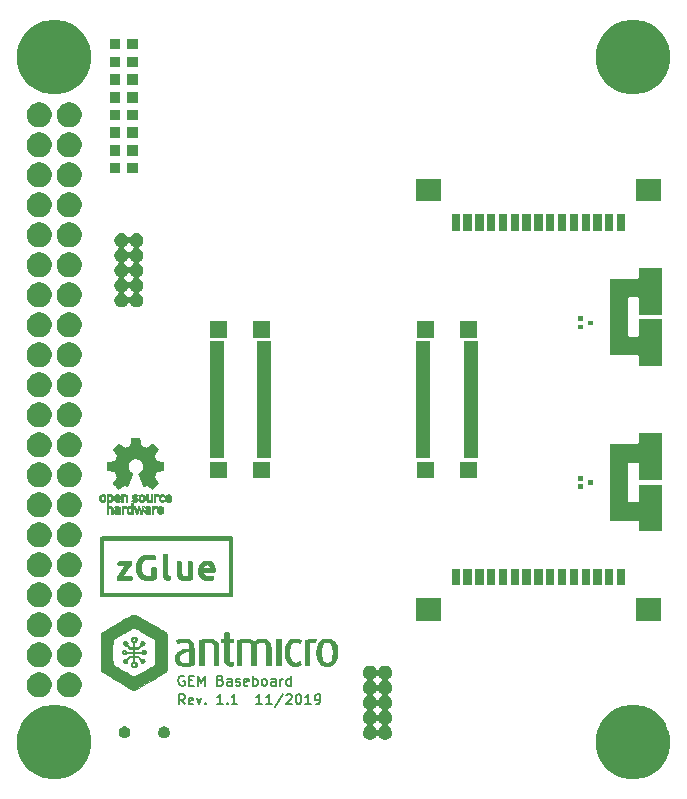
<source format=gbr>
G04 #@! TF.GenerationSoftware,KiCad,Pcbnew,5.1.4+dfsg1-1~bpo10+1*
G04 #@! TF.CreationDate,2019-11-28T16:03:55+01:00*
G04 #@! TF.ProjectId,zglue-demo-board,7a676c75-652d-4646-956d-6f2d626f6172,rev?*
G04 #@! TF.SameCoordinates,Original*
G04 #@! TF.FileFunction,Soldermask,Top*
G04 #@! TF.FilePolarity,Negative*
%FSLAX46Y46*%
G04 Gerber Fmt 4.6, Leading zero omitted, Abs format (unit mm)*
G04 Created by KiCad (PCBNEW 5.1.4+dfsg1-1~bpo10+1) date 2019-11-28 16:03:55*
%MOMM*%
%LPD*%
G04 APERTURE LIST*
%ADD10C,0.180000*%
%ADD11C,0.010000*%
%ADD12C,0.001860*%
%ADD13C,0.100000*%
G04 APERTURE END LIST*
D10*
X42350476Y-89044523D02*
X42067142Y-88639761D01*
X41864761Y-89044523D02*
X41864761Y-88194523D01*
X42188571Y-88194523D01*
X42269523Y-88235000D01*
X42310000Y-88275476D01*
X42350476Y-88356428D01*
X42350476Y-88477857D01*
X42310000Y-88558809D01*
X42269523Y-88599285D01*
X42188571Y-88639761D01*
X41864761Y-88639761D01*
X43038571Y-89004047D02*
X42957619Y-89044523D01*
X42795714Y-89044523D01*
X42714761Y-89004047D01*
X42674285Y-88923095D01*
X42674285Y-88599285D01*
X42714761Y-88518333D01*
X42795714Y-88477857D01*
X42957619Y-88477857D01*
X43038571Y-88518333D01*
X43079047Y-88599285D01*
X43079047Y-88680238D01*
X42674285Y-88761190D01*
X43362380Y-88477857D02*
X43564761Y-89044523D01*
X43767142Y-88477857D01*
X44090952Y-88963571D02*
X44131428Y-89004047D01*
X44090952Y-89044523D01*
X44050476Y-89004047D01*
X44090952Y-88963571D01*
X44090952Y-89044523D01*
X45588571Y-89044523D02*
X45102857Y-89044523D01*
X45345714Y-89044523D02*
X45345714Y-88194523D01*
X45264761Y-88315952D01*
X45183809Y-88396904D01*
X45102857Y-88437380D01*
X45952857Y-88963571D02*
X45993333Y-89004047D01*
X45952857Y-89044523D01*
X45912380Y-89004047D01*
X45952857Y-88963571D01*
X45952857Y-89044523D01*
X46802857Y-89044523D02*
X46317142Y-89044523D01*
X46560000Y-89044523D02*
X46560000Y-88194523D01*
X46479047Y-88315952D01*
X46398095Y-88396904D01*
X46317142Y-88437380D01*
X48907619Y-89044523D02*
X48421904Y-89044523D01*
X48664761Y-89044523D02*
X48664761Y-88194523D01*
X48583809Y-88315952D01*
X48502857Y-88396904D01*
X48421904Y-88437380D01*
X49717142Y-89044523D02*
X49231428Y-89044523D01*
X49474285Y-89044523D02*
X49474285Y-88194523D01*
X49393333Y-88315952D01*
X49312380Y-88396904D01*
X49231428Y-88437380D01*
X50688571Y-88154047D02*
X49960000Y-89246904D01*
X50931428Y-88275476D02*
X50971904Y-88235000D01*
X51052857Y-88194523D01*
X51255238Y-88194523D01*
X51336190Y-88235000D01*
X51376666Y-88275476D01*
X51417142Y-88356428D01*
X51417142Y-88437380D01*
X51376666Y-88558809D01*
X50890952Y-89044523D01*
X51417142Y-89044523D01*
X51943333Y-88194523D02*
X52024285Y-88194523D01*
X52105238Y-88235000D01*
X52145714Y-88275476D01*
X52186190Y-88356428D01*
X52226666Y-88518333D01*
X52226666Y-88720714D01*
X52186190Y-88882619D01*
X52145714Y-88963571D01*
X52105238Y-89004047D01*
X52024285Y-89044523D01*
X51943333Y-89044523D01*
X51862380Y-89004047D01*
X51821904Y-88963571D01*
X51781428Y-88882619D01*
X51740952Y-88720714D01*
X51740952Y-88518333D01*
X51781428Y-88356428D01*
X51821904Y-88275476D01*
X51862380Y-88235000D01*
X51943333Y-88194523D01*
X53036190Y-89044523D02*
X52550476Y-89044523D01*
X52793333Y-89044523D02*
X52793333Y-88194523D01*
X52712380Y-88315952D01*
X52631428Y-88396904D01*
X52550476Y-88437380D01*
X53440952Y-89044523D02*
X53602857Y-89044523D01*
X53683809Y-89004047D01*
X53724285Y-88963571D01*
X53805238Y-88842142D01*
X53845714Y-88680238D01*
X53845714Y-88356428D01*
X53805238Y-88275476D01*
X53764761Y-88235000D01*
X53683809Y-88194523D01*
X53521904Y-88194523D01*
X53440952Y-88235000D01*
X53400476Y-88275476D01*
X53360000Y-88356428D01*
X53360000Y-88558809D01*
X53400476Y-88639761D01*
X53440952Y-88680238D01*
X53521904Y-88720714D01*
X53683809Y-88720714D01*
X53764761Y-88680238D01*
X53805238Y-88639761D01*
X53845714Y-88558809D01*
X42309999Y-86660000D02*
X42229047Y-86619523D01*
X42107618Y-86619523D01*
X41986190Y-86660000D01*
X41905237Y-86740952D01*
X41864761Y-86821904D01*
X41824285Y-86983809D01*
X41824285Y-87105238D01*
X41864761Y-87267142D01*
X41905237Y-87348095D01*
X41986190Y-87429047D01*
X42107618Y-87469523D01*
X42188571Y-87469523D01*
X42309999Y-87429047D01*
X42350476Y-87388571D01*
X42350476Y-87105238D01*
X42188571Y-87105238D01*
X42714761Y-87024285D02*
X42998095Y-87024285D01*
X43119523Y-87469523D02*
X42714761Y-87469523D01*
X42714761Y-86619523D01*
X43119523Y-86619523D01*
X43483809Y-87469523D02*
X43483809Y-86619523D01*
X43767142Y-87226666D01*
X44050476Y-86619523D01*
X44050476Y-87469523D01*
X45386190Y-87024285D02*
X45507618Y-87064761D01*
X45548095Y-87105238D01*
X45588571Y-87186190D01*
X45588571Y-87307619D01*
X45548095Y-87388571D01*
X45507618Y-87429047D01*
X45426666Y-87469523D01*
X45102856Y-87469523D01*
X45102856Y-86619523D01*
X45386190Y-86619523D01*
X45467142Y-86660000D01*
X45507618Y-86700476D01*
X45548095Y-86781428D01*
X45548095Y-86862380D01*
X45507618Y-86943333D01*
X45467142Y-86983809D01*
X45386190Y-87024285D01*
X45102856Y-87024285D01*
X46317142Y-87469523D02*
X46317142Y-87024285D01*
X46276666Y-86943333D01*
X46195714Y-86902857D01*
X46033809Y-86902857D01*
X45952856Y-86943333D01*
X46317142Y-87429047D02*
X46236190Y-87469523D01*
X46033809Y-87469523D01*
X45952856Y-87429047D01*
X45912380Y-87348095D01*
X45912380Y-87267142D01*
X45952856Y-87186190D01*
X46033809Y-87145714D01*
X46236190Y-87145714D01*
X46317142Y-87105238D01*
X46681428Y-87429047D02*
X46762380Y-87469523D01*
X46924285Y-87469523D01*
X47005237Y-87429047D01*
X47045714Y-87348095D01*
X47045714Y-87307619D01*
X47005237Y-87226666D01*
X46924285Y-87186190D01*
X46802856Y-87186190D01*
X46721904Y-87145714D01*
X46681428Y-87064761D01*
X46681428Y-87024285D01*
X46721904Y-86943333D01*
X46802856Y-86902857D01*
X46924285Y-86902857D01*
X47005237Y-86943333D01*
X47733809Y-87429047D02*
X47652856Y-87469523D01*
X47490952Y-87469523D01*
X47409999Y-87429047D01*
X47369523Y-87348095D01*
X47369523Y-87024285D01*
X47409999Y-86943333D01*
X47490952Y-86902857D01*
X47652856Y-86902857D01*
X47733809Y-86943333D01*
X47774285Y-87024285D01*
X47774285Y-87105238D01*
X47369523Y-87186190D01*
X48138571Y-87469523D02*
X48138571Y-86619523D01*
X48138571Y-86943333D02*
X48219523Y-86902857D01*
X48381428Y-86902857D01*
X48462380Y-86943333D01*
X48502856Y-86983809D01*
X48543333Y-87064761D01*
X48543333Y-87307619D01*
X48502856Y-87388571D01*
X48462380Y-87429047D01*
X48381428Y-87469523D01*
X48219523Y-87469523D01*
X48138571Y-87429047D01*
X49029047Y-87469523D02*
X48948095Y-87429047D01*
X48907618Y-87388571D01*
X48867142Y-87307619D01*
X48867142Y-87064761D01*
X48907618Y-86983809D01*
X48948095Y-86943333D01*
X49029047Y-86902857D01*
X49150476Y-86902857D01*
X49231428Y-86943333D01*
X49271904Y-86983809D01*
X49312380Y-87064761D01*
X49312380Y-87307619D01*
X49271904Y-87388571D01*
X49231428Y-87429047D01*
X49150476Y-87469523D01*
X49029047Y-87469523D01*
X50040952Y-87469523D02*
X50040952Y-87024285D01*
X50000476Y-86943333D01*
X49919523Y-86902857D01*
X49757618Y-86902857D01*
X49676666Y-86943333D01*
X50040952Y-87429047D02*
X49959999Y-87469523D01*
X49757618Y-87469523D01*
X49676666Y-87429047D01*
X49636190Y-87348095D01*
X49636190Y-87267142D01*
X49676666Y-87186190D01*
X49757618Y-87145714D01*
X49959999Y-87145714D01*
X50040952Y-87105238D01*
X50445714Y-87469523D02*
X50445714Y-86902857D01*
X50445714Y-87064761D02*
X50486190Y-86983809D01*
X50526666Y-86943333D01*
X50607618Y-86902857D01*
X50688571Y-86902857D01*
X51336190Y-87469523D02*
X51336190Y-86619523D01*
X51336190Y-87429047D02*
X51255237Y-87469523D01*
X51093333Y-87469523D01*
X51012380Y-87429047D01*
X50971904Y-87388571D01*
X50931428Y-87307619D01*
X50931428Y-87064761D01*
X50971904Y-86983809D01*
X51012380Y-86943333D01*
X51093333Y-86902857D01*
X51255237Y-86902857D01*
X51336190Y-86943333D01*
D11*
G36*
X42162701Y-74830637D02*
G01*
X42165798Y-74831951D01*
X42165730Y-74832699D01*
X42168161Y-74832873D01*
X42175671Y-74833039D01*
X42188261Y-74833200D01*
X42205929Y-74833355D01*
X42228675Y-74833504D01*
X42256499Y-74833646D01*
X42289400Y-74833783D01*
X42327377Y-74833913D01*
X42370431Y-74834037D01*
X42418560Y-74834155D01*
X42471765Y-74834267D01*
X42530044Y-74834373D01*
X42593397Y-74834473D01*
X42661824Y-74834567D01*
X42735324Y-74834654D01*
X42813897Y-74834736D01*
X42897542Y-74834811D01*
X42986259Y-74834880D01*
X43080047Y-74834944D01*
X43178906Y-74835001D01*
X43282835Y-74835052D01*
X43391834Y-74835097D01*
X43505902Y-74835135D01*
X43625040Y-74835168D01*
X43749245Y-74835194D01*
X43878518Y-74835215D01*
X44012859Y-74835229D01*
X44152267Y-74835237D01*
X44273272Y-74835240D01*
X44403182Y-74835241D01*
X44528093Y-74835246D01*
X44648088Y-74835253D01*
X44763248Y-74835265D01*
X44873655Y-74835279D01*
X44979390Y-74835297D01*
X45080534Y-74835319D01*
X45177170Y-74835345D01*
X45269380Y-74835374D01*
X45357244Y-74835408D01*
X45440844Y-74835446D01*
X45520263Y-74835488D01*
X45595581Y-74835534D01*
X45666881Y-74835585D01*
X45734243Y-74835641D01*
X45797750Y-74835701D01*
X45857484Y-74835766D01*
X45913526Y-74835836D01*
X45965957Y-74835911D01*
X46014859Y-74835992D01*
X46060314Y-74836078D01*
X46102404Y-74836169D01*
X46141210Y-74836266D01*
X46176814Y-74836368D01*
X46209297Y-74836477D01*
X46238741Y-74836591D01*
X46265228Y-74836711D01*
X46288839Y-74836837D01*
X46309656Y-74836970D01*
X46327761Y-74837109D01*
X46343236Y-74837255D01*
X46356161Y-74837407D01*
X46366619Y-74837566D01*
X46374691Y-74837732D01*
X46380459Y-74837905D01*
X46384004Y-74838085D01*
X46385409Y-74838272D01*
X46385432Y-74838288D01*
X46385602Y-74840978D01*
X46385768Y-74848618D01*
X46385930Y-74861074D01*
X46386087Y-74878214D01*
X46386240Y-74899908D01*
X46386388Y-74926023D01*
X46386532Y-74956428D01*
X46386672Y-74990991D01*
X46386806Y-75029581D01*
X46386937Y-75072064D01*
X46387063Y-75118311D01*
X46387184Y-75168189D01*
X46387301Y-75221566D01*
X46387413Y-75278311D01*
X46387521Y-75338292D01*
X46387625Y-75401377D01*
X46387724Y-75467435D01*
X46387818Y-75536334D01*
X46387908Y-75607942D01*
X46387994Y-75682127D01*
X46388075Y-75758758D01*
X46388151Y-75837703D01*
X46388223Y-75918830D01*
X46388291Y-76002008D01*
X46388354Y-76087104D01*
X46388412Y-76173988D01*
X46388467Y-76262527D01*
X46388516Y-76352590D01*
X46388561Y-76444045D01*
X46388602Y-76536760D01*
X46388638Y-76630604D01*
X46388670Y-76725444D01*
X46388697Y-76821150D01*
X46388720Y-76917589D01*
X46388738Y-77014630D01*
X46388752Y-77112141D01*
X46388761Y-77209990D01*
X46388766Y-77308046D01*
X46388766Y-77406176D01*
X46388762Y-77504250D01*
X46388753Y-77602135D01*
X46388740Y-77699700D01*
X46388723Y-77796812D01*
X46388700Y-77893341D01*
X46388674Y-77989155D01*
X46388643Y-78084122D01*
X46388607Y-78178109D01*
X46388567Y-78270986D01*
X46388523Y-78362621D01*
X46388474Y-78452882D01*
X46388420Y-78541637D01*
X46388362Y-78628754D01*
X46388300Y-78714103D01*
X46388233Y-78797550D01*
X46388161Y-78878965D01*
X46388085Y-78958216D01*
X46388005Y-79035170D01*
X46387920Y-79109697D01*
X46387831Y-79181665D01*
X46387737Y-79250941D01*
X46387638Y-79317394D01*
X46387536Y-79380893D01*
X46387428Y-79441306D01*
X46387317Y-79498500D01*
X46387200Y-79552345D01*
X46387079Y-79602709D01*
X46386954Y-79649459D01*
X46386824Y-79692464D01*
X46386690Y-79731593D01*
X46386552Y-79766714D01*
X46386408Y-79797694D01*
X46386261Y-79824403D01*
X46386109Y-79846708D01*
X46385952Y-79864478D01*
X46385791Y-79877581D01*
X46385625Y-79885886D01*
X46385455Y-79889261D01*
X46385432Y-79889331D01*
X46384286Y-79889447D01*
X46381052Y-79889560D01*
X46375679Y-79889671D01*
X46368115Y-79889778D01*
X46358313Y-79889883D01*
X46346220Y-79889985D01*
X46331787Y-79890084D01*
X46314964Y-79890181D01*
X46295701Y-79890275D01*
X46273947Y-79890367D01*
X46249653Y-79890456D01*
X46222767Y-79890542D01*
X46193241Y-79890626D01*
X46161023Y-79890707D01*
X46126064Y-79890786D01*
X46088313Y-79890862D01*
X46047721Y-79890936D01*
X46004236Y-79891008D01*
X45957809Y-79891077D01*
X45908391Y-79891144D01*
X45855929Y-79891208D01*
X45800375Y-79891271D01*
X45741678Y-79891331D01*
X45679788Y-79891388D01*
X45614655Y-79891444D01*
X45546229Y-79891497D01*
X45474459Y-79891548D01*
X45399296Y-79891597D01*
X45320688Y-79891644D01*
X45238587Y-79891689D01*
X45152941Y-79891732D01*
X45063701Y-79891772D01*
X44970817Y-79891811D01*
X44874237Y-79891847D01*
X44773913Y-79891882D01*
X44669794Y-79891915D01*
X44561829Y-79891946D01*
X44449969Y-79891974D01*
X44334164Y-79892002D01*
X44214362Y-79892027D01*
X44090515Y-79892050D01*
X43962572Y-79892072D01*
X43830482Y-79892092D01*
X43694196Y-79892110D01*
X43553663Y-79892126D01*
X43408833Y-79892141D01*
X43259657Y-79892154D01*
X43106083Y-79892165D01*
X42948062Y-79892175D01*
X42785543Y-79892183D01*
X42618476Y-79892190D01*
X42446812Y-79892195D01*
X42270500Y-79892198D01*
X42089489Y-79892201D01*
X41903730Y-79892201D01*
X41713173Y-79892200D01*
X41517767Y-79892198D01*
X41317462Y-79892195D01*
X41112207Y-79892190D01*
X40901954Y-79892183D01*
X40771397Y-79892179D01*
X40602428Y-79892172D01*
X40434659Y-79892165D01*
X40268160Y-79892156D01*
X40103005Y-79892146D01*
X39939265Y-79892135D01*
X39777014Y-79892123D01*
X39616323Y-79892110D01*
X39457265Y-79892096D01*
X39299913Y-79892081D01*
X39144338Y-79892066D01*
X38990614Y-79892049D01*
X38838812Y-79892031D01*
X38689005Y-79892013D01*
X38541266Y-79891993D01*
X38395667Y-79891973D01*
X38252280Y-79891952D01*
X38111177Y-79891930D01*
X37972432Y-79891907D01*
X37836116Y-79891884D01*
X37702302Y-79891859D01*
X37571062Y-79891834D01*
X37442469Y-79891809D01*
X37316595Y-79891782D01*
X37193513Y-79891755D01*
X37073294Y-79891727D01*
X36956012Y-79891699D01*
X36841738Y-79891670D01*
X36730546Y-79891640D01*
X36622507Y-79891610D01*
X36517694Y-79891579D01*
X36416179Y-79891548D01*
X36318036Y-79891516D01*
X36223335Y-79891484D01*
X36132150Y-79891451D01*
X36044553Y-79891418D01*
X35960616Y-79891384D01*
X35880412Y-79891350D01*
X35804013Y-79891315D01*
X35731492Y-79891280D01*
X35662921Y-79891245D01*
X35598372Y-79891209D01*
X35537918Y-79891173D01*
X35481632Y-79891136D01*
X35429585Y-79891100D01*
X35381850Y-79891063D01*
X35338499Y-79891026D01*
X35299605Y-79890988D01*
X35265241Y-79890950D01*
X35235478Y-79890913D01*
X35210390Y-79890875D01*
X35190047Y-79890836D01*
X35174524Y-79890798D01*
X35163892Y-79890759D01*
X35158224Y-79890721D01*
X35157235Y-79890697D01*
X35157059Y-79888108D01*
X35156889Y-79880570D01*
X35156723Y-79868215D01*
X35156561Y-79851175D01*
X35156404Y-79829581D01*
X35156251Y-79803566D01*
X35156103Y-79773259D01*
X35155959Y-79738794D01*
X35155820Y-79700302D01*
X35155685Y-79657914D01*
X35155555Y-79611763D01*
X35155430Y-79561978D01*
X35155308Y-79508693D01*
X35155192Y-79452039D01*
X35155079Y-79392146D01*
X35154972Y-79329148D01*
X35154869Y-79263175D01*
X35154770Y-79194360D01*
X35154676Y-79122833D01*
X35154586Y-79048726D01*
X35154501Y-78972172D01*
X35154421Y-78893300D01*
X35154345Y-78812244D01*
X35154273Y-78729135D01*
X35154207Y-78644104D01*
X35154144Y-78557282D01*
X35154086Y-78468802D01*
X35154033Y-78378795D01*
X35153985Y-78287393D01*
X35153940Y-78194727D01*
X35153901Y-78100929D01*
X35153866Y-78006131D01*
X35153836Y-77910463D01*
X35153810Y-77814058D01*
X35153788Y-77717047D01*
X35153772Y-77619562D01*
X35153760Y-77521735D01*
X35153752Y-77423696D01*
X35153749Y-77325578D01*
X35153751Y-77227512D01*
X35153757Y-77129630D01*
X35153768Y-77032064D01*
X35153784Y-76934944D01*
X35153804Y-76838403D01*
X35153829Y-76742572D01*
X35153858Y-76647583D01*
X35153892Y-76553567D01*
X35153930Y-76460656D01*
X35153974Y-76368982D01*
X35154022Y-76278675D01*
X35154074Y-76189869D01*
X35154131Y-76102694D01*
X35154193Y-76017281D01*
X35154259Y-75933764D01*
X35154330Y-75852272D01*
X35154406Y-75772938D01*
X35154486Y-75695893D01*
X35154571Y-75621270D01*
X35154661Y-75549198D01*
X35154755Y-75479811D01*
X35154854Y-75413240D01*
X35154958Y-75349615D01*
X35155066Y-75289070D01*
X35155179Y-75231735D01*
X35155297Y-75177742D01*
X35155406Y-75132420D01*
X35448700Y-75132420D01*
X35448700Y-79595200D01*
X46090457Y-79595200D01*
X46092147Y-79044655D01*
X46092244Y-79010585D01*
X46092339Y-78971631D01*
X46092432Y-78927991D01*
X46092524Y-78879861D01*
X46092614Y-78827436D01*
X46092702Y-78770915D01*
X46092788Y-78710493D01*
X46092871Y-78646366D01*
X46092952Y-78578732D01*
X46093031Y-78507787D01*
X46093107Y-78433728D01*
X46093180Y-78356751D01*
X46093250Y-78277052D01*
X46093317Y-78194829D01*
X46093380Y-78110277D01*
X46093440Y-78023594D01*
X46093497Y-77934976D01*
X46093549Y-77844619D01*
X46093598Y-77752720D01*
X46093643Y-77659475D01*
X46093683Y-77565082D01*
X46093720Y-77469736D01*
X46093751Y-77373635D01*
X46093778Y-77276974D01*
X46093801Y-77179951D01*
X46093818Y-77082761D01*
X46093830Y-76985602D01*
X46093837Y-76888670D01*
X46093839Y-76813265D01*
X46093840Y-75132420D01*
X35448700Y-75132420D01*
X35155406Y-75132420D01*
X35155419Y-75127223D01*
X35155546Y-75080309D01*
X35155678Y-75037132D01*
X35155814Y-74997823D01*
X35155955Y-74962514D01*
X35156101Y-74931337D01*
X35156252Y-74904424D01*
X35156407Y-74881904D01*
X35156567Y-74863912D01*
X35156731Y-74850577D01*
X35156901Y-74842032D01*
X35157075Y-74838408D01*
X35157107Y-74838288D01*
X35158289Y-74838141D01*
X35161578Y-74837999D01*
X35167039Y-74837861D01*
X35174734Y-74837728D01*
X35184728Y-74837599D01*
X35197084Y-74837473D01*
X35211865Y-74837352D01*
X35229135Y-74837235D01*
X35248958Y-74837123D01*
X35271397Y-74837014D01*
X35296515Y-74836908D01*
X35324377Y-74836807D01*
X35355045Y-74836709D01*
X35388583Y-74836616D01*
X35425055Y-74836525D01*
X35464524Y-74836439D01*
X35507054Y-74836356D01*
X35552708Y-74836276D01*
X35601550Y-74836200D01*
X35653644Y-74836128D01*
X35709052Y-74836058D01*
X35767838Y-74835992D01*
X35830067Y-74835929D01*
X35895801Y-74835869D01*
X35965103Y-74835813D01*
X36038039Y-74835759D01*
X36114670Y-74835709D01*
X36195061Y-74835661D01*
X36279275Y-74835616D01*
X36367375Y-74835574D01*
X36459426Y-74835535D01*
X36555490Y-74835499D01*
X36655632Y-74835465D01*
X36759914Y-74835434D01*
X36868400Y-74835405D01*
X36981155Y-74835379D01*
X37098240Y-74835355D01*
X37219720Y-74835334D01*
X37345659Y-74835315D01*
X37476120Y-74835298D01*
X37611166Y-74835284D01*
X37750860Y-74835271D01*
X37895268Y-74835261D01*
X38044451Y-74835253D01*
X38198474Y-74835247D01*
X38357400Y-74835242D01*
X38521292Y-74835240D01*
X38653567Y-74835240D01*
X38839281Y-74835238D01*
X39019922Y-74835232D01*
X39195492Y-74835223D01*
X39365989Y-74835210D01*
X39531414Y-74835193D01*
X39691766Y-74835173D01*
X39847046Y-74835149D01*
X39997252Y-74835121D01*
X40142385Y-74835090D01*
X40282444Y-74835055D01*
X40417429Y-74835016D01*
X40547341Y-74834974D01*
X40672178Y-74834928D01*
X40791940Y-74834878D01*
X40906628Y-74834824D01*
X41016241Y-74834767D01*
X41120779Y-74834706D01*
X41220241Y-74834642D01*
X41314627Y-74834573D01*
X41403938Y-74834501D01*
X41488173Y-74834426D01*
X41567331Y-74834346D01*
X41641413Y-74834263D01*
X41710418Y-74834177D01*
X41774346Y-74834086D01*
X41833196Y-74833992D01*
X41886969Y-74833894D01*
X41935665Y-74833793D01*
X41979283Y-74833688D01*
X42017822Y-74833579D01*
X42051283Y-74833466D01*
X42079665Y-74833350D01*
X42102969Y-74833230D01*
X42121194Y-74833107D01*
X42134339Y-74832979D01*
X42142405Y-74832848D01*
X42145391Y-74832714D01*
X42145410Y-74832700D01*
X42146621Y-74831091D01*
X42152164Y-74830245D01*
X42155570Y-74830160D01*
X42162701Y-74830637D01*
X42162701Y-74830637D01*
G37*
X42162701Y-74830637D02*
X42165798Y-74831951D01*
X42165730Y-74832699D01*
X42168161Y-74832873D01*
X42175671Y-74833039D01*
X42188261Y-74833200D01*
X42205929Y-74833355D01*
X42228675Y-74833504D01*
X42256499Y-74833646D01*
X42289400Y-74833783D01*
X42327377Y-74833913D01*
X42370431Y-74834037D01*
X42418560Y-74834155D01*
X42471765Y-74834267D01*
X42530044Y-74834373D01*
X42593397Y-74834473D01*
X42661824Y-74834567D01*
X42735324Y-74834654D01*
X42813897Y-74834736D01*
X42897542Y-74834811D01*
X42986259Y-74834880D01*
X43080047Y-74834944D01*
X43178906Y-74835001D01*
X43282835Y-74835052D01*
X43391834Y-74835097D01*
X43505902Y-74835135D01*
X43625040Y-74835168D01*
X43749245Y-74835194D01*
X43878518Y-74835215D01*
X44012859Y-74835229D01*
X44152267Y-74835237D01*
X44273272Y-74835240D01*
X44403182Y-74835241D01*
X44528093Y-74835246D01*
X44648088Y-74835253D01*
X44763248Y-74835265D01*
X44873655Y-74835279D01*
X44979390Y-74835297D01*
X45080534Y-74835319D01*
X45177170Y-74835345D01*
X45269380Y-74835374D01*
X45357244Y-74835408D01*
X45440844Y-74835446D01*
X45520263Y-74835488D01*
X45595581Y-74835534D01*
X45666881Y-74835585D01*
X45734243Y-74835641D01*
X45797750Y-74835701D01*
X45857484Y-74835766D01*
X45913526Y-74835836D01*
X45965957Y-74835911D01*
X46014859Y-74835992D01*
X46060314Y-74836078D01*
X46102404Y-74836169D01*
X46141210Y-74836266D01*
X46176814Y-74836368D01*
X46209297Y-74836477D01*
X46238741Y-74836591D01*
X46265228Y-74836711D01*
X46288839Y-74836837D01*
X46309656Y-74836970D01*
X46327761Y-74837109D01*
X46343236Y-74837255D01*
X46356161Y-74837407D01*
X46366619Y-74837566D01*
X46374691Y-74837732D01*
X46380459Y-74837905D01*
X46384004Y-74838085D01*
X46385409Y-74838272D01*
X46385432Y-74838288D01*
X46385602Y-74840978D01*
X46385768Y-74848618D01*
X46385930Y-74861074D01*
X46386087Y-74878214D01*
X46386240Y-74899908D01*
X46386388Y-74926023D01*
X46386532Y-74956428D01*
X46386672Y-74990991D01*
X46386806Y-75029581D01*
X46386937Y-75072064D01*
X46387063Y-75118311D01*
X46387184Y-75168189D01*
X46387301Y-75221566D01*
X46387413Y-75278311D01*
X46387521Y-75338292D01*
X46387625Y-75401377D01*
X46387724Y-75467435D01*
X46387818Y-75536334D01*
X46387908Y-75607942D01*
X46387994Y-75682127D01*
X46388075Y-75758758D01*
X46388151Y-75837703D01*
X46388223Y-75918830D01*
X46388291Y-76002008D01*
X46388354Y-76087104D01*
X46388412Y-76173988D01*
X46388467Y-76262527D01*
X46388516Y-76352590D01*
X46388561Y-76444045D01*
X46388602Y-76536760D01*
X46388638Y-76630604D01*
X46388670Y-76725444D01*
X46388697Y-76821150D01*
X46388720Y-76917589D01*
X46388738Y-77014630D01*
X46388752Y-77112141D01*
X46388761Y-77209990D01*
X46388766Y-77308046D01*
X46388766Y-77406176D01*
X46388762Y-77504250D01*
X46388753Y-77602135D01*
X46388740Y-77699700D01*
X46388723Y-77796812D01*
X46388700Y-77893341D01*
X46388674Y-77989155D01*
X46388643Y-78084122D01*
X46388607Y-78178109D01*
X46388567Y-78270986D01*
X46388523Y-78362621D01*
X46388474Y-78452882D01*
X46388420Y-78541637D01*
X46388362Y-78628754D01*
X46388300Y-78714103D01*
X46388233Y-78797550D01*
X46388161Y-78878965D01*
X46388085Y-78958216D01*
X46388005Y-79035170D01*
X46387920Y-79109697D01*
X46387831Y-79181665D01*
X46387737Y-79250941D01*
X46387638Y-79317394D01*
X46387536Y-79380893D01*
X46387428Y-79441306D01*
X46387317Y-79498500D01*
X46387200Y-79552345D01*
X46387079Y-79602709D01*
X46386954Y-79649459D01*
X46386824Y-79692464D01*
X46386690Y-79731593D01*
X46386552Y-79766714D01*
X46386408Y-79797694D01*
X46386261Y-79824403D01*
X46386109Y-79846708D01*
X46385952Y-79864478D01*
X46385791Y-79877581D01*
X46385625Y-79885886D01*
X46385455Y-79889261D01*
X46385432Y-79889331D01*
X46384286Y-79889447D01*
X46381052Y-79889560D01*
X46375679Y-79889671D01*
X46368115Y-79889778D01*
X46358313Y-79889883D01*
X46346220Y-79889985D01*
X46331787Y-79890084D01*
X46314964Y-79890181D01*
X46295701Y-79890275D01*
X46273947Y-79890367D01*
X46249653Y-79890456D01*
X46222767Y-79890542D01*
X46193241Y-79890626D01*
X46161023Y-79890707D01*
X46126064Y-79890786D01*
X46088313Y-79890862D01*
X46047721Y-79890936D01*
X46004236Y-79891008D01*
X45957809Y-79891077D01*
X45908391Y-79891144D01*
X45855929Y-79891208D01*
X45800375Y-79891271D01*
X45741678Y-79891331D01*
X45679788Y-79891388D01*
X45614655Y-79891444D01*
X45546229Y-79891497D01*
X45474459Y-79891548D01*
X45399296Y-79891597D01*
X45320688Y-79891644D01*
X45238587Y-79891689D01*
X45152941Y-79891732D01*
X45063701Y-79891772D01*
X44970817Y-79891811D01*
X44874237Y-79891847D01*
X44773913Y-79891882D01*
X44669794Y-79891915D01*
X44561829Y-79891946D01*
X44449969Y-79891974D01*
X44334164Y-79892002D01*
X44214362Y-79892027D01*
X44090515Y-79892050D01*
X43962572Y-79892072D01*
X43830482Y-79892092D01*
X43694196Y-79892110D01*
X43553663Y-79892126D01*
X43408833Y-79892141D01*
X43259657Y-79892154D01*
X43106083Y-79892165D01*
X42948062Y-79892175D01*
X42785543Y-79892183D01*
X42618476Y-79892190D01*
X42446812Y-79892195D01*
X42270500Y-79892198D01*
X42089489Y-79892201D01*
X41903730Y-79892201D01*
X41713173Y-79892200D01*
X41517767Y-79892198D01*
X41317462Y-79892195D01*
X41112207Y-79892190D01*
X40901954Y-79892183D01*
X40771397Y-79892179D01*
X40602428Y-79892172D01*
X40434659Y-79892165D01*
X40268160Y-79892156D01*
X40103005Y-79892146D01*
X39939265Y-79892135D01*
X39777014Y-79892123D01*
X39616323Y-79892110D01*
X39457265Y-79892096D01*
X39299913Y-79892081D01*
X39144338Y-79892066D01*
X38990614Y-79892049D01*
X38838812Y-79892031D01*
X38689005Y-79892013D01*
X38541266Y-79891993D01*
X38395667Y-79891973D01*
X38252280Y-79891952D01*
X38111177Y-79891930D01*
X37972432Y-79891907D01*
X37836116Y-79891884D01*
X37702302Y-79891859D01*
X37571062Y-79891834D01*
X37442469Y-79891809D01*
X37316595Y-79891782D01*
X37193513Y-79891755D01*
X37073294Y-79891727D01*
X36956012Y-79891699D01*
X36841738Y-79891670D01*
X36730546Y-79891640D01*
X36622507Y-79891610D01*
X36517694Y-79891579D01*
X36416179Y-79891548D01*
X36318036Y-79891516D01*
X36223335Y-79891484D01*
X36132150Y-79891451D01*
X36044553Y-79891418D01*
X35960616Y-79891384D01*
X35880412Y-79891350D01*
X35804013Y-79891315D01*
X35731492Y-79891280D01*
X35662921Y-79891245D01*
X35598372Y-79891209D01*
X35537918Y-79891173D01*
X35481632Y-79891136D01*
X35429585Y-79891100D01*
X35381850Y-79891063D01*
X35338499Y-79891026D01*
X35299605Y-79890988D01*
X35265241Y-79890950D01*
X35235478Y-79890913D01*
X35210390Y-79890875D01*
X35190047Y-79890836D01*
X35174524Y-79890798D01*
X35163892Y-79890759D01*
X35158224Y-79890721D01*
X35157235Y-79890697D01*
X35157059Y-79888108D01*
X35156889Y-79880570D01*
X35156723Y-79868215D01*
X35156561Y-79851175D01*
X35156404Y-79829581D01*
X35156251Y-79803566D01*
X35156103Y-79773259D01*
X35155959Y-79738794D01*
X35155820Y-79700302D01*
X35155685Y-79657914D01*
X35155555Y-79611763D01*
X35155430Y-79561978D01*
X35155308Y-79508693D01*
X35155192Y-79452039D01*
X35155079Y-79392146D01*
X35154972Y-79329148D01*
X35154869Y-79263175D01*
X35154770Y-79194360D01*
X35154676Y-79122833D01*
X35154586Y-79048726D01*
X35154501Y-78972172D01*
X35154421Y-78893300D01*
X35154345Y-78812244D01*
X35154273Y-78729135D01*
X35154207Y-78644104D01*
X35154144Y-78557282D01*
X35154086Y-78468802D01*
X35154033Y-78378795D01*
X35153985Y-78287393D01*
X35153940Y-78194727D01*
X35153901Y-78100929D01*
X35153866Y-78006131D01*
X35153836Y-77910463D01*
X35153810Y-77814058D01*
X35153788Y-77717047D01*
X35153772Y-77619562D01*
X35153760Y-77521735D01*
X35153752Y-77423696D01*
X35153749Y-77325578D01*
X35153751Y-77227512D01*
X35153757Y-77129630D01*
X35153768Y-77032064D01*
X35153784Y-76934944D01*
X35153804Y-76838403D01*
X35153829Y-76742572D01*
X35153858Y-76647583D01*
X35153892Y-76553567D01*
X35153930Y-76460656D01*
X35153974Y-76368982D01*
X35154022Y-76278675D01*
X35154074Y-76189869D01*
X35154131Y-76102694D01*
X35154193Y-76017281D01*
X35154259Y-75933764D01*
X35154330Y-75852272D01*
X35154406Y-75772938D01*
X35154486Y-75695893D01*
X35154571Y-75621270D01*
X35154661Y-75549198D01*
X35154755Y-75479811D01*
X35154854Y-75413240D01*
X35154958Y-75349615D01*
X35155066Y-75289070D01*
X35155179Y-75231735D01*
X35155297Y-75177742D01*
X35155406Y-75132420D01*
X35448700Y-75132420D01*
X35448700Y-79595200D01*
X46090457Y-79595200D01*
X46092147Y-79044655D01*
X46092244Y-79010585D01*
X46092339Y-78971631D01*
X46092432Y-78927991D01*
X46092524Y-78879861D01*
X46092614Y-78827436D01*
X46092702Y-78770915D01*
X46092788Y-78710493D01*
X46092871Y-78646366D01*
X46092952Y-78578732D01*
X46093031Y-78507787D01*
X46093107Y-78433728D01*
X46093180Y-78356751D01*
X46093250Y-78277052D01*
X46093317Y-78194829D01*
X46093380Y-78110277D01*
X46093440Y-78023594D01*
X46093497Y-77934976D01*
X46093549Y-77844619D01*
X46093598Y-77752720D01*
X46093643Y-77659475D01*
X46093683Y-77565082D01*
X46093720Y-77469736D01*
X46093751Y-77373635D01*
X46093778Y-77276974D01*
X46093801Y-77179951D01*
X46093818Y-77082761D01*
X46093830Y-76985602D01*
X46093837Y-76888670D01*
X46093839Y-76813265D01*
X46093840Y-75132420D01*
X35448700Y-75132420D01*
X35155406Y-75132420D01*
X35155419Y-75127223D01*
X35155546Y-75080309D01*
X35155678Y-75037132D01*
X35155814Y-74997823D01*
X35155955Y-74962514D01*
X35156101Y-74931337D01*
X35156252Y-74904424D01*
X35156407Y-74881904D01*
X35156567Y-74863912D01*
X35156731Y-74850577D01*
X35156901Y-74842032D01*
X35157075Y-74838408D01*
X35157107Y-74838288D01*
X35158289Y-74838141D01*
X35161578Y-74837999D01*
X35167039Y-74837861D01*
X35174734Y-74837728D01*
X35184728Y-74837599D01*
X35197084Y-74837473D01*
X35211865Y-74837352D01*
X35229135Y-74837235D01*
X35248958Y-74837123D01*
X35271397Y-74837014D01*
X35296515Y-74836908D01*
X35324377Y-74836807D01*
X35355045Y-74836709D01*
X35388583Y-74836616D01*
X35425055Y-74836525D01*
X35464524Y-74836439D01*
X35507054Y-74836356D01*
X35552708Y-74836276D01*
X35601550Y-74836200D01*
X35653644Y-74836128D01*
X35709052Y-74836058D01*
X35767838Y-74835992D01*
X35830067Y-74835929D01*
X35895801Y-74835869D01*
X35965103Y-74835813D01*
X36038039Y-74835759D01*
X36114670Y-74835709D01*
X36195061Y-74835661D01*
X36279275Y-74835616D01*
X36367375Y-74835574D01*
X36459426Y-74835535D01*
X36555490Y-74835499D01*
X36655632Y-74835465D01*
X36759914Y-74835434D01*
X36868400Y-74835405D01*
X36981155Y-74835379D01*
X37098240Y-74835355D01*
X37219720Y-74835334D01*
X37345659Y-74835315D01*
X37476120Y-74835298D01*
X37611166Y-74835284D01*
X37750860Y-74835271D01*
X37895268Y-74835261D01*
X38044451Y-74835253D01*
X38198474Y-74835247D01*
X38357400Y-74835242D01*
X38521292Y-74835240D01*
X38653567Y-74835240D01*
X38839281Y-74835238D01*
X39019922Y-74835232D01*
X39195492Y-74835223D01*
X39365989Y-74835210D01*
X39531414Y-74835193D01*
X39691766Y-74835173D01*
X39847046Y-74835149D01*
X39997252Y-74835121D01*
X40142385Y-74835090D01*
X40282444Y-74835055D01*
X40417429Y-74835016D01*
X40547341Y-74834974D01*
X40672178Y-74834928D01*
X40791940Y-74834878D01*
X40906628Y-74834824D01*
X41016241Y-74834767D01*
X41120779Y-74834706D01*
X41220241Y-74834642D01*
X41314627Y-74834573D01*
X41403938Y-74834501D01*
X41488173Y-74834426D01*
X41567331Y-74834346D01*
X41641413Y-74834263D01*
X41710418Y-74834177D01*
X41774346Y-74834086D01*
X41833196Y-74833992D01*
X41886969Y-74833894D01*
X41935665Y-74833793D01*
X41979283Y-74833688D01*
X42017822Y-74833579D01*
X42051283Y-74833466D01*
X42079665Y-74833350D01*
X42102969Y-74833230D01*
X42121194Y-74833107D01*
X42134339Y-74832979D01*
X42142405Y-74832848D01*
X42145391Y-74832714D01*
X42145410Y-74832700D01*
X42146621Y-74831091D01*
X42152164Y-74830245D01*
X42155570Y-74830160D01*
X42162701Y-74830637D01*
G36*
X39281644Y-76365159D02*
G01*
X39357677Y-76369438D01*
X39434913Y-76377957D01*
X39513175Y-76390739D01*
X39592288Y-76407807D01*
X39641153Y-76420405D01*
X39659191Y-76425522D01*
X39678932Y-76431429D01*
X39699573Y-76437859D01*
X39720313Y-76444543D01*
X39740349Y-76451214D01*
X39758881Y-76457603D01*
X39775105Y-76463443D01*
X39788221Y-76468466D01*
X39797426Y-76472405D01*
X39798786Y-76473068D01*
X39813222Y-76481808D01*
X39827114Y-76492808D01*
X39838992Y-76504769D01*
X39846910Y-76515563D01*
X39852186Y-76528392D01*
X39855288Y-76544304D01*
X39856041Y-76561712D01*
X39854269Y-76579029D01*
X39854042Y-76580220D01*
X39852632Y-76587202D01*
X39851267Y-76593287D01*
X39849691Y-76599203D01*
X39847650Y-76605677D01*
X39844889Y-76613437D01*
X39841151Y-76623210D01*
X39836183Y-76635723D01*
X39829728Y-76651704D01*
X39824203Y-76665310D01*
X39817166Y-76682561D01*
X39811627Y-76695828D01*
X39807192Y-76705838D01*
X39803465Y-76713319D01*
X39800049Y-76718999D01*
X39796548Y-76723606D01*
X39792567Y-76727869D01*
X39787710Y-76732515D01*
X39787599Y-76732620D01*
X39766440Y-76749556D01*
X39742752Y-76763505D01*
X39717889Y-76773765D01*
X39698822Y-76778704D01*
X39689419Y-76779821D01*
X39677139Y-76780396D01*
X39664165Y-76780346D01*
X39659923Y-76780170D01*
X39646757Y-76779177D01*
X39636623Y-76777531D01*
X39627477Y-76774774D01*
X39618013Y-76770788D01*
X39595386Y-76760878D01*
X39571538Y-76751211D01*
X39547975Y-76742360D01*
X39526205Y-76734895D01*
X39511430Y-76730400D01*
X39499188Y-76726991D01*
X39488286Y-76724102D01*
X39478170Y-76721685D01*
X39468288Y-76719693D01*
X39458087Y-76718078D01*
X39447013Y-76716791D01*
X39434513Y-76715785D01*
X39420035Y-76715011D01*
X39403025Y-76714421D01*
X39382930Y-76713968D01*
X39359197Y-76713603D01*
X39331273Y-76713278D01*
X39312040Y-76713080D01*
X39183770Y-76711788D01*
X39141860Y-76719472D01*
X39083655Y-76732128D01*
X39029291Y-76748074D01*
X38978696Y-76767360D01*
X38931797Y-76790037D01*
X38888522Y-76816154D01*
X38848798Y-76845762D01*
X38812553Y-76878912D01*
X38779716Y-76915653D01*
X38750213Y-76956036D01*
X38723973Y-77000111D01*
X38715840Y-77015830D01*
X38695168Y-77062026D01*
X38677234Y-77111975D01*
X38662063Y-77165132D01*
X38649683Y-77220952D01*
X38640120Y-77278891D01*
X38633403Y-77338403D01*
X38629557Y-77398946D01*
X38628610Y-77459973D01*
X38630588Y-77520942D01*
X38635519Y-77581306D01*
X38643429Y-77640521D01*
X38654346Y-77698044D01*
X38668296Y-77753329D01*
X38677796Y-77784180D01*
X38696752Y-77835461D01*
X38718517Y-77882751D01*
X38743328Y-77926438D01*
X38771418Y-77966911D01*
X38803023Y-78004558D01*
X38824769Y-78026926D01*
X38865698Y-78063500D01*
X38908806Y-78095557D01*
X38954314Y-78123221D01*
X39002439Y-78146615D01*
X39053399Y-78165862D01*
X39092054Y-78177242D01*
X39117730Y-78183973D01*
X39265050Y-78184933D01*
X39299701Y-78185124D01*
X39329551Y-78185212D01*
X39354877Y-78185192D01*
X39375956Y-78185062D01*
X39393065Y-78184817D01*
X39406481Y-78184454D01*
X39416482Y-78183970D01*
X39423345Y-78183360D01*
X39426340Y-78182877D01*
X39448396Y-78175927D01*
X39467823Y-78165393D01*
X39484105Y-78151725D01*
X39496731Y-78135374D01*
X39505185Y-78116790D01*
X39506373Y-78112684D01*
X39507010Y-78109522D01*
X39507619Y-78104854D01*
X39508209Y-78098415D01*
X39508789Y-78089940D01*
X39509367Y-78079167D01*
X39509954Y-78065829D01*
X39510557Y-78049663D01*
X39511186Y-78030405D01*
X39511849Y-78007790D01*
X39512556Y-77981554D01*
X39513315Y-77951432D01*
X39514134Y-77917160D01*
X39515024Y-77878474D01*
X39515993Y-77835110D01*
X39516526Y-77810850D01*
X39517477Y-77768315D01*
X39518419Y-77728144D01*
X39519343Y-77690592D01*
X39520243Y-77655912D01*
X39521109Y-77624360D01*
X39521935Y-77596191D01*
X39522713Y-77571657D01*
X39523435Y-77551015D01*
X39524094Y-77534518D01*
X39524682Y-77522421D01*
X39525192Y-77514978D01*
X39525485Y-77512723D01*
X39532536Y-77492418D01*
X39543393Y-77474848D01*
X39558450Y-77459492D01*
X39574366Y-77448086D01*
X39582418Y-77443162D01*
X39589635Y-77439120D01*
X39596610Y-77435880D01*
X39603936Y-77433361D01*
X39612205Y-77431484D01*
X39622009Y-77430168D01*
X39633943Y-77429333D01*
X39648598Y-77428900D01*
X39666567Y-77428789D01*
X39688443Y-77428918D01*
X39714192Y-77429202D01*
X39738972Y-77429526D01*
X39759229Y-77429867D01*
X39775521Y-77430254D01*
X39788407Y-77430718D01*
X39798445Y-77431287D01*
X39806191Y-77431992D01*
X39812204Y-77432861D01*
X39817042Y-77433924D01*
X39820040Y-77434803D01*
X39840168Y-77442690D01*
X39856512Y-77452480D01*
X39870263Y-77465047D01*
X39881887Y-77480170D01*
X39883809Y-77482988D01*
X39885551Y-77485571D01*
X39887121Y-77488169D01*
X39888532Y-77491036D01*
X39889794Y-77494423D01*
X39890917Y-77498582D01*
X39891911Y-77503767D01*
X39892789Y-77510228D01*
X39893559Y-77518218D01*
X39894232Y-77527989D01*
X39894820Y-77539793D01*
X39895332Y-77553883D01*
X39895780Y-77570510D01*
X39896174Y-77589927D01*
X39896523Y-77612386D01*
X39896840Y-77638139D01*
X39897135Y-77667438D01*
X39897418Y-77700535D01*
X39897699Y-77737683D01*
X39897990Y-77779133D01*
X39898300Y-77825138D01*
X39898641Y-77875950D01*
X39898671Y-77880368D01*
X39899019Y-77932812D01*
X39899319Y-77980444D01*
X39899567Y-78023536D01*
X39899761Y-78062355D01*
X39899896Y-78097170D01*
X39899971Y-78128252D01*
X39899981Y-78155868D01*
X39899924Y-78180289D01*
X39899796Y-78201782D01*
X39899595Y-78220618D01*
X39899316Y-78237066D01*
X39898958Y-78251394D01*
X39898517Y-78263872D01*
X39897989Y-78274769D01*
X39897371Y-78284353D01*
X39896661Y-78292895D01*
X39895856Y-78300663D01*
X39894951Y-78307926D01*
X39893944Y-78314954D01*
X39893540Y-78317580D01*
X39887564Y-78346749D01*
X39879185Y-78371820D01*
X39867998Y-78393362D01*
X39853602Y-78411947D01*
X39835594Y-78428145D01*
X39813570Y-78442527D01*
X39800411Y-78449470D01*
X39772064Y-78461820D01*
X39738872Y-78473298D01*
X39701003Y-78483870D01*
X39658624Y-78493502D01*
X39611900Y-78502160D01*
X39560999Y-78509809D01*
X39506087Y-78516416D01*
X39447331Y-78521946D01*
X39445390Y-78522105D01*
X39424098Y-78523555D01*
X39399197Y-78524775D01*
X39371578Y-78525758D01*
X39342132Y-78526496D01*
X39311747Y-78526982D01*
X39281314Y-78527208D01*
X39251724Y-78527166D01*
X39223866Y-78526849D01*
X39198631Y-78526249D01*
X39176909Y-78525360D01*
X39163450Y-78524497D01*
X39085104Y-78516488D01*
X39010420Y-78505008D01*
X38939318Y-78490019D01*
X38871715Y-78471482D01*
X38807529Y-78449359D01*
X38746679Y-78423613D01*
X38689083Y-78394204D01*
X38634660Y-78361096D01*
X38583327Y-78324250D01*
X38535004Y-78283627D01*
X38489608Y-78239191D01*
X38447058Y-78190902D01*
X38446386Y-78190082D01*
X38408464Y-78139795D01*
X38373803Y-78085859D01*
X38342462Y-78028568D01*
X38314497Y-77968214D01*
X38289967Y-77905090D01*
X38268928Y-77839490D01*
X38251438Y-77771706D01*
X38237554Y-77702031D01*
X38227335Y-77630758D01*
X38220836Y-77558180D01*
X38218115Y-77484590D01*
X38219231Y-77410281D01*
X38224240Y-77335547D01*
X38233199Y-77260679D01*
X38246167Y-77185972D01*
X38247976Y-77177120D01*
X38264734Y-77106789D01*
X38285374Y-77038097D01*
X38309702Y-76971503D01*
X38337524Y-76907465D01*
X38368645Y-76846442D01*
X38402870Y-76788891D01*
X38428941Y-76750400D01*
X38466933Y-76701256D01*
X38509087Y-76654043D01*
X38554613Y-76609562D01*
X38602721Y-76568612D01*
X38626263Y-76550619D01*
X38680570Y-76513738D01*
X38737843Y-76480871D01*
X38797906Y-76452040D01*
X38860582Y-76427269D01*
X38925694Y-76406581D01*
X38993068Y-76389996D01*
X39062526Y-76377540D01*
X39133893Y-76369233D01*
X39206991Y-76365099D01*
X39281644Y-76365159D01*
X39281644Y-76365159D01*
G37*
X39281644Y-76365159D02*
X39357677Y-76369438D01*
X39434913Y-76377957D01*
X39513175Y-76390739D01*
X39592288Y-76407807D01*
X39641153Y-76420405D01*
X39659191Y-76425522D01*
X39678932Y-76431429D01*
X39699573Y-76437859D01*
X39720313Y-76444543D01*
X39740349Y-76451214D01*
X39758881Y-76457603D01*
X39775105Y-76463443D01*
X39788221Y-76468466D01*
X39797426Y-76472405D01*
X39798786Y-76473068D01*
X39813222Y-76481808D01*
X39827114Y-76492808D01*
X39838992Y-76504769D01*
X39846910Y-76515563D01*
X39852186Y-76528392D01*
X39855288Y-76544304D01*
X39856041Y-76561712D01*
X39854269Y-76579029D01*
X39854042Y-76580220D01*
X39852632Y-76587202D01*
X39851267Y-76593287D01*
X39849691Y-76599203D01*
X39847650Y-76605677D01*
X39844889Y-76613437D01*
X39841151Y-76623210D01*
X39836183Y-76635723D01*
X39829728Y-76651704D01*
X39824203Y-76665310D01*
X39817166Y-76682561D01*
X39811627Y-76695828D01*
X39807192Y-76705838D01*
X39803465Y-76713319D01*
X39800049Y-76718999D01*
X39796548Y-76723606D01*
X39792567Y-76727869D01*
X39787710Y-76732515D01*
X39787599Y-76732620D01*
X39766440Y-76749556D01*
X39742752Y-76763505D01*
X39717889Y-76773765D01*
X39698822Y-76778704D01*
X39689419Y-76779821D01*
X39677139Y-76780396D01*
X39664165Y-76780346D01*
X39659923Y-76780170D01*
X39646757Y-76779177D01*
X39636623Y-76777531D01*
X39627477Y-76774774D01*
X39618013Y-76770788D01*
X39595386Y-76760878D01*
X39571538Y-76751211D01*
X39547975Y-76742360D01*
X39526205Y-76734895D01*
X39511430Y-76730400D01*
X39499188Y-76726991D01*
X39488286Y-76724102D01*
X39478170Y-76721685D01*
X39468288Y-76719693D01*
X39458087Y-76718078D01*
X39447013Y-76716791D01*
X39434513Y-76715785D01*
X39420035Y-76715011D01*
X39403025Y-76714421D01*
X39382930Y-76713968D01*
X39359197Y-76713603D01*
X39331273Y-76713278D01*
X39312040Y-76713080D01*
X39183770Y-76711788D01*
X39141860Y-76719472D01*
X39083655Y-76732128D01*
X39029291Y-76748074D01*
X38978696Y-76767360D01*
X38931797Y-76790037D01*
X38888522Y-76816154D01*
X38848798Y-76845762D01*
X38812553Y-76878912D01*
X38779716Y-76915653D01*
X38750213Y-76956036D01*
X38723973Y-77000111D01*
X38715840Y-77015830D01*
X38695168Y-77062026D01*
X38677234Y-77111975D01*
X38662063Y-77165132D01*
X38649683Y-77220952D01*
X38640120Y-77278891D01*
X38633403Y-77338403D01*
X38629557Y-77398946D01*
X38628610Y-77459973D01*
X38630588Y-77520942D01*
X38635519Y-77581306D01*
X38643429Y-77640521D01*
X38654346Y-77698044D01*
X38668296Y-77753329D01*
X38677796Y-77784180D01*
X38696752Y-77835461D01*
X38718517Y-77882751D01*
X38743328Y-77926438D01*
X38771418Y-77966911D01*
X38803023Y-78004558D01*
X38824769Y-78026926D01*
X38865698Y-78063500D01*
X38908806Y-78095557D01*
X38954314Y-78123221D01*
X39002439Y-78146615D01*
X39053399Y-78165862D01*
X39092054Y-78177242D01*
X39117730Y-78183973D01*
X39265050Y-78184933D01*
X39299701Y-78185124D01*
X39329551Y-78185212D01*
X39354877Y-78185192D01*
X39375956Y-78185062D01*
X39393065Y-78184817D01*
X39406481Y-78184454D01*
X39416482Y-78183970D01*
X39423345Y-78183360D01*
X39426340Y-78182877D01*
X39448396Y-78175927D01*
X39467823Y-78165393D01*
X39484105Y-78151725D01*
X39496731Y-78135374D01*
X39505185Y-78116790D01*
X39506373Y-78112684D01*
X39507010Y-78109522D01*
X39507619Y-78104854D01*
X39508209Y-78098415D01*
X39508789Y-78089940D01*
X39509367Y-78079167D01*
X39509954Y-78065829D01*
X39510557Y-78049663D01*
X39511186Y-78030405D01*
X39511849Y-78007790D01*
X39512556Y-77981554D01*
X39513315Y-77951432D01*
X39514134Y-77917160D01*
X39515024Y-77878474D01*
X39515993Y-77835110D01*
X39516526Y-77810850D01*
X39517477Y-77768315D01*
X39518419Y-77728144D01*
X39519343Y-77690592D01*
X39520243Y-77655912D01*
X39521109Y-77624360D01*
X39521935Y-77596191D01*
X39522713Y-77571657D01*
X39523435Y-77551015D01*
X39524094Y-77534518D01*
X39524682Y-77522421D01*
X39525192Y-77514978D01*
X39525485Y-77512723D01*
X39532536Y-77492418D01*
X39543393Y-77474848D01*
X39558450Y-77459492D01*
X39574366Y-77448086D01*
X39582418Y-77443162D01*
X39589635Y-77439120D01*
X39596610Y-77435880D01*
X39603936Y-77433361D01*
X39612205Y-77431484D01*
X39622009Y-77430168D01*
X39633943Y-77429333D01*
X39648598Y-77428900D01*
X39666567Y-77428789D01*
X39688443Y-77428918D01*
X39714192Y-77429202D01*
X39738972Y-77429526D01*
X39759229Y-77429867D01*
X39775521Y-77430254D01*
X39788407Y-77430718D01*
X39798445Y-77431287D01*
X39806191Y-77431992D01*
X39812204Y-77432861D01*
X39817042Y-77433924D01*
X39820040Y-77434803D01*
X39840168Y-77442690D01*
X39856512Y-77452480D01*
X39870263Y-77465047D01*
X39881887Y-77480170D01*
X39883809Y-77482988D01*
X39885551Y-77485571D01*
X39887121Y-77488169D01*
X39888532Y-77491036D01*
X39889794Y-77494423D01*
X39890917Y-77498582D01*
X39891911Y-77503767D01*
X39892789Y-77510228D01*
X39893559Y-77518218D01*
X39894232Y-77527989D01*
X39894820Y-77539793D01*
X39895332Y-77553883D01*
X39895780Y-77570510D01*
X39896174Y-77589927D01*
X39896523Y-77612386D01*
X39896840Y-77638139D01*
X39897135Y-77667438D01*
X39897418Y-77700535D01*
X39897699Y-77737683D01*
X39897990Y-77779133D01*
X39898300Y-77825138D01*
X39898641Y-77875950D01*
X39898671Y-77880368D01*
X39899019Y-77932812D01*
X39899319Y-77980444D01*
X39899567Y-78023536D01*
X39899761Y-78062355D01*
X39899896Y-78097170D01*
X39899971Y-78128252D01*
X39899981Y-78155868D01*
X39899924Y-78180289D01*
X39899796Y-78201782D01*
X39899595Y-78220618D01*
X39899316Y-78237066D01*
X39898958Y-78251394D01*
X39898517Y-78263872D01*
X39897989Y-78274769D01*
X39897371Y-78284353D01*
X39896661Y-78292895D01*
X39895856Y-78300663D01*
X39894951Y-78307926D01*
X39893944Y-78314954D01*
X39893540Y-78317580D01*
X39887564Y-78346749D01*
X39879185Y-78371820D01*
X39867998Y-78393362D01*
X39853602Y-78411947D01*
X39835594Y-78428145D01*
X39813570Y-78442527D01*
X39800411Y-78449470D01*
X39772064Y-78461820D01*
X39738872Y-78473298D01*
X39701003Y-78483870D01*
X39658624Y-78493502D01*
X39611900Y-78502160D01*
X39560999Y-78509809D01*
X39506087Y-78516416D01*
X39447331Y-78521946D01*
X39445390Y-78522105D01*
X39424098Y-78523555D01*
X39399197Y-78524775D01*
X39371578Y-78525758D01*
X39342132Y-78526496D01*
X39311747Y-78526982D01*
X39281314Y-78527208D01*
X39251724Y-78527166D01*
X39223866Y-78526849D01*
X39198631Y-78526249D01*
X39176909Y-78525360D01*
X39163450Y-78524497D01*
X39085104Y-78516488D01*
X39010420Y-78505008D01*
X38939318Y-78490019D01*
X38871715Y-78471482D01*
X38807529Y-78449359D01*
X38746679Y-78423613D01*
X38689083Y-78394204D01*
X38634660Y-78361096D01*
X38583327Y-78324250D01*
X38535004Y-78283627D01*
X38489608Y-78239191D01*
X38447058Y-78190902D01*
X38446386Y-78190082D01*
X38408464Y-78139795D01*
X38373803Y-78085859D01*
X38342462Y-78028568D01*
X38314497Y-77968214D01*
X38289967Y-77905090D01*
X38268928Y-77839490D01*
X38251438Y-77771706D01*
X38237554Y-77702031D01*
X38227335Y-77630758D01*
X38220836Y-77558180D01*
X38218115Y-77484590D01*
X38219231Y-77410281D01*
X38224240Y-77335547D01*
X38233199Y-77260679D01*
X38246167Y-77185972D01*
X38247976Y-77177120D01*
X38264734Y-77106789D01*
X38285374Y-77038097D01*
X38309702Y-76971503D01*
X38337524Y-76907465D01*
X38368645Y-76846442D01*
X38402870Y-76788891D01*
X38428941Y-76750400D01*
X38466933Y-76701256D01*
X38509087Y-76654043D01*
X38554613Y-76609562D01*
X38602721Y-76568612D01*
X38626263Y-76550619D01*
X38680570Y-76513738D01*
X38737843Y-76480871D01*
X38797906Y-76452040D01*
X38860582Y-76427269D01*
X38925694Y-76406581D01*
X38993068Y-76389996D01*
X39062526Y-76377540D01*
X39133893Y-76369233D01*
X39206991Y-76365099D01*
X39281644Y-76365159D01*
G36*
X44286258Y-76882090D02*
G01*
X44324730Y-76884999D01*
X44360703Y-76888969D01*
X44392777Y-76893891D01*
X44422087Y-76900044D01*
X44449769Y-76907707D01*
X44476958Y-76917160D01*
X44504790Y-76928681D01*
X44507610Y-76929939D01*
X44552318Y-76952322D01*
X44593434Y-76977855D01*
X44631694Y-77007032D01*
X44658402Y-77031070D01*
X44692845Y-77067553D01*
X44724698Y-77108147D01*
X44753864Y-77152537D01*
X44780245Y-77200407D01*
X44803745Y-77251439D01*
X44824264Y-77305320D01*
X44841706Y-77361733D01*
X44855973Y-77420362D01*
X44866968Y-77480891D01*
X44874592Y-77543005D01*
X44878748Y-77606387D01*
X44879339Y-77670722D01*
X44876267Y-77735695D01*
X44876250Y-77735920D01*
X44874903Y-77752415D01*
X44873608Y-77764858D01*
X44872187Y-77774268D01*
X44870463Y-77781667D01*
X44868258Y-77788078D01*
X44866448Y-77792274D01*
X44861486Y-77801618D01*
X44856131Y-77807794D01*
X44848841Y-77812582D01*
X44848819Y-77812594D01*
X44837810Y-77818470D01*
X43907232Y-77821010D01*
X43899213Y-77828630D01*
X43890323Y-77838896D01*
X43884380Y-77850522D01*
X43880886Y-77864764D01*
X43879561Y-77878118D01*
X43880444Y-77904688D01*
X43885863Y-77932466D01*
X43895557Y-77960991D01*
X43909264Y-77989800D01*
X43926723Y-78018431D01*
X43947672Y-78046421D01*
X43971851Y-78073308D01*
X43998997Y-78098629D01*
X44008722Y-78106691D01*
X44036274Y-78127531D01*
X44063384Y-78145156D01*
X44090712Y-78159768D01*
X44118916Y-78171573D01*
X44148656Y-78180775D01*
X44180592Y-78187578D01*
X44215382Y-78192186D01*
X44253686Y-78194803D01*
X44295765Y-78195635D01*
X44321541Y-78195469D01*
X44348326Y-78194972D01*
X44375544Y-78194179D01*
X44402619Y-78193126D01*
X44428974Y-78191849D01*
X44454032Y-78190381D01*
X44477217Y-78188760D01*
X44497952Y-78187021D01*
X44515661Y-78185199D01*
X44529767Y-78183330D01*
X44539693Y-78181449D01*
X44543220Y-78180400D01*
X44551076Y-78178172D01*
X44562490Y-78175872D01*
X44575949Y-78173717D01*
X44589940Y-78171927D01*
X44602949Y-78170721D01*
X44613020Y-78170314D01*
X44639585Y-78172571D01*
X44664969Y-78179019D01*
X44688357Y-78189335D01*
X44708933Y-78203199D01*
X44718427Y-78211882D01*
X44730483Y-78225921D01*
X44740278Y-78241491D01*
X44748360Y-78259671D01*
X44755274Y-78281541D01*
X44756998Y-78288165D01*
X44759379Y-78298248D01*
X44761113Y-78307403D01*
X44762309Y-78316799D01*
X44763076Y-78327607D01*
X44763523Y-78340998D01*
X44763761Y-78358143D01*
X44763782Y-78360760D01*
X44764150Y-78407750D01*
X44756530Y-78422989D01*
X44748579Y-78435750D01*
X44739402Y-78445343D01*
X44738592Y-78445970D01*
X44728601Y-78451928D01*
X44714148Y-78458364D01*
X44695812Y-78465142D01*
X44674173Y-78472130D01*
X44649811Y-78479195D01*
X44623307Y-78486203D01*
X44595241Y-78493020D01*
X44566193Y-78499513D01*
X44536742Y-78505549D01*
X44507471Y-78510995D01*
X44478957Y-78515716D01*
X44451783Y-78519579D01*
X44426527Y-78522452D01*
X44403770Y-78524200D01*
X44397120Y-78524500D01*
X44369292Y-78525469D01*
X44345810Y-78526200D01*
X44325945Y-78526696D01*
X44308968Y-78526964D01*
X44294152Y-78527010D01*
X44280767Y-78526838D01*
X44268085Y-78526456D01*
X44255377Y-78525867D01*
X44251070Y-78525629D01*
X44179164Y-78519491D01*
X44110314Y-78509453D01*
X44044565Y-78495530D01*
X43981958Y-78477738D01*
X43922538Y-78456093D01*
X43866348Y-78430610D01*
X43813431Y-78401304D01*
X43763830Y-78368191D01*
X43726560Y-78338964D01*
X43685192Y-78300904D01*
X43647655Y-78259530D01*
X43613944Y-78214837D01*
X43584056Y-78166816D01*
X43557986Y-78115460D01*
X43535732Y-78060763D01*
X43517288Y-78002716D01*
X43502653Y-77941313D01*
X43491868Y-77876890D01*
X43485707Y-77816344D01*
X43483088Y-77753455D01*
X43483916Y-77689056D01*
X43488098Y-77623979D01*
X43495541Y-77559058D01*
X43506152Y-77495125D01*
X43507112Y-77490766D01*
X43882466Y-77490766D01*
X43883860Y-77505353D01*
X43888490Y-77516941D01*
X43896593Y-77526161D01*
X43906572Y-77532704D01*
X43908174Y-77533479D01*
X43910076Y-77534166D01*
X43912571Y-77534773D01*
X43915955Y-77535304D01*
X43920520Y-77535764D01*
X43926562Y-77536158D01*
X43934374Y-77536493D01*
X43944252Y-77536772D01*
X43956487Y-77537002D01*
X43971376Y-77537188D01*
X43989212Y-77537334D01*
X44010289Y-77537446D01*
X44034902Y-77537530D01*
X44063344Y-77537590D01*
X44095911Y-77537632D01*
X44132895Y-77537661D01*
X44174591Y-77537682D01*
X44185810Y-77537687D01*
X44232750Y-77537690D01*
X44274800Y-77537655D01*
X44312147Y-77537580D01*
X44344981Y-77537465D01*
X44373490Y-77537306D01*
X44397863Y-77537102D01*
X44418289Y-77536851D01*
X44434957Y-77536551D01*
X44448056Y-77536200D01*
X44457774Y-77535796D01*
X44464301Y-77535338D01*
X44467750Y-77534842D01*
X44479783Y-77530948D01*
X44488254Y-77525648D01*
X44494673Y-77517860D01*
X44496946Y-77513917D01*
X44500487Y-77503415D01*
X44502279Y-77489167D01*
X44502340Y-77472184D01*
X44500693Y-77453482D01*
X44497356Y-77434074D01*
X44495152Y-77424770D01*
X44483620Y-77388207D01*
X44468644Y-77353481D01*
X44450600Y-77321181D01*
X44429864Y-77291899D01*
X44406811Y-77266223D01*
X44381817Y-77244746D01*
X44379340Y-77242934D01*
X44352476Y-77226586D01*
X44322575Y-77213753D01*
X44290243Y-77204415D01*
X44256091Y-77198551D01*
X44220726Y-77196140D01*
X44184758Y-77197161D01*
X44148795Y-77201593D01*
X44113446Y-77209417D01*
X44079320Y-77220610D01*
X44047026Y-77235152D01*
X44017171Y-77253023D01*
X44013761Y-77255404D01*
X43988527Y-77276111D01*
X43964839Y-77300985D01*
X43943174Y-77329227D01*
X43924008Y-77360039D01*
X43907820Y-77392622D01*
X43895085Y-77426177D01*
X43886282Y-77459904D01*
X43884074Y-77472549D01*
X43882466Y-77490766D01*
X43507112Y-77490766D01*
X43519836Y-77433016D01*
X43536501Y-77373562D01*
X43553911Y-77323170D01*
X43577028Y-77269175D01*
X43604282Y-77217716D01*
X43635460Y-77169058D01*
X43670347Y-77123466D01*
X43708730Y-77081208D01*
X43750395Y-77042548D01*
X43795128Y-77007754D01*
X43821810Y-76989821D01*
X43871142Y-76961448D01*
X43923234Y-76937279D01*
X43977953Y-76917340D01*
X44035164Y-76901661D01*
X44094734Y-76890268D01*
X44156528Y-76883190D01*
X44220414Y-76880455D01*
X44286258Y-76882090D01*
X44286258Y-76882090D01*
G37*
X44286258Y-76882090D02*
X44324730Y-76884999D01*
X44360703Y-76888969D01*
X44392777Y-76893891D01*
X44422087Y-76900044D01*
X44449769Y-76907707D01*
X44476958Y-76917160D01*
X44504790Y-76928681D01*
X44507610Y-76929939D01*
X44552318Y-76952322D01*
X44593434Y-76977855D01*
X44631694Y-77007032D01*
X44658402Y-77031070D01*
X44692845Y-77067553D01*
X44724698Y-77108147D01*
X44753864Y-77152537D01*
X44780245Y-77200407D01*
X44803745Y-77251439D01*
X44824264Y-77305320D01*
X44841706Y-77361733D01*
X44855973Y-77420362D01*
X44866968Y-77480891D01*
X44874592Y-77543005D01*
X44878748Y-77606387D01*
X44879339Y-77670722D01*
X44876267Y-77735695D01*
X44876250Y-77735920D01*
X44874903Y-77752415D01*
X44873608Y-77764858D01*
X44872187Y-77774268D01*
X44870463Y-77781667D01*
X44868258Y-77788078D01*
X44866448Y-77792274D01*
X44861486Y-77801618D01*
X44856131Y-77807794D01*
X44848841Y-77812582D01*
X44848819Y-77812594D01*
X44837810Y-77818470D01*
X43907232Y-77821010D01*
X43899213Y-77828630D01*
X43890323Y-77838896D01*
X43884380Y-77850522D01*
X43880886Y-77864764D01*
X43879561Y-77878118D01*
X43880444Y-77904688D01*
X43885863Y-77932466D01*
X43895557Y-77960991D01*
X43909264Y-77989800D01*
X43926723Y-78018431D01*
X43947672Y-78046421D01*
X43971851Y-78073308D01*
X43998997Y-78098629D01*
X44008722Y-78106691D01*
X44036274Y-78127531D01*
X44063384Y-78145156D01*
X44090712Y-78159768D01*
X44118916Y-78171573D01*
X44148656Y-78180775D01*
X44180592Y-78187578D01*
X44215382Y-78192186D01*
X44253686Y-78194803D01*
X44295765Y-78195635D01*
X44321541Y-78195469D01*
X44348326Y-78194972D01*
X44375544Y-78194179D01*
X44402619Y-78193126D01*
X44428974Y-78191849D01*
X44454032Y-78190381D01*
X44477217Y-78188760D01*
X44497952Y-78187021D01*
X44515661Y-78185199D01*
X44529767Y-78183330D01*
X44539693Y-78181449D01*
X44543220Y-78180400D01*
X44551076Y-78178172D01*
X44562490Y-78175872D01*
X44575949Y-78173717D01*
X44589940Y-78171927D01*
X44602949Y-78170721D01*
X44613020Y-78170314D01*
X44639585Y-78172571D01*
X44664969Y-78179019D01*
X44688357Y-78189335D01*
X44708933Y-78203199D01*
X44718427Y-78211882D01*
X44730483Y-78225921D01*
X44740278Y-78241491D01*
X44748360Y-78259671D01*
X44755274Y-78281541D01*
X44756998Y-78288165D01*
X44759379Y-78298248D01*
X44761113Y-78307403D01*
X44762309Y-78316799D01*
X44763076Y-78327607D01*
X44763523Y-78340998D01*
X44763761Y-78358143D01*
X44763782Y-78360760D01*
X44764150Y-78407750D01*
X44756530Y-78422989D01*
X44748579Y-78435750D01*
X44739402Y-78445343D01*
X44738592Y-78445970D01*
X44728601Y-78451928D01*
X44714148Y-78458364D01*
X44695812Y-78465142D01*
X44674173Y-78472130D01*
X44649811Y-78479195D01*
X44623307Y-78486203D01*
X44595241Y-78493020D01*
X44566193Y-78499513D01*
X44536742Y-78505549D01*
X44507471Y-78510995D01*
X44478957Y-78515716D01*
X44451783Y-78519579D01*
X44426527Y-78522452D01*
X44403770Y-78524200D01*
X44397120Y-78524500D01*
X44369292Y-78525469D01*
X44345810Y-78526200D01*
X44325945Y-78526696D01*
X44308968Y-78526964D01*
X44294152Y-78527010D01*
X44280767Y-78526838D01*
X44268085Y-78526456D01*
X44255377Y-78525867D01*
X44251070Y-78525629D01*
X44179164Y-78519491D01*
X44110314Y-78509453D01*
X44044565Y-78495530D01*
X43981958Y-78477738D01*
X43922538Y-78456093D01*
X43866348Y-78430610D01*
X43813431Y-78401304D01*
X43763830Y-78368191D01*
X43726560Y-78338964D01*
X43685192Y-78300904D01*
X43647655Y-78259530D01*
X43613944Y-78214837D01*
X43584056Y-78166816D01*
X43557986Y-78115460D01*
X43535732Y-78060763D01*
X43517288Y-78002716D01*
X43502653Y-77941313D01*
X43491868Y-77876890D01*
X43485707Y-77816344D01*
X43483088Y-77753455D01*
X43483916Y-77689056D01*
X43488098Y-77623979D01*
X43495541Y-77559058D01*
X43506152Y-77495125D01*
X43507112Y-77490766D01*
X43882466Y-77490766D01*
X43883860Y-77505353D01*
X43888490Y-77516941D01*
X43896593Y-77526161D01*
X43906572Y-77532704D01*
X43908174Y-77533479D01*
X43910076Y-77534166D01*
X43912571Y-77534773D01*
X43915955Y-77535304D01*
X43920520Y-77535764D01*
X43926562Y-77536158D01*
X43934374Y-77536493D01*
X43944252Y-77536772D01*
X43956487Y-77537002D01*
X43971376Y-77537188D01*
X43989212Y-77537334D01*
X44010289Y-77537446D01*
X44034902Y-77537530D01*
X44063344Y-77537590D01*
X44095911Y-77537632D01*
X44132895Y-77537661D01*
X44174591Y-77537682D01*
X44185810Y-77537687D01*
X44232750Y-77537690D01*
X44274800Y-77537655D01*
X44312147Y-77537580D01*
X44344981Y-77537465D01*
X44373490Y-77537306D01*
X44397863Y-77537102D01*
X44418289Y-77536851D01*
X44434957Y-77536551D01*
X44448056Y-77536200D01*
X44457774Y-77535796D01*
X44464301Y-77535338D01*
X44467750Y-77534842D01*
X44479783Y-77530948D01*
X44488254Y-77525648D01*
X44494673Y-77517860D01*
X44496946Y-77513917D01*
X44500487Y-77503415D01*
X44502279Y-77489167D01*
X44502340Y-77472184D01*
X44500693Y-77453482D01*
X44497356Y-77434074D01*
X44495152Y-77424770D01*
X44483620Y-77388207D01*
X44468644Y-77353481D01*
X44450600Y-77321181D01*
X44429864Y-77291899D01*
X44406811Y-77266223D01*
X44381817Y-77244746D01*
X44379340Y-77242934D01*
X44352476Y-77226586D01*
X44322575Y-77213753D01*
X44290243Y-77204415D01*
X44256091Y-77198551D01*
X44220726Y-77196140D01*
X44184758Y-77197161D01*
X44148795Y-77201593D01*
X44113446Y-77209417D01*
X44079320Y-77220610D01*
X44047026Y-77235152D01*
X44017171Y-77253023D01*
X44013761Y-77255404D01*
X43988527Y-77276111D01*
X43964839Y-77300985D01*
X43943174Y-77329227D01*
X43924008Y-77360039D01*
X43907820Y-77392622D01*
X43895085Y-77426177D01*
X43886282Y-77459904D01*
X43884074Y-77472549D01*
X43882466Y-77490766D01*
X43507112Y-77490766D01*
X43519836Y-77433016D01*
X43536501Y-77373562D01*
X43553911Y-77323170D01*
X43577028Y-77269175D01*
X43604282Y-77217716D01*
X43635460Y-77169058D01*
X43670347Y-77123466D01*
X43708730Y-77081208D01*
X43750395Y-77042548D01*
X43795128Y-77007754D01*
X43821810Y-76989821D01*
X43871142Y-76961448D01*
X43923234Y-76937279D01*
X43977953Y-76917340D01*
X44035164Y-76901661D01*
X44094734Y-76890268D01*
X44156528Y-76883190D01*
X44220414Y-76880455D01*
X44286258Y-76882090D01*
G36*
X42886462Y-76933778D02*
G01*
X42903725Y-76944286D01*
X42920168Y-76958823D01*
X42934899Y-76976341D01*
X42947023Y-76995788D01*
X42955072Y-77014376D01*
X42960750Y-77031070D01*
X42961456Y-77687660D01*
X42961516Y-77751406D01*
X42961556Y-77813002D01*
X42961576Y-77872275D01*
X42961576Y-77929049D01*
X42961558Y-77983150D01*
X42961522Y-78034404D01*
X42961468Y-78082637D01*
X42961396Y-78127675D01*
X42961307Y-78169343D01*
X42961201Y-78207467D01*
X42961079Y-78241873D01*
X42960941Y-78272386D01*
X42960788Y-78298833D01*
X42960620Y-78321038D01*
X42960437Y-78338829D01*
X42960239Y-78352029D01*
X42960028Y-78360466D01*
X42959847Y-78363696D01*
X42955240Y-78385747D01*
X42946874Y-78405025D01*
X42934521Y-78421789D01*
X42917956Y-78436294D01*
X42896952Y-78448801D01*
X42877666Y-78457209D01*
X42862796Y-78462454D01*
X42843794Y-78468446D01*
X42821513Y-78474967D01*
X42796809Y-78481798D01*
X42770536Y-78488723D01*
X42743550Y-78495524D01*
X42716705Y-78501982D01*
X42690856Y-78507881D01*
X42666857Y-78513002D01*
X42645564Y-78517127D01*
X42635992Y-78518782D01*
X42629484Y-78519818D01*
X42623211Y-78520717D01*
X42616769Y-78521489D01*
X42609752Y-78522145D01*
X42601753Y-78522697D01*
X42592369Y-78523156D01*
X42581192Y-78523532D01*
X42567818Y-78523836D01*
X42551841Y-78524081D01*
X42532855Y-78524275D01*
X42510455Y-78524432D01*
X42484235Y-78524560D01*
X42453791Y-78524673D01*
X42418715Y-78524780D01*
X42414650Y-78524792D01*
X42375494Y-78524878D01*
X42341092Y-78524898D01*
X42311117Y-78524847D01*
X42285243Y-78524719D01*
X42263142Y-78524513D01*
X42244489Y-78524222D01*
X42228956Y-78523843D01*
X42216219Y-78523372D01*
X42205950Y-78522804D01*
X42197823Y-78522135D01*
X42196210Y-78521965D01*
X42138380Y-78513624D01*
X42084047Y-78501758D01*
X42033257Y-78486382D01*
X41986056Y-78467515D01*
X41942491Y-78445172D01*
X41902607Y-78419371D01*
X41892680Y-78411970D01*
X41853939Y-78379048D01*
X41818572Y-78342420D01*
X41786691Y-78302278D01*
X41758409Y-78258812D01*
X41733839Y-78212213D01*
X41713094Y-78162671D01*
X41696288Y-78110379D01*
X41684608Y-78061040D01*
X41682949Y-78052790D01*
X41681428Y-78045282D01*
X41680039Y-78038278D01*
X41678775Y-78031538D01*
X41677629Y-78024824D01*
X41676596Y-78017895D01*
X41675669Y-78010514D01*
X41674842Y-78002442D01*
X41674107Y-77993439D01*
X41673460Y-77983267D01*
X41672893Y-77971686D01*
X41672400Y-77958457D01*
X41671975Y-77943343D01*
X41671611Y-77926103D01*
X41671302Y-77906499D01*
X41671041Y-77884291D01*
X41670823Y-77859242D01*
X41670640Y-77831111D01*
X41670487Y-77799660D01*
X41670356Y-77764650D01*
X41670242Y-77725842D01*
X41670139Y-77682998D01*
X41670039Y-77635877D01*
X41669937Y-77584241D01*
X41669826Y-77527852D01*
X41669782Y-77506050D01*
X41669665Y-77444819D01*
X41669575Y-77388502D01*
X41669512Y-77336929D01*
X41669477Y-77289935D01*
X41669470Y-77247350D01*
X41669494Y-77209008D01*
X41669547Y-77174742D01*
X41669631Y-77144384D01*
X41669746Y-77117767D01*
X41669894Y-77094722D01*
X41670075Y-77075084D01*
X41670290Y-77058684D01*
X41670538Y-77045355D01*
X41670822Y-77034929D01*
X41671142Y-77027240D01*
X41671498Y-77022120D01*
X41671835Y-77019640D01*
X41679158Y-76997242D01*
X41690743Y-76977373D01*
X41706268Y-76960376D01*
X41725408Y-76946591D01*
X41747842Y-76936361D01*
X41751710Y-76935079D01*
X41756746Y-76933562D01*
X41761626Y-76932346D01*
X41766965Y-76931397D01*
X41773376Y-76930683D01*
X41781474Y-76930171D01*
X41791873Y-76929826D01*
X41805187Y-76929617D01*
X41822032Y-76929511D01*
X41843021Y-76929473D01*
X41855850Y-76929470D01*
X41879457Y-76929491D01*
X41898575Y-76929576D01*
X41913792Y-76929750D01*
X41925698Y-76930044D01*
X41934884Y-76930485D01*
X41941939Y-76931101D01*
X41947452Y-76931921D01*
X41952014Y-76932972D01*
X41956180Y-76934272D01*
X41976664Y-76943966D01*
X41994791Y-76958112D01*
X42010484Y-76976625D01*
X42023665Y-76999419D01*
X42031919Y-77019446D01*
X42032440Y-77021264D01*
X42032918Y-77023795D01*
X42033356Y-77027263D01*
X42033757Y-77031892D01*
X42034124Y-77037908D01*
X42034458Y-77045533D01*
X42034763Y-77054993D01*
X42035042Y-77066511D01*
X42035297Y-77080311D01*
X42035530Y-77096619D01*
X42035745Y-77115657D01*
X42035945Y-77137650D01*
X42036131Y-77162823D01*
X42036307Y-77191399D01*
X42036475Y-77223603D01*
X42036639Y-77259659D01*
X42036800Y-77299790D01*
X42036961Y-77344222D01*
X42037125Y-77393179D01*
X42037296Y-77446884D01*
X42037380Y-77474300D01*
X42038730Y-77917530D01*
X42046798Y-77946740D01*
X42053209Y-77968698D01*
X42060326Y-77990931D01*
X42067742Y-78012286D01*
X42075046Y-78031612D01*
X42081831Y-78047757D01*
X42085106Y-78054690D01*
X42096735Y-78076027D01*
X42109223Y-78094582D01*
X42124087Y-78112511D01*
X42130900Y-78119846D01*
X42156307Y-78143118D01*
X42184884Y-78162856D01*
X42216828Y-78179157D01*
X42252338Y-78192119D01*
X42291610Y-78201839D01*
X42301620Y-78203700D01*
X42314027Y-78205227D01*
X42330414Y-78206295D01*
X42349700Y-78206915D01*
X42370807Y-78207096D01*
X42392655Y-78206847D01*
X42414165Y-78206179D01*
X42434257Y-78205101D01*
X42451853Y-78203624D01*
X42462910Y-78202237D01*
X42491189Y-78197359D01*
X42514719Y-78192002D01*
X42533816Y-78186060D01*
X42548797Y-78179427D01*
X42559977Y-78171996D01*
X42563781Y-78168440D01*
X42568662Y-78162486D01*
X42574618Y-78154068D01*
X42579579Y-78146279D01*
X42588640Y-78131188D01*
X42588640Y-77583568D01*
X42588643Y-77520759D01*
X42588652Y-77462830D01*
X42588671Y-77409581D01*
X42588699Y-77360813D01*
X42588738Y-77316324D01*
X42588789Y-77275917D01*
X42588855Y-77239389D01*
X42588935Y-77206542D01*
X42589032Y-77177176D01*
X42589147Y-77151090D01*
X42589282Y-77128086D01*
X42589437Y-77107961D01*
X42589615Y-77090518D01*
X42589816Y-77075556D01*
X42590041Y-77062875D01*
X42590293Y-77052275D01*
X42590573Y-77043556D01*
X42590882Y-77036518D01*
X42591221Y-77030962D01*
X42591592Y-77026687D01*
X42591996Y-77023494D01*
X42592435Y-77021182D01*
X42592527Y-77020808D01*
X42600554Y-76997786D01*
X42612050Y-76978156D01*
X42627232Y-76961709D01*
X42646315Y-76948237D01*
X42669517Y-76937532D01*
X42683979Y-76932786D01*
X42689739Y-76931181D01*
X42695161Y-76929899D01*
X42700886Y-76928904D01*
X42707559Y-76928160D01*
X42715822Y-76927630D01*
X42726319Y-76927278D01*
X42739692Y-76927069D01*
X42756586Y-76926965D01*
X42777642Y-76926932D01*
X42788030Y-76926930D01*
X42871850Y-76926930D01*
X42886462Y-76933778D01*
X42886462Y-76933778D01*
G37*
X42886462Y-76933778D02*
X42903725Y-76944286D01*
X42920168Y-76958823D01*
X42934899Y-76976341D01*
X42947023Y-76995788D01*
X42955072Y-77014376D01*
X42960750Y-77031070D01*
X42961456Y-77687660D01*
X42961516Y-77751406D01*
X42961556Y-77813002D01*
X42961576Y-77872275D01*
X42961576Y-77929049D01*
X42961558Y-77983150D01*
X42961522Y-78034404D01*
X42961468Y-78082637D01*
X42961396Y-78127675D01*
X42961307Y-78169343D01*
X42961201Y-78207467D01*
X42961079Y-78241873D01*
X42960941Y-78272386D01*
X42960788Y-78298833D01*
X42960620Y-78321038D01*
X42960437Y-78338829D01*
X42960239Y-78352029D01*
X42960028Y-78360466D01*
X42959847Y-78363696D01*
X42955240Y-78385747D01*
X42946874Y-78405025D01*
X42934521Y-78421789D01*
X42917956Y-78436294D01*
X42896952Y-78448801D01*
X42877666Y-78457209D01*
X42862796Y-78462454D01*
X42843794Y-78468446D01*
X42821513Y-78474967D01*
X42796809Y-78481798D01*
X42770536Y-78488723D01*
X42743550Y-78495524D01*
X42716705Y-78501982D01*
X42690856Y-78507881D01*
X42666857Y-78513002D01*
X42645564Y-78517127D01*
X42635992Y-78518782D01*
X42629484Y-78519818D01*
X42623211Y-78520717D01*
X42616769Y-78521489D01*
X42609752Y-78522145D01*
X42601753Y-78522697D01*
X42592369Y-78523156D01*
X42581192Y-78523532D01*
X42567818Y-78523836D01*
X42551841Y-78524081D01*
X42532855Y-78524275D01*
X42510455Y-78524432D01*
X42484235Y-78524560D01*
X42453791Y-78524673D01*
X42418715Y-78524780D01*
X42414650Y-78524792D01*
X42375494Y-78524878D01*
X42341092Y-78524898D01*
X42311117Y-78524847D01*
X42285243Y-78524719D01*
X42263142Y-78524513D01*
X42244489Y-78524222D01*
X42228956Y-78523843D01*
X42216219Y-78523372D01*
X42205950Y-78522804D01*
X42197823Y-78522135D01*
X42196210Y-78521965D01*
X42138380Y-78513624D01*
X42084047Y-78501758D01*
X42033257Y-78486382D01*
X41986056Y-78467515D01*
X41942491Y-78445172D01*
X41902607Y-78419371D01*
X41892680Y-78411970D01*
X41853939Y-78379048D01*
X41818572Y-78342420D01*
X41786691Y-78302278D01*
X41758409Y-78258812D01*
X41733839Y-78212213D01*
X41713094Y-78162671D01*
X41696288Y-78110379D01*
X41684608Y-78061040D01*
X41682949Y-78052790D01*
X41681428Y-78045282D01*
X41680039Y-78038278D01*
X41678775Y-78031538D01*
X41677629Y-78024824D01*
X41676596Y-78017895D01*
X41675669Y-78010514D01*
X41674842Y-78002442D01*
X41674107Y-77993439D01*
X41673460Y-77983267D01*
X41672893Y-77971686D01*
X41672400Y-77958457D01*
X41671975Y-77943343D01*
X41671611Y-77926103D01*
X41671302Y-77906499D01*
X41671041Y-77884291D01*
X41670823Y-77859242D01*
X41670640Y-77831111D01*
X41670487Y-77799660D01*
X41670356Y-77764650D01*
X41670242Y-77725842D01*
X41670139Y-77682998D01*
X41670039Y-77635877D01*
X41669937Y-77584241D01*
X41669826Y-77527852D01*
X41669782Y-77506050D01*
X41669665Y-77444819D01*
X41669575Y-77388502D01*
X41669512Y-77336929D01*
X41669477Y-77289935D01*
X41669470Y-77247350D01*
X41669494Y-77209008D01*
X41669547Y-77174742D01*
X41669631Y-77144384D01*
X41669746Y-77117767D01*
X41669894Y-77094722D01*
X41670075Y-77075084D01*
X41670290Y-77058684D01*
X41670538Y-77045355D01*
X41670822Y-77034929D01*
X41671142Y-77027240D01*
X41671498Y-77022120D01*
X41671835Y-77019640D01*
X41679158Y-76997242D01*
X41690743Y-76977373D01*
X41706268Y-76960376D01*
X41725408Y-76946591D01*
X41747842Y-76936361D01*
X41751710Y-76935079D01*
X41756746Y-76933562D01*
X41761626Y-76932346D01*
X41766965Y-76931397D01*
X41773376Y-76930683D01*
X41781474Y-76930171D01*
X41791873Y-76929826D01*
X41805187Y-76929617D01*
X41822032Y-76929511D01*
X41843021Y-76929473D01*
X41855850Y-76929470D01*
X41879457Y-76929491D01*
X41898575Y-76929576D01*
X41913792Y-76929750D01*
X41925698Y-76930044D01*
X41934884Y-76930485D01*
X41941939Y-76931101D01*
X41947452Y-76931921D01*
X41952014Y-76932972D01*
X41956180Y-76934272D01*
X41976664Y-76943966D01*
X41994791Y-76958112D01*
X42010484Y-76976625D01*
X42023665Y-76999419D01*
X42031919Y-77019446D01*
X42032440Y-77021264D01*
X42032918Y-77023795D01*
X42033356Y-77027263D01*
X42033757Y-77031892D01*
X42034124Y-77037908D01*
X42034458Y-77045533D01*
X42034763Y-77054993D01*
X42035042Y-77066511D01*
X42035297Y-77080311D01*
X42035530Y-77096619D01*
X42035745Y-77115657D01*
X42035945Y-77137650D01*
X42036131Y-77162823D01*
X42036307Y-77191399D01*
X42036475Y-77223603D01*
X42036639Y-77259659D01*
X42036800Y-77299790D01*
X42036961Y-77344222D01*
X42037125Y-77393179D01*
X42037296Y-77446884D01*
X42037380Y-77474300D01*
X42038730Y-77917530D01*
X42046798Y-77946740D01*
X42053209Y-77968698D01*
X42060326Y-77990931D01*
X42067742Y-78012286D01*
X42075046Y-78031612D01*
X42081831Y-78047757D01*
X42085106Y-78054690D01*
X42096735Y-78076027D01*
X42109223Y-78094582D01*
X42124087Y-78112511D01*
X42130900Y-78119846D01*
X42156307Y-78143118D01*
X42184884Y-78162856D01*
X42216828Y-78179157D01*
X42252338Y-78192119D01*
X42291610Y-78201839D01*
X42301620Y-78203700D01*
X42314027Y-78205227D01*
X42330414Y-78206295D01*
X42349700Y-78206915D01*
X42370807Y-78207096D01*
X42392655Y-78206847D01*
X42414165Y-78206179D01*
X42434257Y-78205101D01*
X42451853Y-78203624D01*
X42462910Y-78202237D01*
X42491189Y-78197359D01*
X42514719Y-78192002D01*
X42533816Y-78186060D01*
X42548797Y-78179427D01*
X42559977Y-78171996D01*
X42563781Y-78168440D01*
X42568662Y-78162486D01*
X42574618Y-78154068D01*
X42579579Y-78146279D01*
X42588640Y-78131188D01*
X42588640Y-77583568D01*
X42588643Y-77520759D01*
X42588652Y-77462830D01*
X42588671Y-77409581D01*
X42588699Y-77360813D01*
X42588738Y-77316324D01*
X42588789Y-77275917D01*
X42588855Y-77239389D01*
X42588935Y-77206542D01*
X42589032Y-77177176D01*
X42589147Y-77151090D01*
X42589282Y-77128086D01*
X42589437Y-77107961D01*
X42589615Y-77090518D01*
X42589816Y-77075556D01*
X42590041Y-77062875D01*
X42590293Y-77052275D01*
X42590573Y-77043556D01*
X42590882Y-77036518D01*
X42591221Y-77030962D01*
X42591592Y-77026687D01*
X42591996Y-77023494D01*
X42592435Y-77021182D01*
X42592527Y-77020808D01*
X42600554Y-76997786D01*
X42612050Y-76978156D01*
X42627232Y-76961709D01*
X42646315Y-76948237D01*
X42669517Y-76937532D01*
X42683979Y-76932786D01*
X42689739Y-76931181D01*
X42695161Y-76929899D01*
X42700886Y-76928904D01*
X42707559Y-76928160D01*
X42715822Y-76927630D01*
X42726319Y-76927278D01*
X42739692Y-76927069D01*
X42756586Y-76926965D01*
X42777642Y-76926932D01*
X42788030Y-76926930D01*
X42871850Y-76926930D01*
X42886462Y-76933778D01*
G36*
X37256582Y-76875449D02*
G01*
X37692790Y-76876165D01*
X37713110Y-76881860D01*
X37741779Y-76892017D01*
X37766714Y-76905324D01*
X37787774Y-76921675D01*
X37804817Y-76940964D01*
X37816083Y-76959674D01*
X37824583Y-76979486D01*
X37830059Y-76998941D01*
X37832813Y-77019615D01*
X37833148Y-77043081D01*
X37832981Y-77047580D01*
X37829115Y-77082446D01*
X37820708Y-77117427D01*
X37812664Y-77140290D01*
X37810833Y-77143667D01*
X37806817Y-77150076D01*
X37800566Y-77159584D01*
X37792033Y-77172260D01*
X37781171Y-77188173D01*
X37767930Y-77207391D01*
X37752264Y-77229982D01*
X37734124Y-77256017D01*
X37713462Y-77285562D01*
X37690231Y-77318686D01*
X37664382Y-77355459D01*
X37635867Y-77395948D01*
X37604639Y-77440222D01*
X37570649Y-77488350D01*
X37533850Y-77540401D01*
X37494193Y-77596442D01*
X37451631Y-77656543D01*
X37449381Y-77659720D01*
X37417197Y-77705156D01*
X37385792Y-77749509D01*
X37355291Y-77792598D01*
X37325822Y-77834245D01*
X37297509Y-77874271D01*
X37270480Y-77912497D01*
X37244861Y-77948746D01*
X37220777Y-77982837D01*
X37198355Y-78014593D01*
X37177721Y-78043834D01*
X37159001Y-78070382D01*
X37142321Y-78094058D01*
X37127808Y-78114683D01*
X37115588Y-78132079D01*
X37105786Y-78146067D01*
X37098530Y-78156467D01*
X37093944Y-78163102D01*
X37092156Y-78165793D01*
X37092136Y-78165841D01*
X37094618Y-78166080D01*
X37101881Y-78166308D01*
X37113622Y-78166525D01*
X37129540Y-78166729D01*
X37149337Y-78166919D01*
X37172710Y-78167091D01*
X37199359Y-78167246D01*
X37228984Y-78167380D01*
X37261284Y-78167493D01*
X37295958Y-78167582D01*
X37332705Y-78167646D01*
X37371225Y-78167683D01*
X37411218Y-78167692D01*
X37416893Y-78167691D01*
X37741706Y-78167608D01*
X37761751Y-78173941D01*
X37789015Y-78185094D01*
X37813397Y-78200207D01*
X37834575Y-78218865D01*
X37852230Y-78240652D01*
X37866041Y-78265150D01*
X37875687Y-78291946D01*
X37880848Y-78320622D01*
X37881466Y-78329352D01*
X37880738Y-78358723D01*
X37875606Y-78385739D01*
X37865919Y-78410795D01*
X37851523Y-78434281D01*
X37832264Y-78456591D01*
X37831450Y-78457405D01*
X37812249Y-78474579D01*
X37792991Y-78487587D01*
X37772379Y-78497187D01*
X37753471Y-78503071D01*
X37751068Y-78503662D01*
X37748537Y-78504206D01*
X37745661Y-78504702D01*
X37742225Y-78505154D01*
X37738011Y-78505563D01*
X37732802Y-78505931D01*
X37726383Y-78506261D01*
X37718536Y-78506554D01*
X37709045Y-78506812D01*
X37697693Y-78507038D01*
X37684264Y-78507233D01*
X37668541Y-78507399D01*
X37650307Y-78507538D01*
X37629346Y-78507652D01*
X37605441Y-78507744D01*
X37578376Y-78507815D01*
X37547934Y-78507867D01*
X37513897Y-78507903D01*
X37476051Y-78507923D01*
X37434177Y-78507931D01*
X37388060Y-78507928D01*
X37337483Y-78507916D01*
X37282229Y-78507898D01*
X37230738Y-78507878D01*
X37169837Y-78507848D01*
X37113814Y-78507811D01*
X37062470Y-78507764D01*
X37015604Y-78507706D01*
X36973014Y-78507635D01*
X36934501Y-78507551D01*
X36899863Y-78507450D01*
X36868899Y-78507333D01*
X36841409Y-78507198D01*
X36817192Y-78507043D01*
X36796047Y-78506866D01*
X36777774Y-78506667D01*
X36762171Y-78506443D01*
X36749038Y-78506194D01*
X36738174Y-78505918D01*
X36729378Y-78505614D01*
X36722450Y-78505279D01*
X36717188Y-78504913D01*
X36713393Y-78504515D01*
X36711080Y-78504130D01*
X36685292Y-78496084D01*
X36661626Y-78483721D01*
X36640402Y-78467474D01*
X36621940Y-78447776D01*
X36606561Y-78425060D01*
X36594583Y-78399759D01*
X36586328Y-78372306D01*
X36582114Y-78343133D01*
X36581621Y-78329010D01*
X36583227Y-78303418D01*
X36588355Y-78279851D01*
X36597448Y-78256294D01*
X36597688Y-78255777D01*
X36600237Y-78251417D01*
X36605728Y-78242952D01*
X36614143Y-78230408D01*
X36625466Y-78213809D01*
X36639678Y-78193179D01*
X36656763Y-78168545D01*
X36676703Y-78139930D01*
X36699480Y-78107359D01*
X36725078Y-78070857D01*
X36753479Y-78030449D01*
X36784666Y-77986159D01*
X36818621Y-77938013D01*
X36855328Y-77886035D01*
X36894768Y-77830250D01*
X36936924Y-77770682D01*
X36963343Y-77733380D01*
X37320507Y-77229190D01*
X37032938Y-77227729D01*
X36986243Y-77227489D01*
X36944324Y-77227259D01*
X36906879Y-77227023D01*
X36873603Y-77226767D01*
X36844195Y-77226475D01*
X36818350Y-77226133D01*
X36795765Y-77225725D01*
X36776137Y-77225236D01*
X36759163Y-77224651D01*
X36744540Y-77223955D01*
X36731964Y-77223134D01*
X36721131Y-77222171D01*
X36711739Y-77221052D01*
X36703485Y-77219762D01*
X36696064Y-77218286D01*
X36689175Y-77216609D01*
X36682512Y-77214715D01*
X36675774Y-77212590D01*
X36668657Y-77210218D01*
X36666630Y-77209533D01*
X36653599Y-77204580D01*
X36640110Y-77198516D01*
X36626982Y-77191818D01*
X36615035Y-77184966D01*
X36605087Y-77178438D01*
X36597958Y-77172713D01*
X36594466Y-77168269D01*
X36594251Y-77167235D01*
X36595765Y-77164814D01*
X36600104Y-77158780D01*
X36606965Y-77149526D01*
X36616047Y-77137442D01*
X36627048Y-77122920D01*
X36639665Y-77106353D01*
X36653597Y-77088130D01*
X36668541Y-77068644D01*
X36684196Y-77048287D01*
X36700260Y-77027449D01*
X36716430Y-77006523D01*
X36732405Y-76985900D01*
X36747883Y-76965970D01*
X36762561Y-76947127D01*
X36776138Y-76929762D01*
X36788312Y-76914265D01*
X36798780Y-76901028D01*
X36807241Y-76890444D01*
X36813393Y-76882903D01*
X36815409Y-76880512D01*
X36820375Y-76874734D01*
X37256582Y-76875449D01*
X37256582Y-76875449D01*
G37*
X37256582Y-76875449D02*
X37692790Y-76876165D01*
X37713110Y-76881860D01*
X37741779Y-76892017D01*
X37766714Y-76905324D01*
X37787774Y-76921675D01*
X37804817Y-76940964D01*
X37816083Y-76959674D01*
X37824583Y-76979486D01*
X37830059Y-76998941D01*
X37832813Y-77019615D01*
X37833148Y-77043081D01*
X37832981Y-77047580D01*
X37829115Y-77082446D01*
X37820708Y-77117427D01*
X37812664Y-77140290D01*
X37810833Y-77143667D01*
X37806817Y-77150076D01*
X37800566Y-77159584D01*
X37792033Y-77172260D01*
X37781171Y-77188173D01*
X37767930Y-77207391D01*
X37752264Y-77229982D01*
X37734124Y-77256017D01*
X37713462Y-77285562D01*
X37690231Y-77318686D01*
X37664382Y-77355459D01*
X37635867Y-77395948D01*
X37604639Y-77440222D01*
X37570649Y-77488350D01*
X37533850Y-77540401D01*
X37494193Y-77596442D01*
X37451631Y-77656543D01*
X37449381Y-77659720D01*
X37417197Y-77705156D01*
X37385792Y-77749509D01*
X37355291Y-77792598D01*
X37325822Y-77834245D01*
X37297509Y-77874271D01*
X37270480Y-77912497D01*
X37244861Y-77948746D01*
X37220777Y-77982837D01*
X37198355Y-78014593D01*
X37177721Y-78043834D01*
X37159001Y-78070382D01*
X37142321Y-78094058D01*
X37127808Y-78114683D01*
X37115588Y-78132079D01*
X37105786Y-78146067D01*
X37098530Y-78156467D01*
X37093944Y-78163102D01*
X37092156Y-78165793D01*
X37092136Y-78165841D01*
X37094618Y-78166080D01*
X37101881Y-78166308D01*
X37113622Y-78166525D01*
X37129540Y-78166729D01*
X37149337Y-78166919D01*
X37172710Y-78167091D01*
X37199359Y-78167246D01*
X37228984Y-78167380D01*
X37261284Y-78167493D01*
X37295958Y-78167582D01*
X37332705Y-78167646D01*
X37371225Y-78167683D01*
X37411218Y-78167692D01*
X37416893Y-78167691D01*
X37741706Y-78167608D01*
X37761751Y-78173941D01*
X37789015Y-78185094D01*
X37813397Y-78200207D01*
X37834575Y-78218865D01*
X37852230Y-78240652D01*
X37866041Y-78265150D01*
X37875687Y-78291946D01*
X37880848Y-78320622D01*
X37881466Y-78329352D01*
X37880738Y-78358723D01*
X37875606Y-78385739D01*
X37865919Y-78410795D01*
X37851523Y-78434281D01*
X37832264Y-78456591D01*
X37831450Y-78457405D01*
X37812249Y-78474579D01*
X37792991Y-78487587D01*
X37772379Y-78497187D01*
X37753471Y-78503071D01*
X37751068Y-78503662D01*
X37748537Y-78504206D01*
X37745661Y-78504702D01*
X37742225Y-78505154D01*
X37738011Y-78505563D01*
X37732802Y-78505931D01*
X37726383Y-78506261D01*
X37718536Y-78506554D01*
X37709045Y-78506812D01*
X37697693Y-78507038D01*
X37684264Y-78507233D01*
X37668541Y-78507399D01*
X37650307Y-78507538D01*
X37629346Y-78507652D01*
X37605441Y-78507744D01*
X37578376Y-78507815D01*
X37547934Y-78507867D01*
X37513897Y-78507903D01*
X37476051Y-78507923D01*
X37434177Y-78507931D01*
X37388060Y-78507928D01*
X37337483Y-78507916D01*
X37282229Y-78507898D01*
X37230738Y-78507878D01*
X37169837Y-78507848D01*
X37113814Y-78507811D01*
X37062470Y-78507764D01*
X37015604Y-78507706D01*
X36973014Y-78507635D01*
X36934501Y-78507551D01*
X36899863Y-78507450D01*
X36868899Y-78507333D01*
X36841409Y-78507198D01*
X36817192Y-78507043D01*
X36796047Y-78506866D01*
X36777774Y-78506667D01*
X36762171Y-78506443D01*
X36749038Y-78506194D01*
X36738174Y-78505918D01*
X36729378Y-78505614D01*
X36722450Y-78505279D01*
X36717188Y-78504913D01*
X36713393Y-78504515D01*
X36711080Y-78504130D01*
X36685292Y-78496084D01*
X36661626Y-78483721D01*
X36640402Y-78467474D01*
X36621940Y-78447776D01*
X36606561Y-78425060D01*
X36594583Y-78399759D01*
X36586328Y-78372306D01*
X36582114Y-78343133D01*
X36581621Y-78329010D01*
X36583227Y-78303418D01*
X36588355Y-78279851D01*
X36597448Y-78256294D01*
X36597688Y-78255777D01*
X36600237Y-78251417D01*
X36605728Y-78242952D01*
X36614143Y-78230408D01*
X36625466Y-78213809D01*
X36639678Y-78193179D01*
X36656763Y-78168545D01*
X36676703Y-78139930D01*
X36699480Y-78107359D01*
X36725078Y-78070857D01*
X36753479Y-78030449D01*
X36784666Y-77986159D01*
X36818621Y-77938013D01*
X36855328Y-77886035D01*
X36894768Y-77830250D01*
X36936924Y-77770682D01*
X36963343Y-77733380D01*
X37320507Y-77229190D01*
X37032938Y-77227729D01*
X36986243Y-77227489D01*
X36944324Y-77227259D01*
X36906879Y-77227023D01*
X36873603Y-77226767D01*
X36844195Y-77226475D01*
X36818350Y-77226133D01*
X36795765Y-77225725D01*
X36776137Y-77225236D01*
X36759163Y-77224651D01*
X36744540Y-77223955D01*
X36731964Y-77223134D01*
X36721131Y-77222171D01*
X36711739Y-77221052D01*
X36703485Y-77219762D01*
X36696064Y-77218286D01*
X36689175Y-77216609D01*
X36682512Y-77214715D01*
X36675774Y-77212590D01*
X36668657Y-77210218D01*
X36666630Y-77209533D01*
X36653599Y-77204580D01*
X36640110Y-77198516D01*
X36626982Y-77191818D01*
X36615035Y-77184966D01*
X36605087Y-77178438D01*
X36597958Y-77172713D01*
X36594466Y-77168269D01*
X36594251Y-77167235D01*
X36595765Y-77164814D01*
X36600104Y-77158780D01*
X36606965Y-77149526D01*
X36616047Y-77137442D01*
X36627048Y-77122920D01*
X36639665Y-77106353D01*
X36653597Y-77088130D01*
X36668541Y-77068644D01*
X36684196Y-77048287D01*
X36700260Y-77027449D01*
X36716430Y-77006523D01*
X36732405Y-76985900D01*
X36747883Y-76965970D01*
X36762561Y-76947127D01*
X36776138Y-76929762D01*
X36788312Y-76914265D01*
X36798780Y-76901028D01*
X36807241Y-76890444D01*
X36813393Y-76882903D01*
X36815409Y-76880512D01*
X36820375Y-76874734D01*
X37256582Y-76875449D01*
G36*
X40716711Y-76290476D02*
G01*
X40737580Y-76290537D01*
X40754430Y-76290659D01*
X40767791Y-76290866D01*
X40778193Y-76291183D01*
X40786167Y-76291635D01*
X40792244Y-76292247D01*
X40796953Y-76293043D01*
X40800825Y-76294048D01*
X40804390Y-76295287D01*
X40805718Y-76295802D01*
X40815505Y-76300409D01*
X40825113Y-76306099D01*
X40828918Y-76308834D01*
X40838022Y-76317613D01*
X40847764Y-76329577D01*
X40857012Y-76343153D01*
X40864635Y-76356764D01*
X40866962Y-76361833D01*
X40872870Y-76375750D01*
X40875410Y-78067390D01*
X40880811Y-78081482D01*
X40887361Y-78097225D01*
X40894003Y-78109729D01*
X40901857Y-78120731D01*
X40912045Y-78131967D01*
X40915850Y-78135767D01*
X40927279Y-78146107D01*
X40939520Y-78155228D01*
X40953414Y-78163586D01*
X40969801Y-78171640D01*
X40989521Y-78179848D01*
X41012073Y-78188193D01*
X41032177Y-78195605D01*
X41048026Y-78202172D01*
X41060295Y-78208284D01*
X41069656Y-78214331D01*
X41076784Y-78220703D01*
X41082351Y-78227789D01*
X41083450Y-78229511D01*
X41086490Y-78234798D01*
X41088855Y-78240079D01*
X41090522Y-78245871D01*
X41091471Y-78252691D01*
X41091677Y-78261054D01*
X41091118Y-78271478D01*
X41089772Y-78284479D01*
X41087616Y-78300574D01*
X41084628Y-78320278D01*
X41080785Y-78344110D01*
X41077612Y-78363300D01*
X41073963Y-78384963D01*
X41070413Y-78405533D01*
X41067081Y-78424351D01*
X41064087Y-78440758D01*
X41061552Y-78454097D01*
X41059595Y-78463710D01*
X41058375Y-78468808D01*
X41053055Y-78481088D01*
X41044986Y-78490795D01*
X41033828Y-78498049D01*
X41019241Y-78502973D01*
X41000886Y-78505689D01*
X40978423Y-78506319D01*
X40956690Y-78505364D01*
X40920738Y-78501756D01*
X40882796Y-78495855D01*
X40843952Y-78487943D01*
X40805295Y-78478303D01*
X40767912Y-78467220D01*
X40732891Y-78454976D01*
X40701319Y-78441854D01*
X40687731Y-78435338D01*
X40652928Y-78415497D01*
X40622512Y-78393332D01*
X40596562Y-78368906D01*
X40580610Y-78349849D01*
X40567870Y-78330406D01*
X40555454Y-78306682D01*
X40543649Y-78279475D01*
X40532741Y-78249586D01*
X40523019Y-78217812D01*
X40514769Y-78184952D01*
X40508277Y-78151805D01*
X40507300Y-78145759D01*
X40506932Y-78143048D01*
X40506587Y-78139674D01*
X40506264Y-78135476D01*
X40505962Y-78130294D01*
X40505682Y-78123968D01*
X40505421Y-78116337D01*
X40505179Y-78107241D01*
X40504956Y-78096519D01*
X40504751Y-78084011D01*
X40504564Y-78069556D01*
X40504392Y-78052995D01*
X40504236Y-78034167D01*
X40504096Y-78012911D01*
X40503969Y-77989067D01*
X40503856Y-77962474D01*
X40503756Y-77932973D01*
X40503668Y-77900402D01*
X40503592Y-77864602D01*
X40503526Y-77825412D01*
X40503470Y-77782671D01*
X40503424Y-77736220D01*
X40503386Y-77685897D01*
X40503355Y-77631543D01*
X40503332Y-77572997D01*
X40503316Y-77510098D01*
X40503305Y-77442686D01*
X40503298Y-77370601D01*
X40503297Y-77293683D01*
X40503297Y-77250409D01*
X40503304Y-77164486D01*
X40503322Y-77083551D01*
X40503350Y-77007513D01*
X40503389Y-76936278D01*
X40503440Y-76869755D01*
X40503503Y-76807853D01*
X40503577Y-76750478D01*
X40503664Y-76697540D01*
X40503763Y-76648946D01*
X40503875Y-76604604D01*
X40504000Y-76564421D01*
X40504139Y-76528307D01*
X40504291Y-76496170D01*
X40504457Y-76467916D01*
X40504638Y-76443455D01*
X40504834Y-76422693D01*
X40505044Y-76405540D01*
X40505269Y-76391903D01*
X40505510Y-76381691D01*
X40505767Y-76374810D01*
X40506040Y-76371170D01*
X40506132Y-76370670D01*
X40514373Y-76350006D01*
X40526779Y-76331152D01*
X40542580Y-76314934D01*
X40561007Y-76302180D01*
X40576216Y-76295340D01*
X40580066Y-76294091D01*
X40584170Y-76293071D01*
X40589061Y-76292258D01*
X40595272Y-76291629D01*
X40603339Y-76291161D01*
X40613795Y-76290832D01*
X40627173Y-76290620D01*
X40644009Y-76290500D01*
X40664835Y-76290451D01*
X40690186Y-76290450D01*
X40691292Y-76290450D01*
X40716711Y-76290476D01*
X40716711Y-76290476D01*
G37*
X40716711Y-76290476D02*
X40737580Y-76290537D01*
X40754430Y-76290659D01*
X40767791Y-76290866D01*
X40778193Y-76291183D01*
X40786167Y-76291635D01*
X40792244Y-76292247D01*
X40796953Y-76293043D01*
X40800825Y-76294048D01*
X40804390Y-76295287D01*
X40805718Y-76295802D01*
X40815505Y-76300409D01*
X40825113Y-76306099D01*
X40828918Y-76308834D01*
X40838022Y-76317613D01*
X40847764Y-76329577D01*
X40857012Y-76343153D01*
X40864635Y-76356764D01*
X40866962Y-76361833D01*
X40872870Y-76375750D01*
X40875410Y-78067390D01*
X40880811Y-78081482D01*
X40887361Y-78097225D01*
X40894003Y-78109729D01*
X40901857Y-78120731D01*
X40912045Y-78131967D01*
X40915850Y-78135767D01*
X40927279Y-78146107D01*
X40939520Y-78155228D01*
X40953414Y-78163586D01*
X40969801Y-78171640D01*
X40989521Y-78179848D01*
X41012073Y-78188193D01*
X41032177Y-78195605D01*
X41048026Y-78202172D01*
X41060295Y-78208284D01*
X41069656Y-78214331D01*
X41076784Y-78220703D01*
X41082351Y-78227789D01*
X41083450Y-78229511D01*
X41086490Y-78234798D01*
X41088855Y-78240079D01*
X41090522Y-78245871D01*
X41091471Y-78252691D01*
X41091677Y-78261054D01*
X41091118Y-78271478D01*
X41089772Y-78284479D01*
X41087616Y-78300574D01*
X41084628Y-78320278D01*
X41080785Y-78344110D01*
X41077612Y-78363300D01*
X41073963Y-78384963D01*
X41070413Y-78405533D01*
X41067081Y-78424351D01*
X41064087Y-78440758D01*
X41061552Y-78454097D01*
X41059595Y-78463710D01*
X41058375Y-78468808D01*
X41053055Y-78481088D01*
X41044986Y-78490795D01*
X41033828Y-78498049D01*
X41019241Y-78502973D01*
X41000886Y-78505689D01*
X40978423Y-78506319D01*
X40956690Y-78505364D01*
X40920738Y-78501756D01*
X40882796Y-78495855D01*
X40843952Y-78487943D01*
X40805295Y-78478303D01*
X40767912Y-78467220D01*
X40732891Y-78454976D01*
X40701319Y-78441854D01*
X40687731Y-78435338D01*
X40652928Y-78415497D01*
X40622512Y-78393332D01*
X40596562Y-78368906D01*
X40580610Y-78349849D01*
X40567870Y-78330406D01*
X40555454Y-78306682D01*
X40543649Y-78279475D01*
X40532741Y-78249586D01*
X40523019Y-78217812D01*
X40514769Y-78184952D01*
X40508277Y-78151805D01*
X40507300Y-78145759D01*
X40506932Y-78143048D01*
X40506587Y-78139674D01*
X40506264Y-78135476D01*
X40505962Y-78130294D01*
X40505682Y-78123968D01*
X40505421Y-78116337D01*
X40505179Y-78107241D01*
X40504956Y-78096519D01*
X40504751Y-78084011D01*
X40504564Y-78069556D01*
X40504392Y-78052995D01*
X40504236Y-78034167D01*
X40504096Y-78012911D01*
X40503969Y-77989067D01*
X40503856Y-77962474D01*
X40503756Y-77932973D01*
X40503668Y-77900402D01*
X40503592Y-77864602D01*
X40503526Y-77825412D01*
X40503470Y-77782671D01*
X40503424Y-77736220D01*
X40503386Y-77685897D01*
X40503355Y-77631543D01*
X40503332Y-77572997D01*
X40503316Y-77510098D01*
X40503305Y-77442686D01*
X40503298Y-77370601D01*
X40503297Y-77293683D01*
X40503297Y-77250409D01*
X40503304Y-77164486D01*
X40503322Y-77083551D01*
X40503350Y-77007513D01*
X40503389Y-76936278D01*
X40503440Y-76869755D01*
X40503503Y-76807853D01*
X40503577Y-76750478D01*
X40503664Y-76697540D01*
X40503763Y-76648946D01*
X40503875Y-76604604D01*
X40504000Y-76564421D01*
X40504139Y-76528307D01*
X40504291Y-76496170D01*
X40504457Y-76467916D01*
X40504638Y-76443455D01*
X40504834Y-76422693D01*
X40505044Y-76405540D01*
X40505269Y-76391903D01*
X40505510Y-76381691D01*
X40505767Y-76374810D01*
X40506040Y-76371170D01*
X40506132Y-76370670D01*
X40514373Y-76350006D01*
X40526779Y-76331152D01*
X40542580Y-76314934D01*
X40561007Y-76302180D01*
X40576216Y-76295340D01*
X40580066Y-76294091D01*
X40584170Y-76293071D01*
X40589061Y-76292258D01*
X40595272Y-76291629D01*
X40603339Y-76291161D01*
X40613795Y-76290832D01*
X40627173Y-76290620D01*
X40644009Y-76290500D01*
X40664835Y-76290451D01*
X40690186Y-76290450D01*
X40691292Y-76290450D01*
X40716711Y-76290476D01*
G36*
X42162701Y-74830637D02*
G01*
X42165798Y-74831951D01*
X42165730Y-74832699D01*
X42168161Y-74832873D01*
X42175671Y-74833039D01*
X42188261Y-74833200D01*
X42205929Y-74833355D01*
X42228675Y-74833504D01*
X42256499Y-74833646D01*
X42289400Y-74833783D01*
X42327377Y-74833913D01*
X42370431Y-74834037D01*
X42418560Y-74834155D01*
X42471765Y-74834267D01*
X42530044Y-74834373D01*
X42593397Y-74834473D01*
X42661824Y-74834567D01*
X42735324Y-74834654D01*
X42813897Y-74834736D01*
X42897542Y-74834811D01*
X42986259Y-74834880D01*
X43080047Y-74834944D01*
X43178906Y-74835001D01*
X43282835Y-74835052D01*
X43391834Y-74835097D01*
X43505902Y-74835135D01*
X43625040Y-74835168D01*
X43749245Y-74835194D01*
X43878518Y-74835215D01*
X44012859Y-74835229D01*
X44152267Y-74835237D01*
X44273272Y-74835240D01*
X44403182Y-74835241D01*
X44528093Y-74835246D01*
X44648088Y-74835253D01*
X44763248Y-74835265D01*
X44873655Y-74835279D01*
X44979390Y-74835297D01*
X45080534Y-74835319D01*
X45177170Y-74835345D01*
X45269380Y-74835374D01*
X45357244Y-74835408D01*
X45440844Y-74835446D01*
X45520263Y-74835488D01*
X45595581Y-74835534D01*
X45666881Y-74835585D01*
X45734243Y-74835641D01*
X45797750Y-74835701D01*
X45857484Y-74835766D01*
X45913526Y-74835836D01*
X45965957Y-74835911D01*
X46014859Y-74835992D01*
X46060314Y-74836078D01*
X46102404Y-74836169D01*
X46141210Y-74836266D01*
X46176814Y-74836368D01*
X46209297Y-74836477D01*
X46238741Y-74836591D01*
X46265228Y-74836711D01*
X46288839Y-74836837D01*
X46309656Y-74836970D01*
X46327761Y-74837109D01*
X46343236Y-74837255D01*
X46356161Y-74837407D01*
X46366619Y-74837566D01*
X46374691Y-74837732D01*
X46380459Y-74837905D01*
X46384004Y-74838085D01*
X46385409Y-74838272D01*
X46385432Y-74838288D01*
X46385602Y-74840978D01*
X46385768Y-74848618D01*
X46385930Y-74861074D01*
X46386087Y-74878214D01*
X46386240Y-74899908D01*
X46386388Y-74926023D01*
X46386532Y-74956428D01*
X46386672Y-74990991D01*
X46386806Y-75029581D01*
X46386937Y-75072064D01*
X46387063Y-75118311D01*
X46387184Y-75168189D01*
X46387301Y-75221566D01*
X46387413Y-75278311D01*
X46387521Y-75338292D01*
X46387625Y-75401377D01*
X46387724Y-75467435D01*
X46387818Y-75536334D01*
X46387908Y-75607942D01*
X46387994Y-75682127D01*
X46388075Y-75758758D01*
X46388151Y-75837703D01*
X46388223Y-75918830D01*
X46388291Y-76002008D01*
X46388354Y-76087104D01*
X46388412Y-76173988D01*
X46388467Y-76262527D01*
X46388516Y-76352590D01*
X46388561Y-76444045D01*
X46388602Y-76536760D01*
X46388638Y-76630604D01*
X46388670Y-76725444D01*
X46388697Y-76821150D01*
X46388720Y-76917589D01*
X46388738Y-77014630D01*
X46388752Y-77112141D01*
X46388761Y-77209990D01*
X46388766Y-77308046D01*
X46388766Y-77406176D01*
X46388762Y-77504250D01*
X46388753Y-77602135D01*
X46388740Y-77699700D01*
X46388723Y-77796812D01*
X46388700Y-77893341D01*
X46388674Y-77989155D01*
X46388643Y-78084122D01*
X46388607Y-78178109D01*
X46388567Y-78270986D01*
X46388523Y-78362621D01*
X46388474Y-78452882D01*
X46388420Y-78541637D01*
X46388362Y-78628754D01*
X46388300Y-78714103D01*
X46388233Y-78797550D01*
X46388161Y-78878965D01*
X46388085Y-78958216D01*
X46388005Y-79035170D01*
X46387920Y-79109697D01*
X46387831Y-79181665D01*
X46387737Y-79250941D01*
X46387638Y-79317394D01*
X46387536Y-79380893D01*
X46387428Y-79441306D01*
X46387317Y-79498500D01*
X46387200Y-79552345D01*
X46387079Y-79602709D01*
X46386954Y-79649459D01*
X46386824Y-79692464D01*
X46386690Y-79731593D01*
X46386552Y-79766714D01*
X46386408Y-79797694D01*
X46386261Y-79824403D01*
X46386109Y-79846708D01*
X46385952Y-79864478D01*
X46385791Y-79877581D01*
X46385625Y-79885886D01*
X46385455Y-79889261D01*
X46385432Y-79889331D01*
X46384286Y-79889447D01*
X46381052Y-79889560D01*
X46375679Y-79889671D01*
X46368115Y-79889778D01*
X46358313Y-79889883D01*
X46346220Y-79889985D01*
X46331787Y-79890084D01*
X46314964Y-79890181D01*
X46295701Y-79890275D01*
X46273947Y-79890367D01*
X46249653Y-79890456D01*
X46222767Y-79890542D01*
X46193241Y-79890626D01*
X46161023Y-79890707D01*
X46126064Y-79890786D01*
X46088313Y-79890862D01*
X46047721Y-79890936D01*
X46004236Y-79891008D01*
X45957809Y-79891077D01*
X45908391Y-79891144D01*
X45855929Y-79891208D01*
X45800375Y-79891271D01*
X45741678Y-79891331D01*
X45679788Y-79891388D01*
X45614655Y-79891444D01*
X45546229Y-79891497D01*
X45474459Y-79891548D01*
X45399296Y-79891597D01*
X45320688Y-79891644D01*
X45238587Y-79891689D01*
X45152941Y-79891732D01*
X45063701Y-79891772D01*
X44970817Y-79891811D01*
X44874237Y-79891847D01*
X44773913Y-79891882D01*
X44669794Y-79891915D01*
X44561829Y-79891946D01*
X44449969Y-79891974D01*
X44334164Y-79892002D01*
X44214362Y-79892027D01*
X44090515Y-79892050D01*
X43962572Y-79892072D01*
X43830482Y-79892092D01*
X43694196Y-79892110D01*
X43553663Y-79892126D01*
X43408833Y-79892141D01*
X43259657Y-79892154D01*
X43106083Y-79892165D01*
X42948062Y-79892175D01*
X42785543Y-79892183D01*
X42618476Y-79892190D01*
X42446812Y-79892195D01*
X42270500Y-79892198D01*
X42089489Y-79892201D01*
X41903730Y-79892201D01*
X41713173Y-79892200D01*
X41517767Y-79892198D01*
X41317462Y-79892195D01*
X41112207Y-79892190D01*
X40901954Y-79892183D01*
X40771397Y-79892179D01*
X40602428Y-79892172D01*
X40434659Y-79892165D01*
X40268160Y-79892156D01*
X40103005Y-79892146D01*
X39939265Y-79892135D01*
X39777014Y-79892123D01*
X39616323Y-79892110D01*
X39457265Y-79892096D01*
X39299913Y-79892081D01*
X39144338Y-79892066D01*
X38990614Y-79892049D01*
X38838812Y-79892031D01*
X38689005Y-79892013D01*
X38541266Y-79891993D01*
X38395667Y-79891973D01*
X38252280Y-79891952D01*
X38111177Y-79891930D01*
X37972432Y-79891907D01*
X37836116Y-79891884D01*
X37702302Y-79891859D01*
X37571062Y-79891834D01*
X37442469Y-79891809D01*
X37316595Y-79891782D01*
X37193513Y-79891755D01*
X37073294Y-79891727D01*
X36956012Y-79891699D01*
X36841738Y-79891670D01*
X36730546Y-79891640D01*
X36622507Y-79891610D01*
X36517694Y-79891579D01*
X36416179Y-79891548D01*
X36318036Y-79891516D01*
X36223335Y-79891484D01*
X36132150Y-79891451D01*
X36044553Y-79891418D01*
X35960616Y-79891384D01*
X35880412Y-79891350D01*
X35804013Y-79891315D01*
X35731492Y-79891280D01*
X35662921Y-79891245D01*
X35598372Y-79891209D01*
X35537918Y-79891173D01*
X35481632Y-79891136D01*
X35429585Y-79891100D01*
X35381850Y-79891063D01*
X35338499Y-79891026D01*
X35299605Y-79890988D01*
X35265241Y-79890950D01*
X35235478Y-79890913D01*
X35210390Y-79890875D01*
X35190047Y-79890836D01*
X35174524Y-79890798D01*
X35163892Y-79890759D01*
X35158224Y-79890721D01*
X35157235Y-79890697D01*
X35157059Y-79888108D01*
X35156889Y-79880570D01*
X35156723Y-79868215D01*
X35156561Y-79851175D01*
X35156404Y-79829581D01*
X35156251Y-79803566D01*
X35156103Y-79773259D01*
X35155959Y-79738794D01*
X35155820Y-79700302D01*
X35155685Y-79657914D01*
X35155555Y-79611763D01*
X35155430Y-79561978D01*
X35155308Y-79508693D01*
X35155192Y-79452039D01*
X35155079Y-79392146D01*
X35154972Y-79329148D01*
X35154869Y-79263175D01*
X35154770Y-79194360D01*
X35154676Y-79122833D01*
X35154586Y-79048726D01*
X35154501Y-78972172D01*
X35154421Y-78893300D01*
X35154345Y-78812244D01*
X35154273Y-78729135D01*
X35154207Y-78644104D01*
X35154144Y-78557282D01*
X35154086Y-78468802D01*
X35154033Y-78378795D01*
X35153985Y-78287393D01*
X35153940Y-78194727D01*
X35153901Y-78100929D01*
X35153866Y-78006131D01*
X35153836Y-77910463D01*
X35153810Y-77814058D01*
X35153788Y-77717047D01*
X35153772Y-77619562D01*
X35153760Y-77521735D01*
X35153752Y-77423696D01*
X35153749Y-77325578D01*
X35153751Y-77227512D01*
X35153757Y-77129630D01*
X35153768Y-77032064D01*
X35153784Y-76934944D01*
X35153804Y-76838403D01*
X35153829Y-76742572D01*
X35153858Y-76647583D01*
X35153892Y-76553567D01*
X35153930Y-76460656D01*
X35153974Y-76368982D01*
X35154022Y-76278675D01*
X35154074Y-76189869D01*
X35154131Y-76102694D01*
X35154193Y-76017281D01*
X35154259Y-75933764D01*
X35154330Y-75852272D01*
X35154406Y-75772938D01*
X35154486Y-75695893D01*
X35154571Y-75621270D01*
X35154661Y-75549198D01*
X35154755Y-75479811D01*
X35154854Y-75413240D01*
X35154958Y-75349615D01*
X35155066Y-75289070D01*
X35155179Y-75231735D01*
X35155297Y-75177742D01*
X35155406Y-75132420D01*
X35448700Y-75132420D01*
X35448700Y-79595200D01*
X46090457Y-79595200D01*
X46092147Y-79044655D01*
X46092244Y-79010585D01*
X46092339Y-78971631D01*
X46092432Y-78927991D01*
X46092524Y-78879861D01*
X46092614Y-78827436D01*
X46092702Y-78770915D01*
X46092788Y-78710493D01*
X46092871Y-78646366D01*
X46092952Y-78578732D01*
X46093031Y-78507787D01*
X46093107Y-78433728D01*
X46093180Y-78356751D01*
X46093250Y-78277052D01*
X46093317Y-78194829D01*
X46093380Y-78110277D01*
X46093440Y-78023594D01*
X46093497Y-77934976D01*
X46093549Y-77844619D01*
X46093598Y-77752720D01*
X46093643Y-77659475D01*
X46093683Y-77565082D01*
X46093720Y-77469736D01*
X46093751Y-77373635D01*
X46093778Y-77276974D01*
X46093801Y-77179951D01*
X46093818Y-77082761D01*
X46093830Y-76985602D01*
X46093837Y-76888670D01*
X46093839Y-76813265D01*
X46093840Y-75132420D01*
X35448700Y-75132420D01*
X35155406Y-75132420D01*
X35155419Y-75127223D01*
X35155546Y-75080309D01*
X35155678Y-75037132D01*
X35155814Y-74997823D01*
X35155955Y-74962514D01*
X35156101Y-74931337D01*
X35156252Y-74904424D01*
X35156407Y-74881904D01*
X35156567Y-74863912D01*
X35156731Y-74850577D01*
X35156901Y-74842032D01*
X35157075Y-74838408D01*
X35157107Y-74838288D01*
X35158289Y-74838141D01*
X35161578Y-74837999D01*
X35167039Y-74837861D01*
X35174734Y-74837728D01*
X35184728Y-74837599D01*
X35197084Y-74837473D01*
X35211865Y-74837352D01*
X35229135Y-74837235D01*
X35248958Y-74837123D01*
X35271397Y-74837014D01*
X35296515Y-74836908D01*
X35324377Y-74836807D01*
X35355045Y-74836709D01*
X35388583Y-74836616D01*
X35425055Y-74836525D01*
X35464524Y-74836439D01*
X35507054Y-74836356D01*
X35552708Y-74836276D01*
X35601550Y-74836200D01*
X35653644Y-74836128D01*
X35709052Y-74836058D01*
X35767838Y-74835992D01*
X35830067Y-74835929D01*
X35895801Y-74835869D01*
X35965103Y-74835813D01*
X36038039Y-74835759D01*
X36114670Y-74835709D01*
X36195061Y-74835661D01*
X36279275Y-74835616D01*
X36367375Y-74835574D01*
X36459426Y-74835535D01*
X36555490Y-74835499D01*
X36655632Y-74835465D01*
X36759914Y-74835434D01*
X36868400Y-74835405D01*
X36981155Y-74835379D01*
X37098240Y-74835355D01*
X37219720Y-74835334D01*
X37345659Y-74835315D01*
X37476120Y-74835298D01*
X37611166Y-74835284D01*
X37750860Y-74835271D01*
X37895268Y-74835261D01*
X38044451Y-74835253D01*
X38198474Y-74835247D01*
X38357400Y-74835242D01*
X38521292Y-74835240D01*
X38653567Y-74835240D01*
X38839281Y-74835238D01*
X39019922Y-74835232D01*
X39195492Y-74835223D01*
X39365989Y-74835210D01*
X39531414Y-74835193D01*
X39691766Y-74835173D01*
X39847046Y-74835149D01*
X39997252Y-74835121D01*
X40142385Y-74835090D01*
X40282444Y-74835055D01*
X40417429Y-74835016D01*
X40547341Y-74834974D01*
X40672178Y-74834928D01*
X40791940Y-74834878D01*
X40906628Y-74834824D01*
X41016241Y-74834767D01*
X41120779Y-74834706D01*
X41220241Y-74834642D01*
X41314627Y-74834573D01*
X41403938Y-74834501D01*
X41488173Y-74834426D01*
X41567331Y-74834346D01*
X41641413Y-74834263D01*
X41710418Y-74834177D01*
X41774346Y-74834086D01*
X41833196Y-74833992D01*
X41886969Y-74833894D01*
X41935665Y-74833793D01*
X41979283Y-74833688D01*
X42017822Y-74833579D01*
X42051283Y-74833466D01*
X42079665Y-74833350D01*
X42102969Y-74833230D01*
X42121194Y-74833107D01*
X42134339Y-74832979D01*
X42142405Y-74832848D01*
X42145391Y-74832714D01*
X42145410Y-74832700D01*
X42146621Y-74831091D01*
X42152164Y-74830245D01*
X42155570Y-74830160D01*
X42162701Y-74830637D01*
X42162701Y-74830637D01*
G37*
X42162701Y-74830637D02*
X42165798Y-74831951D01*
X42165730Y-74832699D01*
X42168161Y-74832873D01*
X42175671Y-74833039D01*
X42188261Y-74833200D01*
X42205929Y-74833355D01*
X42228675Y-74833504D01*
X42256499Y-74833646D01*
X42289400Y-74833783D01*
X42327377Y-74833913D01*
X42370431Y-74834037D01*
X42418560Y-74834155D01*
X42471765Y-74834267D01*
X42530044Y-74834373D01*
X42593397Y-74834473D01*
X42661824Y-74834567D01*
X42735324Y-74834654D01*
X42813897Y-74834736D01*
X42897542Y-74834811D01*
X42986259Y-74834880D01*
X43080047Y-74834944D01*
X43178906Y-74835001D01*
X43282835Y-74835052D01*
X43391834Y-74835097D01*
X43505902Y-74835135D01*
X43625040Y-74835168D01*
X43749245Y-74835194D01*
X43878518Y-74835215D01*
X44012859Y-74835229D01*
X44152267Y-74835237D01*
X44273272Y-74835240D01*
X44403182Y-74835241D01*
X44528093Y-74835246D01*
X44648088Y-74835253D01*
X44763248Y-74835265D01*
X44873655Y-74835279D01*
X44979390Y-74835297D01*
X45080534Y-74835319D01*
X45177170Y-74835345D01*
X45269380Y-74835374D01*
X45357244Y-74835408D01*
X45440844Y-74835446D01*
X45520263Y-74835488D01*
X45595581Y-74835534D01*
X45666881Y-74835585D01*
X45734243Y-74835641D01*
X45797750Y-74835701D01*
X45857484Y-74835766D01*
X45913526Y-74835836D01*
X45965957Y-74835911D01*
X46014859Y-74835992D01*
X46060314Y-74836078D01*
X46102404Y-74836169D01*
X46141210Y-74836266D01*
X46176814Y-74836368D01*
X46209297Y-74836477D01*
X46238741Y-74836591D01*
X46265228Y-74836711D01*
X46288839Y-74836837D01*
X46309656Y-74836970D01*
X46327761Y-74837109D01*
X46343236Y-74837255D01*
X46356161Y-74837407D01*
X46366619Y-74837566D01*
X46374691Y-74837732D01*
X46380459Y-74837905D01*
X46384004Y-74838085D01*
X46385409Y-74838272D01*
X46385432Y-74838288D01*
X46385602Y-74840978D01*
X46385768Y-74848618D01*
X46385930Y-74861074D01*
X46386087Y-74878214D01*
X46386240Y-74899908D01*
X46386388Y-74926023D01*
X46386532Y-74956428D01*
X46386672Y-74990991D01*
X46386806Y-75029581D01*
X46386937Y-75072064D01*
X46387063Y-75118311D01*
X46387184Y-75168189D01*
X46387301Y-75221566D01*
X46387413Y-75278311D01*
X46387521Y-75338292D01*
X46387625Y-75401377D01*
X46387724Y-75467435D01*
X46387818Y-75536334D01*
X46387908Y-75607942D01*
X46387994Y-75682127D01*
X46388075Y-75758758D01*
X46388151Y-75837703D01*
X46388223Y-75918830D01*
X46388291Y-76002008D01*
X46388354Y-76087104D01*
X46388412Y-76173988D01*
X46388467Y-76262527D01*
X46388516Y-76352590D01*
X46388561Y-76444045D01*
X46388602Y-76536760D01*
X46388638Y-76630604D01*
X46388670Y-76725444D01*
X46388697Y-76821150D01*
X46388720Y-76917589D01*
X46388738Y-77014630D01*
X46388752Y-77112141D01*
X46388761Y-77209990D01*
X46388766Y-77308046D01*
X46388766Y-77406176D01*
X46388762Y-77504250D01*
X46388753Y-77602135D01*
X46388740Y-77699700D01*
X46388723Y-77796812D01*
X46388700Y-77893341D01*
X46388674Y-77989155D01*
X46388643Y-78084122D01*
X46388607Y-78178109D01*
X46388567Y-78270986D01*
X46388523Y-78362621D01*
X46388474Y-78452882D01*
X46388420Y-78541637D01*
X46388362Y-78628754D01*
X46388300Y-78714103D01*
X46388233Y-78797550D01*
X46388161Y-78878965D01*
X46388085Y-78958216D01*
X46388005Y-79035170D01*
X46387920Y-79109697D01*
X46387831Y-79181665D01*
X46387737Y-79250941D01*
X46387638Y-79317394D01*
X46387536Y-79380893D01*
X46387428Y-79441306D01*
X46387317Y-79498500D01*
X46387200Y-79552345D01*
X46387079Y-79602709D01*
X46386954Y-79649459D01*
X46386824Y-79692464D01*
X46386690Y-79731593D01*
X46386552Y-79766714D01*
X46386408Y-79797694D01*
X46386261Y-79824403D01*
X46386109Y-79846708D01*
X46385952Y-79864478D01*
X46385791Y-79877581D01*
X46385625Y-79885886D01*
X46385455Y-79889261D01*
X46385432Y-79889331D01*
X46384286Y-79889447D01*
X46381052Y-79889560D01*
X46375679Y-79889671D01*
X46368115Y-79889778D01*
X46358313Y-79889883D01*
X46346220Y-79889985D01*
X46331787Y-79890084D01*
X46314964Y-79890181D01*
X46295701Y-79890275D01*
X46273947Y-79890367D01*
X46249653Y-79890456D01*
X46222767Y-79890542D01*
X46193241Y-79890626D01*
X46161023Y-79890707D01*
X46126064Y-79890786D01*
X46088313Y-79890862D01*
X46047721Y-79890936D01*
X46004236Y-79891008D01*
X45957809Y-79891077D01*
X45908391Y-79891144D01*
X45855929Y-79891208D01*
X45800375Y-79891271D01*
X45741678Y-79891331D01*
X45679788Y-79891388D01*
X45614655Y-79891444D01*
X45546229Y-79891497D01*
X45474459Y-79891548D01*
X45399296Y-79891597D01*
X45320688Y-79891644D01*
X45238587Y-79891689D01*
X45152941Y-79891732D01*
X45063701Y-79891772D01*
X44970817Y-79891811D01*
X44874237Y-79891847D01*
X44773913Y-79891882D01*
X44669794Y-79891915D01*
X44561829Y-79891946D01*
X44449969Y-79891974D01*
X44334164Y-79892002D01*
X44214362Y-79892027D01*
X44090515Y-79892050D01*
X43962572Y-79892072D01*
X43830482Y-79892092D01*
X43694196Y-79892110D01*
X43553663Y-79892126D01*
X43408833Y-79892141D01*
X43259657Y-79892154D01*
X43106083Y-79892165D01*
X42948062Y-79892175D01*
X42785543Y-79892183D01*
X42618476Y-79892190D01*
X42446812Y-79892195D01*
X42270500Y-79892198D01*
X42089489Y-79892201D01*
X41903730Y-79892201D01*
X41713173Y-79892200D01*
X41517767Y-79892198D01*
X41317462Y-79892195D01*
X41112207Y-79892190D01*
X40901954Y-79892183D01*
X40771397Y-79892179D01*
X40602428Y-79892172D01*
X40434659Y-79892165D01*
X40268160Y-79892156D01*
X40103005Y-79892146D01*
X39939265Y-79892135D01*
X39777014Y-79892123D01*
X39616323Y-79892110D01*
X39457265Y-79892096D01*
X39299913Y-79892081D01*
X39144338Y-79892066D01*
X38990614Y-79892049D01*
X38838812Y-79892031D01*
X38689005Y-79892013D01*
X38541266Y-79891993D01*
X38395667Y-79891973D01*
X38252280Y-79891952D01*
X38111177Y-79891930D01*
X37972432Y-79891907D01*
X37836116Y-79891884D01*
X37702302Y-79891859D01*
X37571062Y-79891834D01*
X37442469Y-79891809D01*
X37316595Y-79891782D01*
X37193513Y-79891755D01*
X37073294Y-79891727D01*
X36956012Y-79891699D01*
X36841738Y-79891670D01*
X36730546Y-79891640D01*
X36622507Y-79891610D01*
X36517694Y-79891579D01*
X36416179Y-79891548D01*
X36318036Y-79891516D01*
X36223335Y-79891484D01*
X36132150Y-79891451D01*
X36044553Y-79891418D01*
X35960616Y-79891384D01*
X35880412Y-79891350D01*
X35804013Y-79891315D01*
X35731492Y-79891280D01*
X35662921Y-79891245D01*
X35598372Y-79891209D01*
X35537918Y-79891173D01*
X35481632Y-79891136D01*
X35429585Y-79891100D01*
X35381850Y-79891063D01*
X35338499Y-79891026D01*
X35299605Y-79890988D01*
X35265241Y-79890950D01*
X35235478Y-79890913D01*
X35210390Y-79890875D01*
X35190047Y-79890836D01*
X35174524Y-79890798D01*
X35163892Y-79890759D01*
X35158224Y-79890721D01*
X35157235Y-79890697D01*
X35157059Y-79888108D01*
X35156889Y-79880570D01*
X35156723Y-79868215D01*
X35156561Y-79851175D01*
X35156404Y-79829581D01*
X35156251Y-79803566D01*
X35156103Y-79773259D01*
X35155959Y-79738794D01*
X35155820Y-79700302D01*
X35155685Y-79657914D01*
X35155555Y-79611763D01*
X35155430Y-79561978D01*
X35155308Y-79508693D01*
X35155192Y-79452039D01*
X35155079Y-79392146D01*
X35154972Y-79329148D01*
X35154869Y-79263175D01*
X35154770Y-79194360D01*
X35154676Y-79122833D01*
X35154586Y-79048726D01*
X35154501Y-78972172D01*
X35154421Y-78893300D01*
X35154345Y-78812244D01*
X35154273Y-78729135D01*
X35154207Y-78644104D01*
X35154144Y-78557282D01*
X35154086Y-78468802D01*
X35154033Y-78378795D01*
X35153985Y-78287393D01*
X35153940Y-78194727D01*
X35153901Y-78100929D01*
X35153866Y-78006131D01*
X35153836Y-77910463D01*
X35153810Y-77814058D01*
X35153788Y-77717047D01*
X35153772Y-77619562D01*
X35153760Y-77521735D01*
X35153752Y-77423696D01*
X35153749Y-77325578D01*
X35153751Y-77227512D01*
X35153757Y-77129630D01*
X35153768Y-77032064D01*
X35153784Y-76934944D01*
X35153804Y-76838403D01*
X35153829Y-76742572D01*
X35153858Y-76647583D01*
X35153892Y-76553567D01*
X35153930Y-76460656D01*
X35153974Y-76368982D01*
X35154022Y-76278675D01*
X35154074Y-76189869D01*
X35154131Y-76102694D01*
X35154193Y-76017281D01*
X35154259Y-75933764D01*
X35154330Y-75852272D01*
X35154406Y-75772938D01*
X35154486Y-75695893D01*
X35154571Y-75621270D01*
X35154661Y-75549198D01*
X35154755Y-75479811D01*
X35154854Y-75413240D01*
X35154958Y-75349615D01*
X35155066Y-75289070D01*
X35155179Y-75231735D01*
X35155297Y-75177742D01*
X35155406Y-75132420D01*
X35448700Y-75132420D01*
X35448700Y-79595200D01*
X46090457Y-79595200D01*
X46092147Y-79044655D01*
X46092244Y-79010585D01*
X46092339Y-78971631D01*
X46092432Y-78927991D01*
X46092524Y-78879861D01*
X46092614Y-78827436D01*
X46092702Y-78770915D01*
X46092788Y-78710493D01*
X46092871Y-78646366D01*
X46092952Y-78578732D01*
X46093031Y-78507787D01*
X46093107Y-78433728D01*
X46093180Y-78356751D01*
X46093250Y-78277052D01*
X46093317Y-78194829D01*
X46093380Y-78110277D01*
X46093440Y-78023594D01*
X46093497Y-77934976D01*
X46093549Y-77844619D01*
X46093598Y-77752720D01*
X46093643Y-77659475D01*
X46093683Y-77565082D01*
X46093720Y-77469736D01*
X46093751Y-77373635D01*
X46093778Y-77276974D01*
X46093801Y-77179951D01*
X46093818Y-77082761D01*
X46093830Y-76985602D01*
X46093837Y-76888670D01*
X46093839Y-76813265D01*
X46093840Y-75132420D01*
X35448700Y-75132420D01*
X35155406Y-75132420D01*
X35155419Y-75127223D01*
X35155546Y-75080309D01*
X35155678Y-75037132D01*
X35155814Y-74997823D01*
X35155955Y-74962514D01*
X35156101Y-74931337D01*
X35156252Y-74904424D01*
X35156407Y-74881904D01*
X35156567Y-74863912D01*
X35156731Y-74850577D01*
X35156901Y-74842032D01*
X35157075Y-74838408D01*
X35157107Y-74838288D01*
X35158289Y-74838141D01*
X35161578Y-74837999D01*
X35167039Y-74837861D01*
X35174734Y-74837728D01*
X35184728Y-74837599D01*
X35197084Y-74837473D01*
X35211865Y-74837352D01*
X35229135Y-74837235D01*
X35248958Y-74837123D01*
X35271397Y-74837014D01*
X35296515Y-74836908D01*
X35324377Y-74836807D01*
X35355045Y-74836709D01*
X35388583Y-74836616D01*
X35425055Y-74836525D01*
X35464524Y-74836439D01*
X35507054Y-74836356D01*
X35552708Y-74836276D01*
X35601550Y-74836200D01*
X35653644Y-74836128D01*
X35709052Y-74836058D01*
X35767838Y-74835992D01*
X35830067Y-74835929D01*
X35895801Y-74835869D01*
X35965103Y-74835813D01*
X36038039Y-74835759D01*
X36114670Y-74835709D01*
X36195061Y-74835661D01*
X36279275Y-74835616D01*
X36367375Y-74835574D01*
X36459426Y-74835535D01*
X36555490Y-74835499D01*
X36655632Y-74835465D01*
X36759914Y-74835434D01*
X36868400Y-74835405D01*
X36981155Y-74835379D01*
X37098240Y-74835355D01*
X37219720Y-74835334D01*
X37345659Y-74835315D01*
X37476120Y-74835298D01*
X37611166Y-74835284D01*
X37750860Y-74835271D01*
X37895268Y-74835261D01*
X38044451Y-74835253D01*
X38198474Y-74835247D01*
X38357400Y-74835242D01*
X38521292Y-74835240D01*
X38653567Y-74835240D01*
X38839281Y-74835238D01*
X39019922Y-74835232D01*
X39195492Y-74835223D01*
X39365989Y-74835210D01*
X39531414Y-74835193D01*
X39691766Y-74835173D01*
X39847046Y-74835149D01*
X39997252Y-74835121D01*
X40142385Y-74835090D01*
X40282444Y-74835055D01*
X40417429Y-74835016D01*
X40547341Y-74834974D01*
X40672178Y-74834928D01*
X40791940Y-74834878D01*
X40906628Y-74834824D01*
X41016241Y-74834767D01*
X41120779Y-74834706D01*
X41220241Y-74834642D01*
X41314627Y-74834573D01*
X41403938Y-74834501D01*
X41488173Y-74834426D01*
X41567331Y-74834346D01*
X41641413Y-74834263D01*
X41710418Y-74834177D01*
X41774346Y-74834086D01*
X41833196Y-74833992D01*
X41886969Y-74833894D01*
X41935665Y-74833793D01*
X41979283Y-74833688D01*
X42017822Y-74833579D01*
X42051283Y-74833466D01*
X42079665Y-74833350D01*
X42102969Y-74833230D01*
X42121194Y-74833107D01*
X42134339Y-74832979D01*
X42142405Y-74832848D01*
X42145391Y-74832714D01*
X42145410Y-74832700D01*
X42146621Y-74831091D01*
X42152164Y-74830245D01*
X42155570Y-74830160D01*
X42162701Y-74830637D01*
G36*
X39281644Y-76365159D02*
G01*
X39357677Y-76369438D01*
X39434913Y-76377957D01*
X39513175Y-76390739D01*
X39592288Y-76407807D01*
X39641153Y-76420405D01*
X39659191Y-76425522D01*
X39678932Y-76431429D01*
X39699573Y-76437859D01*
X39720313Y-76444543D01*
X39740349Y-76451214D01*
X39758881Y-76457603D01*
X39775105Y-76463443D01*
X39788221Y-76468466D01*
X39797426Y-76472405D01*
X39798786Y-76473068D01*
X39813222Y-76481808D01*
X39827114Y-76492808D01*
X39838992Y-76504769D01*
X39846910Y-76515563D01*
X39852186Y-76528392D01*
X39855288Y-76544304D01*
X39856041Y-76561712D01*
X39854269Y-76579029D01*
X39854042Y-76580220D01*
X39852632Y-76587202D01*
X39851267Y-76593287D01*
X39849691Y-76599203D01*
X39847650Y-76605677D01*
X39844889Y-76613437D01*
X39841151Y-76623210D01*
X39836183Y-76635723D01*
X39829728Y-76651704D01*
X39824203Y-76665310D01*
X39817166Y-76682561D01*
X39811627Y-76695828D01*
X39807192Y-76705838D01*
X39803465Y-76713319D01*
X39800049Y-76718999D01*
X39796548Y-76723606D01*
X39792567Y-76727869D01*
X39787710Y-76732515D01*
X39787599Y-76732620D01*
X39766440Y-76749556D01*
X39742752Y-76763505D01*
X39717889Y-76773765D01*
X39698822Y-76778704D01*
X39689419Y-76779821D01*
X39677139Y-76780396D01*
X39664165Y-76780346D01*
X39659923Y-76780170D01*
X39646757Y-76779177D01*
X39636623Y-76777531D01*
X39627477Y-76774774D01*
X39618013Y-76770788D01*
X39595386Y-76760878D01*
X39571538Y-76751211D01*
X39547975Y-76742360D01*
X39526205Y-76734895D01*
X39511430Y-76730400D01*
X39499188Y-76726991D01*
X39488286Y-76724102D01*
X39478170Y-76721685D01*
X39468288Y-76719693D01*
X39458087Y-76718078D01*
X39447013Y-76716791D01*
X39434513Y-76715785D01*
X39420035Y-76715011D01*
X39403025Y-76714421D01*
X39382930Y-76713968D01*
X39359197Y-76713603D01*
X39331273Y-76713278D01*
X39312040Y-76713080D01*
X39183770Y-76711788D01*
X39141860Y-76719472D01*
X39083655Y-76732128D01*
X39029291Y-76748074D01*
X38978696Y-76767360D01*
X38931797Y-76790037D01*
X38888522Y-76816154D01*
X38848798Y-76845762D01*
X38812553Y-76878912D01*
X38779716Y-76915653D01*
X38750213Y-76956036D01*
X38723973Y-77000111D01*
X38715840Y-77015830D01*
X38695168Y-77062026D01*
X38677234Y-77111975D01*
X38662063Y-77165132D01*
X38649683Y-77220952D01*
X38640120Y-77278891D01*
X38633403Y-77338403D01*
X38629557Y-77398946D01*
X38628610Y-77459973D01*
X38630588Y-77520942D01*
X38635519Y-77581306D01*
X38643429Y-77640521D01*
X38654346Y-77698044D01*
X38668296Y-77753329D01*
X38677796Y-77784180D01*
X38696752Y-77835461D01*
X38718517Y-77882751D01*
X38743328Y-77926438D01*
X38771418Y-77966911D01*
X38803023Y-78004558D01*
X38824769Y-78026926D01*
X38865698Y-78063500D01*
X38908806Y-78095557D01*
X38954314Y-78123221D01*
X39002439Y-78146615D01*
X39053399Y-78165862D01*
X39092054Y-78177242D01*
X39117730Y-78183973D01*
X39265050Y-78184933D01*
X39299701Y-78185124D01*
X39329551Y-78185212D01*
X39354877Y-78185192D01*
X39375956Y-78185062D01*
X39393065Y-78184817D01*
X39406481Y-78184454D01*
X39416482Y-78183970D01*
X39423345Y-78183360D01*
X39426340Y-78182877D01*
X39448396Y-78175927D01*
X39467823Y-78165393D01*
X39484105Y-78151725D01*
X39496731Y-78135374D01*
X39505185Y-78116790D01*
X39506373Y-78112684D01*
X39507010Y-78109522D01*
X39507619Y-78104854D01*
X39508209Y-78098415D01*
X39508789Y-78089940D01*
X39509367Y-78079167D01*
X39509954Y-78065829D01*
X39510557Y-78049663D01*
X39511186Y-78030405D01*
X39511849Y-78007790D01*
X39512556Y-77981554D01*
X39513315Y-77951432D01*
X39514134Y-77917160D01*
X39515024Y-77878474D01*
X39515993Y-77835110D01*
X39516526Y-77810850D01*
X39517477Y-77768315D01*
X39518419Y-77728144D01*
X39519343Y-77690592D01*
X39520243Y-77655912D01*
X39521109Y-77624360D01*
X39521935Y-77596191D01*
X39522713Y-77571657D01*
X39523435Y-77551015D01*
X39524094Y-77534518D01*
X39524682Y-77522421D01*
X39525192Y-77514978D01*
X39525485Y-77512723D01*
X39532536Y-77492418D01*
X39543393Y-77474848D01*
X39558450Y-77459492D01*
X39574366Y-77448086D01*
X39582418Y-77443162D01*
X39589635Y-77439120D01*
X39596610Y-77435880D01*
X39603936Y-77433361D01*
X39612205Y-77431484D01*
X39622009Y-77430168D01*
X39633943Y-77429333D01*
X39648598Y-77428900D01*
X39666567Y-77428789D01*
X39688443Y-77428918D01*
X39714192Y-77429202D01*
X39738972Y-77429526D01*
X39759229Y-77429867D01*
X39775521Y-77430254D01*
X39788407Y-77430718D01*
X39798445Y-77431287D01*
X39806191Y-77431992D01*
X39812204Y-77432861D01*
X39817042Y-77433924D01*
X39820040Y-77434803D01*
X39840168Y-77442690D01*
X39856512Y-77452480D01*
X39870263Y-77465047D01*
X39881887Y-77480170D01*
X39883809Y-77482988D01*
X39885551Y-77485571D01*
X39887121Y-77488169D01*
X39888532Y-77491036D01*
X39889794Y-77494423D01*
X39890917Y-77498582D01*
X39891911Y-77503767D01*
X39892789Y-77510228D01*
X39893559Y-77518218D01*
X39894232Y-77527989D01*
X39894820Y-77539793D01*
X39895332Y-77553883D01*
X39895780Y-77570510D01*
X39896174Y-77589927D01*
X39896523Y-77612386D01*
X39896840Y-77638139D01*
X39897135Y-77667438D01*
X39897418Y-77700535D01*
X39897699Y-77737683D01*
X39897990Y-77779133D01*
X39898300Y-77825138D01*
X39898641Y-77875950D01*
X39898671Y-77880368D01*
X39899019Y-77932812D01*
X39899319Y-77980444D01*
X39899567Y-78023536D01*
X39899761Y-78062355D01*
X39899896Y-78097170D01*
X39899971Y-78128252D01*
X39899981Y-78155868D01*
X39899924Y-78180289D01*
X39899796Y-78201782D01*
X39899595Y-78220618D01*
X39899316Y-78237066D01*
X39898958Y-78251394D01*
X39898517Y-78263872D01*
X39897989Y-78274769D01*
X39897371Y-78284353D01*
X39896661Y-78292895D01*
X39895856Y-78300663D01*
X39894951Y-78307926D01*
X39893944Y-78314954D01*
X39893540Y-78317580D01*
X39887564Y-78346749D01*
X39879185Y-78371820D01*
X39867998Y-78393362D01*
X39853602Y-78411947D01*
X39835594Y-78428145D01*
X39813570Y-78442527D01*
X39800411Y-78449470D01*
X39772064Y-78461820D01*
X39738872Y-78473298D01*
X39701003Y-78483870D01*
X39658624Y-78493502D01*
X39611900Y-78502160D01*
X39560999Y-78509809D01*
X39506087Y-78516416D01*
X39447331Y-78521946D01*
X39445390Y-78522105D01*
X39424098Y-78523555D01*
X39399197Y-78524775D01*
X39371578Y-78525758D01*
X39342132Y-78526496D01*
X39311747Y-78526982D01*
X39281314Y-78527208D01*
X39251724Y-78527166D01*
X39223866Y-78526849D01*
X39198631Y-78526249D01*
X39176909Y-78525360D01*
X39163450Y-78524497D01*
X39085104Y-78516488D01*
X39010420Y-78505008D01*
X38939318Y-78490019D01*
X38871715Y-78471482D01*
X38807529Y-78449359D01*
X38746679Y-78423613D01*
X38689083Y-78394204D01*
X38634660Y-78361096D01*
X38583327Y-78324250D01*
X38535004Y-78283627D01*
X38489608Y-78239191D01*
X38447058Y-78190902D01*
X38446386Y-78190082D01*
X38408464Y-78139795D01*
X38373803Y-78085859D01*
X38342462Y-78028568D01*
X38314497Y-77968214D01*
X38289967Y-77905090D01*
X38268928Y-77839490D01*
X38251438Y-77771706D01*
X38237554Y-77702031D01*
X38227335Y-77630758D01*
X38220836Y-77558180D01*
X38218115Y-77484590D01*
X38219231Y-77410281D01*
X38224240Y-77335547D01*
X38233199Y-77260679D01*
X38246167Y-77185972D01*
X38247976Y-77177120D01*
X38264734Y-77106789D01*
X38285374Y-77038097D01*
X38309702Y-76971503D01*
X38337524Y-76907465D01*
X38368645Y-76846442D01*
X38402870Y-76788891D01*
X38428941Y-76750400D01*
X38466933Y-76701256D01*
X38509087Y-76654043D01*
X38554613Y-76609562D01*
X38602721Y-76568612D01*
X38626263Y-76550619D01*
X38680570Y-76513738D01*
X38737843Y-76480871D01*
X38797906Y-76452040D01*
X38860582Y-76427269D01*
X38925694Y-76406581D01*
X38993068Y-76389996D01*
X39062526Y-76377540D01*
X39133893Y-76369233D01*
X39206991Y-76365099D01*
X39281644Y-76365159D01*
X39281644Y-76365159D01*
G37*
X39281644Y-76365159D02*
X39357677Y-76369438D01*
X39434913Y-76377957D01*
X39513175Y-76390739D01*
X39592288Y-76407807D01*
X39641153Y-76420405D01*
X39659191Y-76425522D01*
X39678932Y-76431429D01*
X39699573Y-76437859D01*
X39720313Y-76444543D01*
X39740349Y-76451214D01*
X39758881Y-76457603D01*
X39775105Y-76463443D01*
X39788221Y-76468466D01*
X39797426Y-76472405D01*
X39798786Y-76473068D01*
X39813222Y-76481808D01*
X39827114Y-76492808D01*
X39838992Y-76504769D01*
X39846910Y-76515563D01*
X39852186Y-76528392D01*
X39855288Y-76544304D01*
X39856041Y-76561712D01*
X39854269Y-76579029D01*
X39854042Y-76580220D01*
X39852632Y-76587202D01*
X39851267Y-76593287D01*
X39849691Y-76599203D01*
X39847650Y-76605677D01*
X39844889Y-76613437D01*
X39841151Y-76623210D01*
X39836183Y-76635723D01*
X39829728Y-76651704D01*
X39824203Y-76665310D01*
X39817166Y-76682561D01*
X39811627Y-76695828D01*
X39807192Y-76705838D01*
X39803465Y-76713319D01*
X39800049Y-76718999D01*
X39796548Y-76723606D01*
X39792567Y-76727869D01*
X39787710Y-76732515D01*
X39787599Y-76732620D01*
X39766440Y-76749556D01*
X39742752Y-76763505D01*
X39717889Y-76773765D01*
X39698822Y-76778704D01*
X39689419Y-76779821D01*
X39677139Y-76780396D01*
X39664165Y-76780346D01*
X39659923Y-76780170D01*
X39646757Y-76779177D01*
X39636623Y-76777531D01*
X39627477Y-76774774D01*
X39618013Y-76770788D01*
X39595386Y-76760878D01*
X39571538Y-76751211D01*
X39547975Y-76742360D01*
X39526205Y-76734895D01*
X39511430Y-76730400D01*
X39499188Y-76726991D01*
X39488286Y-76724102D01*
X39478170Y-76721685D01*
X39468288Y-76719693D01*
X39458087Y-76718078D01*
X39447013Y-76716791D01*
X39434513Y-76715785D01*
X39420035Y-76715011D01*
X39403025Y-76714421D01*
X39382930Y-76713968D01*
X39359197Y-76713603D01*
X39331273Y-76713278D01*
X39312040Y-76713080D01*
X39183770Y-76711788D01*
X39141860Y-76719472D01*
X39083655Y-76732128D01*
X39029291Y-76748074D01*
X38978696Y-76767360D01*
X38931797Y-76790037D01*
X38888522Y-76816154D01*
X38848798Y-76845762D01*
X38812553Y-76878912D01*
X38779716Y-76915653D01*
X38750213Y-76956036D01*
X38723973Y-77000111D01*
X38715840Y-77015830D01*
X38695168Y-77062026D01*
X38677234Y-77111975D01*
X38662063Y-77165132D01*
X38649683Y-77220952D01*
X38640120Y-77278891D01*
X38633403Y-77338403D01*
X38629557Y-77398946D01*
X38628610Y-77459973D01*
X38630588Y-77520942D01*
X38635519Y-77581306D01*
X38643429Y-77640521D01*
X38654346Y-77698044D01*
X38668296Y-77753329D01*
X38677796Y-77784180D01*
X38696752Y-77835461D01*
X38718517Y-77882751D01*
X38743328Y-77926438D01*
X38771418Y-77966911D01*
X38803023Y-78004558D01*
X38824769Y-78026926D01*
X38865698Y-78063500D01*
X38908806Y-78095557D01*
X38954314Y-78123221D01*
X39002439Y-78146615D01*
X39053399Y-78165862D01*
X39092054Y-78177242D01*
X39117730Y-78183973D01*
X39265050Y-78184933D01*
X39299701Y-78185124D01*
X39329551Y-78185212D01*
X39354877Y-78185192D01*
X39375956Y-78185062D01*
X39393065Y-78184817D01*
X39406481Y-78184454D01*
X39416482Y-78183970D01*
X39423345Y-78183360D01*
X39426340Y-78182877D01*
X39448396Y-78175927D01*
X39467823Y-78165393D01*
X39484105Y-78151725D01*
X39496731Y-78135374D01*
X39505185Y-78116790D01*
X39506373Y-78112684D01*
X39507010Y-78109522D01*
X39507619Y-78104854D01*
X39508209Y-78098415D01*
X39508789Y-78089940D01*
X39509367Y-78079167D01*
X39509954Y-78065829D01*
X39510557Y-78049663D01*
X39511186Y-78030405D01*
X39511849Y-78007790D01*
X39512556Y-77981554D01*
X39513315Y-77951432D01*
X39514134Y-77917160D01*
X39515024Y-77878474D01*
X39515993Y-77835110D01*
X39516526Y-77810850D01*
X39517477Y-77768315D01*
X39518419Y-77728144D01*
X39519343Y-77690592D01*
X39520243Y-77655912D01*
X39521109Y-77624360D01*
X39521935Y-77596191D01*
X39522713Y-77571657D01*
X39523435Y-77551015D01*
X39524094Y-77534518D01*
X39524682Y-77522421D01*
X39525192Y-77514978D01*
X39525485Y-77512723D01*
X39532536Y-77492418D01*
X39543393Y-77474848D01*
X39558450Y-77459492D01*
X39574366Y-77448086D01*
X39582418Y-77443162D01*
X39589635Y-77439120D01*
X39596610Y-77435880D01*
X39603936Y-77433361D01*
X39612205Y-77431484D01*
X39622009Y-77430168D01*
X39633943Y-77429333D01*
X39648598Y-77428900D01*
X39666567Y-77428789D01*
X39688443Y-77428918D01*
X39714192Y-77429202D01*
X39738972Y-77429526D01*
X39759229Y-77429867D01*
X39775521Y-77430254D01*
X39788407Y-77430718D01*
X39798445Y-77431287D01*
X39806191Y-77431992D01*
X39812204Y-77432861D01*
X39817042Y-77433924D01*
X39820040Y-77434803D01*
X39840168Y-77442690D01*
X39856512Y-77452480D01*
X39870263Y-77465047D01*
X39881887Y-77480170D01*
X39883809Y-77482988D01*
X39885551Y-77485571D01*
X39887121Y-77488169D01*
X39888532Y-77491036D01*
X39889794Y-77494423D01*
X39890917Y-77498582D01*
X39891911Y-77503767D01*
X39892789Y-77510228D01*
X39893559Y-77518218D01*
X39894232Y-77527989D01*
X39894820Y-77539793D01*
X39895332Y-77553883D01*
X39895780Y-77570510D01*
X39896174Y-77589927D01*
X39896523Y-77612386D01*
X39896840Y-77638139D01*
X39897135Y-77667438D01*
X39897418Y-77700535D01*
X39897699Y-77737683D01*
X39897990Y-77779133D01*
X39898300Y-77825138D01*
X39898641Y-77875950D01*
X39898671Y-77880368D01*
X39899019Y-77932812D01*
X39899319Y-77980444D01*
X39899567Y-78023536D01*
X39899761Y-78062355D01*
X39899896Y-78097170D01*
X39899971Y-78128252D01*
X39899981Y-78155868D01*
X39899924Y-78180289D01*
X39899796Y-78201782D01*
X39899595Y-78220618D01*
X39899316Y-78237066D01*
X39898958Y-78251394D01*
X39898517Y-78263872D01*
X39897989Y-78274769D01*
X39897371Y-78284353D01*
X39896661Y-78292895D01*
X39895856Y-78300663D01*
X39894951Y-78307926D01*
X39893944Y-78314954D01*
X39893540Y-78317580D01*
X39887564Y-78346749D01*
X39879185Y-78371820D01*
X39867998Y-78393362D01*
X39853602Y-78411947D01*
X39835594Y-78428145D01*
X39813570Y-78442527D01*
X39800411Y-78449470D01*
X39772064Y-78461820D01*
X39738872Y-78473298D01*
X39701003Y-78483870D01*
X39658624Y-78493502D01*
X39611900Y-78502160D01*
X39560999Y-78509809D01*
X39506087Y-78516416D01*
X39447331Y-78521946D01*
X39445390Y-78522105D01*
X39424098Y-78523555D01*
X39399197Y-78524775D01*
X39371578Y-78525758D01*
X39342132Y-78526496D01*
X39311747Y-78526982D01*
X39281314Y-78527208D01*
X39251724Y-78527166D01*
X39223866Y-78526849D01*
X39198631Y-78526249D01*
X39176909Y-78525360D01*
X39163450Y-78524497D01*
X39085104Y-78516488D01*
X39010420Y-78505008D01*
X38939318Y-78490019D01*
X38871715Y-78471482D01*
X38807529Y-78449359D01*
X38746679Y-78423613D01*
X38689083Y-78394204D01*
X38634660Y-78361096D01*
X38583327Y-78324250D01*
X38535004Y-78283627D01*
X38489608Y-78239191D01*
X38447058Y-78190902D01*
X38446386Y-78190082D01*
X38408464Y-78139795D01*
X38373803Y-78085859D01*
X38342462Y-78028568D01*
X38314497Y-77968214D01*
X38289967Y-77905090D01*
X38268928Y-77839490D01*
X38251438Y-77771706D01*
X38237554Y-77702031D01*
X38227335Y-77630758D01*
X38220836Y-77558180D01*
X38218115Y-77484590D01*
X38219231Y-77410281D01*
X38224240Y-77335547D01*
X38233199Y-77260679D01*
X38246167Y-77185972D01*
X38247976Y-77177120D01*
X38264734Y-77106789D01*
X38285374Y-77038097D01*
X38309702Y-76971503D01*
X38337524Y-76907465D01*
X38368645Y-76846442D01*
X38402870Y-76788891D01*
X38428941Y-76750400D01*
X38466933Y-76701256D01*
X38509087Y-76654043D01*
X38554613Y-76609562D01*
X38602721Y-76568612D01*
X38626263Y-76550619D01*
X38680570Y-76513738D01*
X38737843Y-76480871D01*
X38797906Y-76452040D01*
X38860582Y-76427269D01*
X38925694Y-76406581D01*
X38993068Y-76389996D01*
X39062526Y-76377540D01*
X39133893Y-76369233D01*
X39206991Y-76365099D01*
X39281644Y-76365159D01*
G36*
X44286258Y-76882090D02*
G01*
X44324730Y-76884999D01*
X44360703Y-76888969D01*
X44392777Y-76893891D01*
X44422087Y-76900044D01*
X44449769Y-76907707D01*
X44476958Y-76917160D01*
X44504790Y-76928681D01*
X44507610Y-76929939D01*
X44552318Y-76952322D01*
X44593434Y-76977855D01*
X44631694Y-77007032D01*
X44658402Y-77031070D01*
X44692845Y-77067553D01*
X44724698Y-77108147D01*
X44753864Y-77152537D01*
X44780245Y-77200407D01*
X44803745Y-77251439D01*
X44824264Y-77305320D01*
X44841706Y-77361733D01*
X44855973Y-77420362D01*
X44866968Y-77480891D01*
X44874592Y-77543005D01*
X44878748Y-77606387D01*
X44879339Y-77670722D01*
X44876267Y-77735695D01*
X44876250Y-77735920D01*
X44874903Y-77752415D01*
X44873608Y-77764858D01*
X44872187Y-77774268D01*
X44870463Y-77781667D01*
X44868258Y-77788078D01*
X44866448Y-77792274D01*
X44861486Y-77801618D01*
X44856131Y-77807794D01*
X44848841Y-77812582D01*
X44848819Y-77812594D01*
X44837810Y-77818470D01*
X43907232Y-77821010D01*
X43899213Y-77828630D01*
X43890323Y-77838896D01*
X43884380Y-77850522D01*
X43880886Y-77864764D01*
X43879561Y-77878118D01*
X43880444Y-77904688D01*
X43885863Y-77932466D01*
X43895557Y-77960991D01*
X43909264Y-77989800D01*
X43926723Y-78018431D01*
X43947672Y-78046421D01*
X43971851Y-78073308D01*
X43998997Y-78098629D01*
X44008722Y-78106691D01*
X44036274Y-78127531D01*
X44063384Y-78145156D01*
X44090712Y-78159768D01*
X44118916Y-78171573D01*
X44148656Y-78180775D01*
X44180592Y-78187578D01*
X44215382Y-78192186D01*
X44253686Y-78194803D01*
X44295765Y-78195635D01*
X44321541Y-78195469D01*
X44348326Y-78194972D01*
X44375544Y-78194179D01*
X44402619Y-78193126D01*
X44428974Y-78191849D01*
X44454032Y-78190381D01*
X44477217Y-78188760D01*
X44497952Y-78187021D01*
X44515661Y-78185199D01*
X44529767Y-78183330D01*
X44539693Y-78181449D01*
X44543220Y-78180400D01*
X44551076Y-78178172D01*
X44562490Y-78175872D01*
X44575949Y-78173717D01*
X44589940Y-78171927D01*
X44602949Y-78170721D01*
X44613020Y-78170314D01*
X44639585Y-78172571D01*
X44664969Y-78179019D01*
X44688357Y-78189335D01*
X44708933Y-78203199D01*
X44718427Y-78211882D01*
X44730483Y-78225921D01*
X44740278Y-78241491D01*
X44748360Y-78259671D01*
X44755274Y-78281541D01*
X44756998Y-78288165D01*
X44759379Y-78298248D01*
X44761113Y-78307403D01*
X44762309Y-78316799D01*
X44763076Y-78327607D01*
X44763523Y-78340998D01*
X44763761Y-78358143D01*
X44763782Y-78360760D01*
X44764150Y-78407750D01*
X44756530Y-78422989D01*
X44748579Y-78435750D01*
X44739402Y-78445343D01*
X44738592Y-78445970D01*
X44728601Y-78451928D01*
X44714148Y-78458364D01*
X44695812Y-78465142D01*
X44674173Y-78472130D01*
X44649811Y-78479195D01*
X44623307Y-78486203D01*
X44595241Y-78493020D01*
X44566193Y-78499513D01*
X44536742Y-78505549D01*
X44507471Y-78510995D01*
X44478957Y-78515716D01*
X44451783Y-78519579D01*
X44426527Y-78522452D01*
X44403770Y-78524200D01*
X44397120Y-78524500D01*
X44369292Y-78525469D01*
X44345810Y-78526200D01*
X44325945Y-78526696D01*
X44308968Y-78526964D01*
X44294152Y-78527010D01*
X44280767Y-78526838D01*
X44268085Y-78526456D01*
X44255377Y-78525867D01*
X44251070Y-78525629D01*
X44179164Y-78519491D01*
X44110314Y-78509453D01*
X44044565Y-78495530D01*
X43981958Y-78477738D01*
X43922538Y-78456093D01*
X43866348Y-78430610D01*
X43813431Y-78401304D01*
X43763830Y-78368191D01*
X43726560Y-78338964D01*
X43685192Y-78300904D01*
X43647655Y-78259530D01*
X43613944Y-78214837D01*
X43584056Y-78166816D01*
X43557986Y-78115460D01*
X43535732Y-78060763D01*
X43517288Y-78002716D01*
X43502653Y-77941313D01*
X43491868Y-77876890D01*
X43485707Y-77816344D01*
X43483088Y-77753455D01*
X43483916Y-77689056D01*
X43488098Y-77623979D01*
X43495541Y-77559058D01*
X43506152Y-77495125D01*
X43507112Y-77490766D01*
X43882466Y-77490766D01*
X43883860Y-77505353D01*
X43888490Y-77516941D01*
X43896593Y-77526161D01*
X43906572Y-77532704D01*
X43908174Y-77533479D01*
X43910076Y-77534166D01*
X43912571Y-77534773D01*
X43915955Y-77535304D01*
X43920520Y-77535764D01*
X43926562Y-77536158D01*
X43934374Y-77536493D01*
X43944252Y-77536772D01*
X43956487Y-77537002D01*
X43971376Y-77537188D01*
X43989212Y-77537334D01*
X44010289Y-77537446D01*
X44034902Y-77537530D01*
X44063344Y-77537590D01*
X44095911Y-77537632D01*
X44132895Y-77537661D01*
X44174591Y-77537682D01*
X44185810Y-77537687D01*
X44232750Y-77537690D01*
X44274800Y-77537655D01*
X44312147Y-77537580D01*
X44344981Y-77537465D01*
X44373490Y-77537306D01*
X44397863Y-77537102D01*
X44418289Y-77536851D01*
X44434957Y-77536551D01*
X44448056Y-77536200D01*
X44457774Y-77535796D01*
X44464301Y-77535338D01*
X44467750Y-77534842D01*
X44479783Y-77530948D01*
X44488254Y-77525648D01*
X44494673Y-77517860D01*
X44496946Y-77513917D01*
X44500487Y-77503415D01*
X44502279Y-77489167D01*
X44502340Y-77472184D01*
X44500693Y-77453482D01*
X44497356Y-77434074D01*
X44495152Y-77424770D01*
X44483620Y-77388207D01*
X44468644Y-77353481D01*
X44450600Y-77321181D01*
X44429864Y-77291899D01*
X44406811Y-77266223D01*
X44381817Y-77244746D01*
X44379340Y-77242934D01*
X44352476Y-77226586D01*
X44322575Y-77213753D01*
X44290243Y-77204415D01*
X44256091Y-77198551D01*
X44220726Y-77196140D01*
X44184758Y-77197161D01*
X44148795Y-77201593D01*
X44113446Y-77209417D01*
X44079320Y-77220610D01*
X44047026Y-77235152D01*
X44017171Y-77253023D01*
X44013761Y-77255404D01*
X43988527Y-77276111D01*
X43964839Y-77300985D01*
X43943174Y-77329227D01*
X43924008Y-77360039D01*
X43907820Y-77392622D01*
X43895085Y-77426177D01*
X43886282Y-77459904D01*
X43884074Y-77472549D01*
X43882466Y-77490766D01*
X43507112Y-77490766D01*
X43519836Y-77433016D01*
X43536501Y-77373562D01*
X43553911Y-77323170D01*
X43577028Y-77269175D01*
X43604282Y-77217716D01*
X43635460Y-77169058D01*
X43670347Y-77123466D01*
X43708730Y-77081208D01*
X43750395Y-77042548D01*
X43795128Y-77007754D01*
X43821810Y-76989821D01*
X43871142Y-76961448D01*
X43923234Y-76937279D01*
X43977953Y-76917340D01*
X44035164Y-76901661D01*
X44094734Y-76890268D01*
X44156528Y-76883190D01*
X44220414Y-76880455D01*
X44286258Y-76882090D01*
X44286258Y-76882090D01*
G37*
X44286258Y-76882090D02*
X44324730Y-76884999D01*
X44360703Y-76888969D01*
X44392777Y-76893891D01*
X44422087Y-76900044D01*
X44449769Y-76907707D01*
X44476958Y-76917160D01*
X44504790Y-76928681D01*
X44507610Y-76929939D01*
X44552318Y-76952322D01*
X44593434Y-76977855D01*
X44631694Y-77007032D01*
X44658402Y-77031070D01*
X44692845Y-77067553D01*
X44724698Y-77108147D01*
X44753864Y-77152537D01*
X44780245Y-77200407D01*
X44803745Y-77251439D01*
X44824264Y-77305320D01*
X44841706Y-77361733D01*
X44855973Y-77420362D01*
X44866968Y-77480891D01*
X44874592Y-77543005D01*
X44878748Y-77606387D01*
X44879339Y-77670722D01*
X44876267Y-77735695D01*
X44876250Y-77735920D01*
X44874903Y-77752415D01*
X44873608Y-77764858D01*
X44872187Y-77774268D01*
X44870463Y-77781667D01*
X44868258Y-77788078D01*
X44866448Y-77792274D01*
X44861486Y-77801618D01*
X44856131Y-77807794D01*
X44848841Y-77812582D01*
X44848819Y-77812594D01*
X44837810Y-77818470D01*
X43907232Y-77821010D01*
X43899213Y-77828630D01*
X43890323Y-77838896D01*
X43884380Y-77850522D01*
X43880886Y-77864764D01*
X43879561Y-77878118D01*
X43880444Y-77904688D01*
X43885863Y-77932466D01*
X43895557Y-77960991D01*
X43909264Y-77989800D01*
X43926723Y-78018431D01*
X43947672Y-78046421D01*
X43971851Y-78073308D01*
X43998997Y-78098629D01*
X44008722Y-78106691D01*
X44036274Y-78127531D01*
X44063384Y-78145156D01*
X44090712Y-78159768D01*
X44118916Y-78171573D01*
X44148656Y-78180775D01*
X44180592Y-78187578D01*
X44215382Y-78192186D01*
X44253686Y-78194803D01*
X44295765Y-78195635D01*
X44321541Y-78195469D01*
X44348326Y-78194972D01*
X44375544Y-78194179D01*
X44402619Y-78193126D01*
X44428974Y-78191849D01*
X44454032Y-78190381D01*
X44477217Y-78188760D01*
X44497952Y-78187021D01*
X44515661Y-78185199D01*
X44529767Y-78183330D01*
X44539693Y-78181449D01*
X44543220Y-78180400D01*
X44551076Y-78178172D01*
X44562490Y-78175872D01*
X44575949Y-78173717D01*
X44589940Y-78171927D01*
X44602949Y-78170721D01*
X44613020Y-78170314D01*
X44639585Y-78172571D01*
X44664969Y-78179019D01*
X44688357Y-78189335D01*
X44708933Y-78203199D01*
X44718427Y-78211882D01*
X44730483Y-78225921D01*
X44740278Y-78241491D01*
X44748360Y-78259671D01*
X44755274Y-78281541D01*
X44756998Y-78288165D01*
X44759379Y-78298248D01*
X44761113Y-78307403D01*
X44762309Y-78316799D01*
X44763076Y-78327607D01*
X44763523Y-78340998D01*
X44763761Y-78358143D01*
X44763782Y-78360760D01*
X44764150Y-78407750D01*
X44756530Y-78422989D01*
X44748579Y-78435750D01*
X44739402Y-78445343D01*
X44738592Y-78445970D01*
X44728601Y-78451928D01*
X44714148Y-78458364D01*
X44695812Y-78465142D01*
X44674173Y-78472130D01*
X44649811Y-78479195D01*
X44623307Y-78486203D01*
X44595241Y-78493020D01*
X44566193Y-78499513D01*
X44536742Y-78505549D01*
X44507471Y-78510995D01*
X44478957Y-78515716D01*
X44451783Y-78519579D01*
X44426527Y-78522452D01*
X44403770Y-78524200D01*
X44397120Y-78524500D01*
X44369292Y-78525469D01*
X44345810Y-78526200D01*
X44325945Y-78526696D01*
X44308968Y-78526964D01*
X44294152Y-78527010D01*
X44280767Y-78526838D01*
X44268085Y-78526456D01*
X44255377Y-78525867D01*
X44251070Y-78525629D01*
X44179164Y-78519491D01*
X44110314Y-78509453D01*
X44044565Y-78495530D01*
X43981958Y-78477738D01*
X43922538Y-78456093D01*
X43866348Y-78430610D01*
X43813431Y-78401304D01*
X43763830Y-78368191D01*
X43726560Y-78338964D01*
X43685192Y-78300904D01*
X43647655Y-78259530D01*
X43613944Y-78214837D01*
X43584056Y-78166816D01*
X43557986Y-78115460D01*
X43535732Y-78060763D01*
X43517288Y-78002716D01*
X43502653Y-77941313D01*
X43491868Y-77876890D01*
X43485707Y-77816344D01*
X43483088Y-77753455D01*
X43483916Y-77689056D01*
X43488098Y-77623979D01*
X43495541Y-77559058D01*
X43506152Y-77495125D01*
X43507112Y-77490766D01*
X43882466Y-77490766D01*
X43883860Y-77505353D01*
X43888490Y-77516941D01*
X43896593Y-77526161D01*
X43906572Y-77532704D01*
X43908174Y-77533479D01*
X43910076Y-77534166D01*
X43912571Y-77534773D01*
X43915955Y-77535304D01*
X43920520Y-77535764D01*
X43926562Y-77536158D01*
X43934374Y-77536493D01*
X43944252Y-77536772D01*
X43956487Y-77537002D01*
X43971376Y-77537188D01*
X43989212Y-77537334D01*
X44010289Y-77537446D01*
X44034902Y-77537530D01*
X44063344Y-77537590D01*
X44095911Y-77537632D01*
X44132895Y-77537661D01*
X44174591Y-77537682D01*
X44185810Y-77537687D01*
X44232750Y-77537690D01*
X44274800Y-77537655D01*
X44312147Y-77537580D01*
X44344981Y-77537465D01*
X44373490Y-77537306D01*
X44397863Y-77537102D01*
X44418289Y-77536851D01*
X44434957Y-77536551D01*
X44448056Y-77536200D01*
X44457774Y-77535796D01*
X44464301Y-77535338D01*
X44467750Y-77534842D01*
X44479783Y-77530948D01*
X44488254Y-77525648D01*
X44494673Y-77517860D01*
X44496946Y-77513917D01*
X44500487Y-77503415D01*
X44502279Y-77489167D01*
X44502340Y-77472184D01*
X44500693Y-77453482D01*
X44497356Y-77434074D01*
X44495152Y-77424770D01*
X44483620Y-77388207D01*
X44468644Y-77353481D01*
X44450600Y-77321181D01*
X44429864Y-77291899D01*
X44406811Y-77266223D01*
X44381817Y-77244746D01*
X44379340Y-77242934D01*
X44352476Y-77226586D01*
X44322575Y-77213753D01*
X44290243Y-77204415D01*
X44256091Y-77198551D01*
X44220726Y-77196140D01*
X44184758Y-77197161D01*
X44148795Y-77201593D01*
X44113446Y-77209417D01*
X44079320Y-77220610D01*
X44047026Y-77235152D01*
X44017171Y-77253023D01*
X44013761Y-77255404D01*
X43988527Y-77276111D01*
X43964839Y-77300985D01*
X43943174Y-77329227D01*
X43924008Y-77360039D01*
X43907820Y-77392622D01*
X43895085Y-77426177D01*
X43886282Y-77459904D01*
X43884074Y-77472549D01*
X43882466Y-77490766D01*
X43507112Y-77490766D01*
X43519836Y-77433016D01*
X43536501Y-77373562D01*
X43553911Y-77323170D01*
X43577028Y-77269175D01*
X43604282Y-77217716D01*
X43635460Y-77169058D01*
X43670347Y-77123466D01*
X43708730Y-77081208D01*
X43750395Y-77042548D01*
X43795128Y-77007754D01*
X43821810Y-76989821D01*
X43871142Y-76961448D01*
X43923234Y-76937279D01*
X43977953Y-76917340D01*
X44035164Y-76901661D01*
X44094734Y-76890268D01*
X44156528Y-76883190D01*
X44220414Y-76880455D01*
X44286258Y-76882090D01*
G36*
X42886462Y-76933778D02*
G01*
X42903725Y-76944286D01*
X42920168Y-76958823D01*
X42934899Y-76976341D01*
X42947023Y-76995788D01*
X42955072Y-77014376D01*
X42960750Y-77031070D01*
X42961456Y-77687660D01*
X42961516Y-77751406D01*
X42961556Y-77813002D01*
X42961576Y-77872275D01*
X42961576Y-77929049D01*
X42961558Y-77983150D01*
X42961522Y-78034404D01*
X42961468Y-78082637D01*
X42961396Y-78127675D01*
X42961307Y-78169343D01*
X42961201Y-78207467D01*
X42961079Y-78241873D01*
X42960941Y-78272386D01*
X42960788Y-78298833D01*
X42960620Y-78321038D01*
X42960437Y-78338829D01*
X42960239Y-78352029D01*
X42960028Y-78360466D01*
X42959847Y-78363696D01*
X42955240Y-78385747D01*
X42946874Y-78405025D01*
X42934521Y-78421789D01*
X42917956Y-78436294D01*
X42896952Y-78448801D01*
X42877666Y-78457209D01*
X42862796Y-78462454D01*
X42843794Y-78468446D01*
X42821513Y-78474967D01*
X42796809Y-78481798D01*
X42770536Y-78488723D01*
X42743550Y-78495524D01*
X42716705Y-78501982D01*
X42690856Y-78507881D01*
X42666857Y-78513002D01*
X42645564Y-78517127D01*
X42635992Y-78518782D01*
X42629484Y-78519818D01*
X42623211Y-78520717D01*
X42616769Y-78521489D01*
X42609752Y-78522145D01*
X42601753Y-78522697D01*
X42592369Y-78523156D01*
X42581192Y-78523532D01*
X42567818Y-78523836D01*
X42551841Y-78524081D01*
X42532855Y-78524275D01*
X42510455Y-78524432D01*
X42484235Y-78524560D01*
X42453791Y-78524673D01*
X42418715Y-78524780D01*
X42414650Y-78524792D01*
X42375494Y-78524878D01*
X42341092Y-78524898D01*
X42311117Y-78524847D01*
X42285243Y-78524719D01*
X42263142Y-78524513D01*
X42244489Y-78524222D01*
X42228956Y-78523843D01*
X42216219Y-78523372D01*
X42205950Y-78522804D01*
X42197823Y-78522135D01*
X42196210Y-78521965D01*
X42138380Y-78513624D01*
X42084047Y-78501758D01*
X42033257Y-78486382D01*
X41986056Y-78467515D01*
X41942491Y-78445172D01*
X41902607Y-78419371D01*
X41892680Y-78411970D01*
X41853939Y-78379048D01*
X41818572Y-78342420D01*
X41786691Y-78302278D01*
X41758409Y-78258812D01*
X41733839Y-78212213D01*
X41713094Y-78162671D01*
X41696288Y-78110379D01*
X41684608Y-78061040D01*
X41682949Y-78052790D01*
X41681428Y-78045282D01*
X41680039Y-78038278D01*
X41678775Y-78031538D01*
X41677629Y-78024824D01*
X41676596Y-78017895D01*
X41675669Y-78010514D01*
X41674842Y-78002442D01*
X41674107Y-77993439D01*
X41673460Y-77983267D01*
X41672893Y-77971686D01*
X41672400Y-77958457D01*
X41671975Y-77943343D01*
X41671611Y-77926103D01*
X41671302Y-77906499D01*
X41671041Y-77884291D01*
X41670823Y-77859242D01*
X41670640Y-77831111D01*
X41670487Y-77799660D01*
X41670356Y-77764650D01*
X41670242Y-77725842D01*
X41670139Y-77682998D01*
X41670039Y-77635877D01*
X41669937Y-77584241D01*
X41669826Y-77527852D01*
X41669782Y-77506050D01*
X41669665Y-77444819D01*
X41669575Y-77388502D01*
X41669512Y-77336929D01*
X41669477Y-77289935D01*
X41669470Y-77247350D01*
X41669494Y-77209008D01*
X41669547Y-77174742D01*
X41669631Y-77144384D01*
X41669746Y-77117767D01*
X41669894Y-77094722D01*
X41670075Y-77075084D01*
X41670290Y-77058684D01*
X41670538Y-77045355D01*
X41670822Y-77034929D01*
X41671142Y-77027240D01*
X41671498Y-77022120D01*
X41671835Y-77019640D01*
X41679158Y-76997242D01*
X41690743Y-76977373D01*
X41706268Y-76960376D01*
X41725408Y-76946591D01*
X41747842Y-76936361D01*
X41751710Y-76935079D01*
X41756746Y-76933562D01*
X41761626Y-76932346D01*
X41766965Y-76931397D01*
X41773376Y-76930683D01*
X41781474Y-76930171D01*
X41791873Y-76929826D01*
X41805187Y-76929617D01*
X41822032Y-76929511D01*
X41843021Y-76929473D01*
X41855850Y-76929470D01*
X41879457Y-76929491D01*
X41898575Y-76929576D01*
X41913792Y-76929750D01*
X41925698Y-76930044D01*
X41934884Y-76930485D01*
X41941939Y-76931101D01*
X41947452Y-76931921D01*
X41952014Y-76932972D01*
X41956180Y-76934272D01*
X41976664Y-76943966D01*
X41994791Y-76958112D01*
X42010484Y-76976625D01*
X42023665Y-76999419D01*
X42031919Y-77019446D01*
X42032440Y-77021264D01*
X42032918Y-77023795D01*
X42033356Y-77027263D01*
X42033757Y-77031892D01*
X42034124Y-77037908D01*
X42034458Y-77045533D01*
X42034763Y-77054993D01*
X42035042Y-77066511D01*
X42035297Y-77080311D01*
X42035530Y-77096619D01*
X42035745Y-77115657D01*
X42035945Y-77137650D01*
X42036131Y-77162823D01*
X42036307Y-77191399D01*
X42036475Y-77223603D01*
X42036639Y-77259659D01*
X42036800Y-77299790D01*
X42036961Y-77344222D01*
X42037125Y-77393179D01*
X42037296Y-77446884D01*
X42037380Y-77474300D01*
X42038730Y-77917530D01*
X42046798Y-77946740D01*
X42053209Y-77968698D01*
X42060326Y-77990931D01*
X42067742Y-78012286D01*
X42075046Y-78031612D01*
X42081831Y-78047757D01*
X42085106Y-78054690D01*
X42096735Y-78076027D01*
X42109223Y-78094582D01*
X42124087Y-78112511D01*
X42130900Y-78119846D01*
X42156307Y-78143118D01*
X42184884Y-78162856D01*
X42216828Y-78179157D01*
X42252338Y-78192119D01*
X42291610Y-78201839D01*
X42301620Y-78203700D01*
X42314027Y-78205227D01*
X42330414Y-78206295D01*
X42349700Y-78206915D01*
X42370807Y-78207096D01*
X42392655Y-78206847D01*
X42414165Y-78206179D01*
X42434257Y-78205101D01*
X42451853Y-78203624D01*
X42462910Y-78202237D01*
X42491189Y-78197359D01*
X42514719Y-78192002D01*
X42533816Y-78186060D01*
X42548797Y-78179427D01*
X42559977Y-78171996D01*
X42563781Y-78168440D01*
X42568662Y-78162486D01*
X42574618Y-78154068D01*
X42579579Y-78146279D01*
X42588640Y-78131188D01*
X42588640Y-77583568D01*
X42588643Y-77520759D01*
X42588652Y-77462830D01*
X42588671Y-77409581D01*
X42588699Y-77360813D01*
X42588738Y-77316324D01*
X42588789Y-77275917D01*
X42588855Y-77239389D01*
X42588935Y-77206542D01*
X42589032Y-77177176D01*
X42589147Y-77151090D01*
X42589282Y-77128086D01*
X42589437Y-77107961D01*
X42589615Y-77090518D01*
X42589816Y-77075556D01*
X42590041Y-77062875D01*
X42590293Y-77052275D01*
X42590573Y-77043556D01*
X42590882Y-77036518D01*
X42591221Y-77030962D01*
X42591592Y-77026687D01*
X42591996Y-77023494D01*
X42592435Y-77021182D01*
X42592527Y-77020808D01*
X42600554Y-76997786D01*
X42612050Y-76978156D01*
X42627232Y-76961709D01*
X42646315Y-76948237D01*
X42669517Y-76937532D01*
X42683979Y-76932786D01*
X42689739Y-76931181D01*
X42695161Y-76929899D01*
X42700886Y-76928904D01*
X42707559Y-76928160D01*
X42715822Y-76927630D01*
X42726319Y-76927278D01*
X42739692Y-76927069D01*
X42756586Y-76926965D01*
X42777642Y-76926932D01*
X42788030Y-76926930D01*
X42871850Y-76926930D01*
X42886462Y-76933778D01*
X42886462Y-76933778D01*
G37*
X42886462Y-76933778D02*
X42903725Y-76944286D01*
X42920168Y-76958823D01*
X42934899Y-76976341D01*
X42947023Y-76995788D01*
X42955072Y-77014376D01*
X42960750Y-77031070D01*
X42961456Y-77687660D01*
X42961516Y-77751406D01*
X42961556Y-77813002D01*
X42961576Y-77872275D01*
X42961576Y-77929049D01*
X42961558Y-77983150D01*
X42961522Y-78034404D01*
X42961468Y-78082637D01*
X42961396Y-78127675D01*
X42961307Y-78169343D01*
X42961201Y-78207467D01*
X42961079Y-78241873D01*
X42960941Y-78272386D01*
X42960788Y-78298833D01*
X42960620Y-78321038D01*
X42960437Y-78338829D01*
X42960239Y-78352029D01*
X42960028Y-78360466D01*
X42959847Y-78363696D01*
X42955240Y-78385747D01*
X42946874Y-78405025D01*
X42934521Y-78421789D01*
X42917956Y-78436294D01*
X42896952Y-78448801D01*
X42877666Y-78457209D01*
X42862796Y-78462454D01*
X42843794Y-78468446D01*
X42821513Y-78474967D01*
X42796809Y-78481798D01*
X42770536Y-78488723D01*
X42743550Y-78495524D01*
X42716705Y-78501982D01*
X42690856Y-78507881D01*
X42666857Y-78513002D01*
X42645564Y-78517127D01*
X42635992Y-78518782D01*
X42629484Y-78519818D01*
X42623211Y-78520717D01*
X42616769Y-78521489D01*
X42609752Y-78522145D01*
X42601753Y-78522697D01*
X42592369Y-78523156D01*
X42581192Y-78523532D01*
X42567818Y-78523836D01*
X42551841Y-78524081D01*
X42532855Y-78524275D01*
X42510455Y-78524432D01*
X42484235Y-78524560D01*
X42453791Y-78524673D01*
X42418715Y-78524780D01*
X42414650Y-78524792D01*
X42375494Y-78524878D01*
X42341092Y-78524898D01*
X42311117Y-78524847D01*
X42285243Y-78524719D01*
X42263142Y-78524513D01*
X42244489Y-78524222D01*
X42228956Y-78523843D01*
X42216219Y-78523372D01*
X42205950Y-78522804D01*
X42197823Y-78522135D01*
X42196210Y-78521965D01*
X42138380Y-78513624D01*
X42084047Y-78501758D01*
X42033257Y-78486382D01*
X41986056Y-78467515D01*
X41942491Y-78445172D01*
X41902607Y-78419371D01*
X41892680Y-78411970D01*
X41853939Y-78379048D01*
X41818572Y-78342420D01*
X41786691Y-78302278D01*
X41758409Y-78258812D01*
X41733839Y-78212213D01*
X41713094Y-78162671D01*
X41696288Y-78110379D01*
X41684608Y-78061040D01*
X41682949Y-78052790D01*
X41681428Y-78045282D01*
X41680039Y-78038278D01*
X41678775Y-78031538D01*
X41677629Y-78024824D01*
X41676596Y-78017895D01*
X41675669Y-78010514D01*
X41674842Y-78002442D01*
X41674107Y-77993439D01*
X41673460Y-77983267D01*
X41672893Y-77971686D01*
X41672400Y-77958457D01*
X41671975Y-77943343D01*
X41671611Y-77926103D01*
X41671302Y-77906499D01*
X41671041Y-77884291D01*
X41670823Y-77859242D01*
X41670640Y-77831111D01*
X41670487Y-77799660D01*
X41670356Y-77764650D01*
X41670242Y-77725842D01*
X41670139Y-77682998D01*
X41670039Y-77635877D01*
X41669937Y-77584241D01*
X41669826Y-77527852D01*
X41669782Y-77506050D01*
X41669665Y-77444819D01*
X41669575Y-77388502D01*
X41669512Y-77336929D01*
X41669477Y-77289935D01*
X41669470Y-77247350D01*
X41669494Y-77209008D01*
X41669547Y-77174742D01*
X41669631Y-77144384D01*
X41669746Y-77117767D01*
X41669894Y-77094722D01*
X41670075Y-77075084D01*
X41670290Y-77058684D01*
X41670538Y-77045355D01*
X41670822Y-77034929D01*
X41671142Y-77027240D01*
X41671498Y-77022120D01*
X41671835Y-77019640D01*
X41679158Y-76997242D01*
X41690743Y-76977373D01*
X41706268Y-76960376D01*
X41725408Y-76946591D01*
X41747842Y-76936361D01*
X41751710Y-76935079D01*
X41756746Y-76933562D01*
X41761626Y-76932346D01*
X41766965Y-76931397D01*
X41773376Y-76930683D01*
X41781474Y-76930171D01*
X41791873Y-76929826D01*
X41805187Y-76929617D01*
X41822032Y-76929511D01*
X41843021Y-76929473D01*
X41855850Y-76929470D01*
X41879457Y-76929491D01*
X41898575Y-76929576D01*
X41913792Y-76929750D01*
X41925698Y-76930044D01*
X41934884Y-76930485D01*
X41941939Y-76931101D01*
X41947452Y-76931921D01*
X41952014Y-76932972D01*
X41956180Y-76934272D01*
X41976664Y-76943966D01*
X41994791Y-76958112D01*
X42010484Y-76976625D01*
X42023665Y-76999419D01*
X42031919Y-77019446D01*
X42032440Y-77021264D01*
X42032918Y-77023795D01*
X42033356Y-77027263D01*
X42033757Y-77031892D01*
X42034124Y-77037908D01*
X42034458Y-77045533D01*
X42034763Y-77054993D01*
X42035042Y-77066511D01*
X42035297Y-77080311D01*
X42035530Y-77096619D01*
X42035745Y-77115657D01*
X42035945Y-77137650D01*
X42036131Y-77162823D01*
X42036307Y-77191399D01*
X42036475Y-77223603D01*
X42036639Y-77259659D01*
X42036800Y-77299790D01*
X42036961Y-77344222D01*
X42037125Y-77393179D01*
X42037296Y-77446884D01*
X42037380Y-77474300D01*
X42038730Y-77917530D01*
X42046798Y-77946740D01*
X42053209Y-77968698D01*
X42060326Y-77990931D01*
X42067742Y-78012286D01*
X42075046Y-78031612D01*
X42081831Y-78047757D01*
X42085106Y-78054690D01*
X42096735Y-78076027D01*
X42109223Y-78094582D01*
X42124087Y-78112511D01*
X42130900Y-78119846D01*
X42156307Y-78143118D01*
X42184884Y-78162856D01*
X42216828Y-78179157D01*
X42252338Y-78192119D01*
X42291610Y-78201839D01*
X42301620Y-78203700D01*
X42314027Y-78205227D01*
X42330414Y-78206295D01*
X42349700Y-78206915D01*
X42370807Y-78207096D01*
X42392655Y-78206847D01*
X42414165Y-78206179D01*
X42434257Y-78205101D01*
X42451853Y-78203624D01*
X42462910Y-78202237D01*
X42491189Y-78197359D01*
X42514719Y-78192002D01*
X42533816Y-78186060D01*
X42548797Y-78179427D01*
X42559977Y-78171996D01*
X42563781Y-78168440D01*
X42568662Y-78162486D01*
X42574618Y-78154068D01*
X42579579Y-78146279D01*
X42588640Y-78131188D01*
X42588640Y-77583568D01*
X42588643Y-77520759D01*
X42588652Y-77462830D01*
X42588671Y-77409581D01*
X42588699Y-77360813D01*
X42588738Y-77316324D01*
X42588789Y-77275917D01*
X42588855Y-77239389D01*
X42588935Y-77206542D01*
X42589032Y-77177176D01*
X42589147Y-77151090D01*
X42589282Y-77128086D01*
X42589437Y-77107961D01*
X42589615Y-77090518D01*
X42589816Y-77075556D01*
X42590041Y-77062875D01*
X42590293Y-77052275D01*
X42590573Y-77043556D01*
X42590882Y-77036518D01*
X42591221Y-77030962D01*
X42591592Y-77026687D01*
X42591996Y-77023494D01*
X42592435Y-77021182D01*
X42592527Y-77020808D01*
X42600554Y-76997786D01*
X42612050Y-76978156D01*
X42627232Y-76961709D01*
X42646315Y-76948237D01*
X42669517Y-76937532D01*
X42683979Y-76932786D01*
X42689739Y-76931181D01*
X42695161Y-76929899D01*
X42700886Y-76928904D01*
X42707559Y-76928160D01*
X42715822Y-76927630D01*
X42726319Y-76927278D01*
X42739692Y-76927069D01*
X42756586Y-76926965D01*
X42777642Y-76926932D01*
X42788030Y-76926930D01*
X42871850Y-76926930D01*
X42886462Y-76933778D01*
G36*
X37256582Y-76875449D02*
G01*
X37692790Y-76876165D01*
X37713110Y-76881860D01*
X37741779Y-76892017D01*
X37766714Y-76905324D01*
X37787774Y-76921675D01*
X37804817Y-76940964D01*
X37816083Y-76959674D01*
X37824583Y-76979486D01*
X37830059Y-76998941D01*
X37832813Y-77019615D01*
X37833148Y-77043081D01*
X37832981Y-77047580D01*
X37829115Y-77082446D01*
X37820708Y-77117427D01*
X37812664Y-77140290D01*
X37810833Y-77143667D01*
X37806817Y-77150076D01*
X37800566Y-77159584D01*
X37792033Y-77172260D01*
X37781171Y-77188173D01*
X37767930Y-77207391D01*
X37752264Y-77229982D01*
X37734124Y-77256017D01*
X37713462Y-77285562D01*
X37690231Y-77318686D01*
X37664382Y-77355459D01*
X37635867Y-77395948D01*
X37604639Y-77440222D01*
X37570649Y-77488350D01*
X37533850Y-77540401D01*
X37494193Y-77596442D01*
X37451631Y-77656543D01*
X37449381Y-77659720D01*
X37417197Y-77705156D01*
X37385792Y-77749509D01*
X37355291Y-77792598D01*
X37325822Y-77834245D01*
X37297509Y-77874271D01*
X37270480Y-77912497D01*
X37244861Y-77948746D01*
X37220777Y-77982837D01*
X37198355Y-78014593D01*
X37177721Y-78043834D01*
X37159001Y-78070382D01*
X37142321Y-78094058D01*
X37127808Y-78114683D01*
X37115588Y-78132079D01*
X37105786Y-78146067D01*
X37098530Y-78156467D01*
X37093944Y-78163102D01*
X37092156Y-78165793D01*
X37092136Y-78165841D01*
X37094618Y-78166080D01*
X37101881Y-78166308D01*
X37113622Y-78166525D01*
X37129540Y-78166729D01*
X37149337Y-78166919D01*
X37172710Y-78167091D01*
X37199359Y-78167246D01*
X37228984Y-78167380D01*
X37261284Y-78167493D01*
X37295958Y-78167582D01*
X37332705Y-78167646D01*
X37371225Y-78167683D01*
X37411218Y-78167692D01*
X37416893Y-78167691D01*
X37741706Y-78167608D01*
X37761751Y-78173941D01*
X37789015Y-78185094D01*
X37813397Y-78200207D01*
X37834575Y-78218865D01*
X37852230Y-78240652D01*
X37866041Y-78265150D01*
X37875687Y-78291946D01*
X37880848Y-78320622D01*
X37881466Y-78329352D01*
X37880738Y-78358723D01*
X37875606Y-78385739D01*
X37865919Y-78410795D01*
X37851523Y-78434281D01*
X37832264Y-78456591D01*
X37831450Y-78457405D01*
X37812249Y-78474579D01*
X37792991Y-78487587D01*
X37772379Y-78497187D01*
X37753471Y-78503071D01*
X37751068Y-78503662D01*
X37748537Y-78504206D01*
X37745661Y-78504702D01*
X37742225Y-78505154D01*
X37738011Y-78505563D01*
X37732802Y-78505931D01*
X37726383Y-78506261D01*
X37718536Y-78506554D01*
X37709045Y-78506812D01*
X37697693Y-78507038D01*
X37684264Y-78507233D01*
X37668541Y-78507399D01*
X37650307Y-78507538D01*
X37629346Y-78507652D01*
X37605441Y-78507744D01*
X37578376Y-78507815D01*
X37547934Y-78507867D01*
X37513897Y-78507903D01*
X37476051Y-78507923D01*
X37434177Y-78507931D01*
X37388060Y-78507928D01*
X37337483Y-78507916D01*
X37282229Y-78507898D01*
X37230738Y-78507878D01*
X37169837Y-78507848D01*
X37113814Y-78507811D01*
X37062470Y-78507764D01*
X37015604Y-78507706D01*
X36973014Y-78507635D01*
X36934501Y-78507551D01*
X36899863Y-78507450D01*
X36868899Y-78507333D01*
X36841409Y-78507198D01*
X36817192Y-78507043D01*
X36796047Y-78506866D01*
X36777774Y-78506667D01*
X36762171Y-78506443D01*
X36749038Y-78506194D01*
X36738174Y-78505918D01*
X36729378Y-78505614D01*
X36722450Y-78505279D01*
X36717188Y-78504913D01*
X36713393Y-78504515D01*
X36711080Y-78504130D01*
X36685292Y-78496084D01*
X36661626Y-78483721D01*
X36640402Y-78467474D01*
X36621940Y-78447776D01*
X36606561Y-78425060D01*
X36594583Y-78399759D01*
X36586328Y-78372306D01*
X36582114Y-78343133D01*
X36581621Y-78329010D01*
X36583227Y-78303418D01*
X36588355Y-78279851D01*
X36597448Y-78256294D01*
X36597688Y-78255777D01*
X36600237Y-78251417D01*
X36605728Y-78242952D01*
X36614143Y-78230408D01*
X36625466Y-78213809D01*
X36639678Y-78193179D01*
X36656763Y-78168545D01*
X36676703Y-78139930D01*
X36699480Y-78107359D01*
X36725078Y-78070857D01*
X36753479Y-78030449D01*
X36784666Y-77986159D01*
X36818621Y-77938013D01*
X36855328Y-77886035D01*
X36894768Y-77830250D01*
X36936924Y-77770682D01*
X36963343Y-77733380D01*
X37320507Y-77229190D01*
X37032938Y-77227729D01*
X36986243Y-77227489D01*
X36944324Y-77227259D01*
X36906879Y-77227023D01*
X36873603Y-77226767D01*
X36844195Y-77226475D01*
X36818350Y-77226133D01*
X36795765Y-77225725D01*
X36776137Y-77225236D01*
X36759163Y-77224651D01*
X36744540Y-77223955D01*
X36731964Y-77223134D01*
X36721131Y-77222171D01*
X36711739Y-77221052D01*
X36703485Y-77219762D01*
X36696064Y-77218286D01*
X36689175Y-77216609D01*
X36682512Y-77214715D01*
X36675774Y-77212590D01*
X36668657Y-77210218D01*
X36666630Y-77209533D01*
X36653599Y-77204580D01*
X36640110Y-77198516D01*
X36626982Y-77191818D01*
X36615035Y-77184966D01*
X36605087Y-77178438D01*
X36597958Y-77172713D01*
X36594466Y-77168269D01*
X36594251Y-77167235D01*
X36595765Y-77164814D01*
X36600104Y-77158780D01*
X36606965Y-77149526D01*
X36616047Y-77137442D01*
X36627048Y-77122920D01*
X36639665Y-77106353D01*
X36653597Y-77088130D01*
X36668541Y-77068644D01*
X36684196Y-77048287D01*
X36700260Y-77027449D01*
X36716430Y-77006523D01*
X36732405Y-76985900D01*
X36747883Y-76965970D01*
X36762561Y-76947127D01*
X36776138Y-76929762D01*
X36788312Y-76914265D01*
X36798780Y-76901028D01*
X36807241Y-76890444D01*
X36813393Y-76882903D01*
X36815409Y-76880512D01*
X36820375Y-76874734D01*
X37256582Y-76875449D01*
X37256582Y-76875449D01*
G37*
X37256582Y-76875449D02*
X37692790Y-76876165D01*
X37713110Y-76881860D01*
X37741779Y-76892017D01*
X37766714Y-76905324D01*
X37787774Y-76921675D01*
X37804817Y-76940964D01*
X37816083Y-76959674D01*
X37824583Y-76979486D01*
X37830059Y-76998941D01*
X37832813Y-77019615D01*
X37833148Y-77043081D01*
X37832981Y-77047580D01*
X37829115Y-77082446D01*
X37820708Y-77117427D01*
X37812664Y-77140290D01*
X37810833Y-77143667D01*
X37806817Y-77150076D01*
X37800566Y-77159584D01*
X37792033Y-77172260D01*
X37781171Y-77188173D01*
X37767930Y-77207391D01*
X37752264Y-77229982D01*
X37734124Y-77256017D01*
X37713462Y-77285562D01*
X37690231Y-77318686D01*
X37664382Y-77355459D01*
X37635867Y-77395948D01*
X37604639Y-77440222D01*
X37570649Y-77488350D01*
X37533850Y-77540401D01*
X37494193Y-77596442D01*
X37451631Y-77656543D01*
X37449381Y-77659720D01*
X37417197Y-77705156D01*
X37385792Y-77749509D01*
X37355291Y-77792598D01*
X37325822Y-77834245D01*
X37297509Y-77874271D01*
X37270480Y-77912497D01*
X37244861Y-77948746D01*
X37220777Y-77982837D01*
X37198355Y-78014593D01*
X37177721Y-78043834D01*
X37159001Y-78070382D01*
X37142321Y-78094058D01*
X37127808Y-78114683D01*
X37115588Y-78132079D01*
X37105786Y-78146067D01*
X37098530Y-78156467D01*
X37093944Y-78163102D01*
X37092156Y-78165793D01*
X37092136Y-78165841D01*
X37094618Y-78166080D01*
X37101881Y-78166308D01*
X37113622Y-78166525D01*
X37129540Y-78166729D01*
X37149337Y-78166919D01*
X37172710Y-78167091D01*
X37199359Y-78167246D01*
X37228984Y-78167380D01*
X37261284Y-78167493D01*
X37295958Y-78167582D01*
X37332705Y-78167646D01*
X37371225Y-78167683D01*
X37411218Y-78167692D01*
X37416893Y-78167691D01*
X37741706Y-78167608D01*
X37761751Y-78173941D01*
X37789015Y-78185094D01*
X37813397Y-78200207D01*
X37834575Y-78218865D01*
X37852230Y-78240652D01*
X37866041Y-78265150D01*
X37875687Y-78291946D01*
X37880848Y-78320622D01*
X37881466Y-78329352D01*
X37880738Y-78358723D01*
X37875606Y-78385739D01*
X37865919Y-78410795D01*
X37851523Y-78434281D01*
X37832264Y-78456591D01*
X37831450Y-78457405D01*
X37812249Y-78474579D01*
X37792991Y-78487587D01*
X37772379Y-78497187D01*
X37753471Y-78503071D01*
X37751068Y-78503662D01*
X37748537Y-78504206D01*
X37745661Y-78504702D01*
X37742225Y-78505154D01*
X37738011Y-78505563D01*
X37732802Y-78505931D01*
X37726383Y-78506261D01*
X37718536Y-78506554D01*
X37709045Y-78506812D01*
X37697693Y-78507038D01*
X37684264Y-78507233D01*
X37668541Y-78507399D01*
X37650307Y-78507538D01*
X37629346Y-78507652D01*
X37605441Y-78507744D01*
X37578376Y-78507815D01*
X37547934Y-78507867D01*
X37513897Y-78507903D01*
X37476051Y-78507923D01*
X37434177Y-78507931D01*
X37388060Y-78507928D01*
X37337483Y-78507916D01*
X37282229Y-78507898D01*
X37230738Y-78507878D01*
X37169837Y-78507848D01*
X37113814Y-78507811D01*
X37062470Y-78507764D01*
X37015604Y-78507706D01*
X36973014Y-78507635D01*
X36934501Y-78507551D01*
X36899863Y-78507450D01*
X36868899Y-78507333D01*
X36841409Y-78507198D01*
X36817192Y-78507043D01*
X36796047Y-78506866D01*
X36777774Y-78506667D01*
X36762171Y-78506443D01*
X36749038Y-78506194D01*
X36738174Y-78505918D01*
X36729378Y-78505614D01*
X36722450Y-78505279D01*
X36717188Y-78504913D01*
X36713393Y-78504515D01*
X36711080Y-78504130D01*
X36685292Y-78496084D01*
X36661626Y-78483721D01*
X36640402Y-78467474D01*
X36621940Y-78447776D01*
X36606561Y-78425060D01*
X36594583Y-78399759D01*
X36586328Y-78372306D01*
X36582114Y-78343133D01*
X36581621Y-78329010D01*
X36583227Y-78303418D01*
X36588355Y-78279851D01*
X36597448Y-78256294D01*
X36597688Y-78255777D01*
X36600237Y-78251417D01*
X36605728Y-78242952D01*
X36614143Y-78230408D01*
X36625466Y-78213809D01*
X36639678Y-78193179D01*
X36656763Y-78168545D01*
X36676703Y-78139930D01*
X36699480Y-78107359D01*
X36725078Y-78070857D01*
X36753479Y-78030449D01*
X36784666Y-77986159D01*
X36818621Y-77938013D01*
X36855328Y-77886035D01*
X36894768Y-77830250D01*
X36936924Y-77770682D01*
X36963343Y-77733380D01*
X37320507Y-77229190D01*
X37032938Y-77227729D01*
X36986243Y-77227489D01*
X36944324Y-77227259D01*
X36906879Y-77227023D01*
X36873603Y-77226767D01*
X36844195Y-77226475D01*
X36818350Y-77226133D01*
X36795765Y-77225725D01*
X36776137Y-77225236D01*
X36759163Y-77224651D01*
X36744540Y-77223955D01*
X36731964Y-77223134D01*
X36721131Y-77222171D01*
X36711739Y-77221052D01*
X36703485Y-77219762D01*
X36696064Y-77218286D01*
X36689175Y-77216609D01*
X36682512Y-77214715D01*
X36675774Y-77212590D01*
X36668657Y-77210218D01*
X36666630Y-77209533D01*
X36653599Y-77204580D01*
X36640110Y-77198516D01*
X36626982Y-77191818D01*
X36615035Y-77184966D01*
X36605087Y-77178438D01*
X36597958Y-77172713D01*
X36594466Y-77168269D01*
X36594251Y-77167235D01*
X36595765Y-77164814D01*
X36600104Y-77158780D01*
X36606965Y-77149526D01*
X36616047Y-77137442D01*
X36627048Y-77122920D01*
X36639665Y-77106353D01*
X36653597Y-77088130D01*
X36668541Y-77068644D01*
X36684196Y-77048287D01*
X36700260Y-77027449D01*
X36716430Y-77006523D01*
X36732405Y-76985900D01*
X36747883Y-76965970D01*
X36762561Y-76947127D01*
X36776138Y-76929762D01*
X36788312Y-76914265D01*
X36798780Y-76901028D01*
X36807241Y-76890444D01*
X36813393Y-76882903D01*
X36815409Y-76880512D01*
X36820375Y-76874734D01*
X37256582Y-76875449D01*
G36*
X40716711Y-76290476D02*
G01*
X40737580Y-76290537D01*
X40754430Y-76290659D01*
X40767791Y-76290866D01*
X40778193Y-76291183D01*
X40786167Y-76291635D01*
X40792244Y-76292247D01*
X40796953Y-76293043D01*
X40800825Y-76294048D01*
X40804390Y-76295287D01*
X40805718Y-76295802D01*
X40815505Y-76300409D01*
X40825113Y-76306099D01*
X40828918Y-76308834D01*
X40838022Y-76317613D01*
X40847764Y-76329577D01*
X40857012Y-76343153D01*
X40864635Y-76356764D01*
X40866962Y-76361833D01*
X40872870Y-76375750D01*
X40875410Y-78067390D01*
X40880811Y-78081482D01*
X40887361Y-78097225D01*
X40894003Y-78109729D01*
X40901857Y-78120731D01*
X40912045Y-78131967D01*
X40915850Y-78135767D01*
X40927279Y-78146107D01*
X40939520Y-78155228D01*
X40953414Y-78163586D01*
X40969801Y-78171640D01*
X40989521Y-78179848D01*
X41012073Y-78188193D01*
X41032177Y-78195605D01*
X41048026Y-78202172D01*
X41060295Y-78208284D01*
X41069656Y-78214331D01*
X41076784Y-78220703D01*
X41082351Y-78227789D01*
X41083450Y-78229511D01*
X41086490Y-78234798D01*
X41088855Y-78240079D01*
X41090522Y-78245871D01*
X41091471Y-78252691D01*
X41091677Y-78261054D01*
X41091118Y-78271478D01*
X41089772Y-78284479D01*
X41087616Y-78300574D01*
X41084628Y-78320278D01*
X41080785Y-78344110D01*
X41077612Y-78363300D01*
X41073963Y-78384963D01*
X41070413Y-78405533D01*
X41067081Y-78424351D01*
X41064087Y-78440758D01*
X41061552Y-78454097D01*
X41059595Y-78463710D01*
X41058375Y-78468808D01*
X41053055Y-78481088D01*
X41044986Y-78490795D01*
X41033828Y-78498049D01*
X41019241Y-78502973D01*
X41000886Y-78505689D01*
X40978423Y-78506319D01*
X40956690Y-78505364D01*
X40920738Y-78501756D01*
X40882796Y-78495855D01*
X40843952Y-78487943D01*
X40805295Y-78478303D01*
X40767912Y-78467220D01*
X40732891Y-78454976D01*
X40701319Y-78441854D01*
X40687731Y-78435338D01*
X40652928Y-78415497D01*
X40622512Y-78393332D01*
X40596562Y-78368906D01*
X40580610Y-78349849D01*
X40567870Y-78330406D01*
X40555454Y-78306682D01*
X40543649Y-78279475D01*
X40532741Y-78249586D01*
X40523019Y-78217812D01*
X40514769Y-78184952D01*
X40508277Y-78151805D01*
X40507300Y-78145759D01*
X40506932Y-78143048D01*
X40506587Y-78139674D01*
X40506264Y-78135476D01*
X40505962Y-78130294D01*
X40505682Y-78123968D01*
X40505421Y-78116337D01*
X40505179Y-78107241D01*
X40504956Y-78096519D01*
X40504751Y-78084011D01*
X40504564Y-78069556D01*
X40504392Y-78052995D01*
X40504236Y-78034167D01*
X40504096Y-78012911D01*
X40503969Y-77989067D01*
X40503856Y-77962474D01*
X40503756Y-77932973D01*
X40503668Y-77900402D01*
X40503592Y-77864602D01*
X40503526Y-77825412D01*
X40503470Y-77782671D01*
X40503424Y-77736220D01*
X40503386Y-77685897D01*
X40503355Y-77631543D01*
X40503332Y-77572997D01*
X40503316Y-77510098D01*
X40503305Y-77442686D01*
X40503298Y-77370601D01*
X40503297Y-77293683D01*
X40503297Y-77250409D01*
X40503304Y-77164486D01*
X40503322Y-77083551D01*
X40503350Y-77007513D01*
X40503389Y-76936278D01*
X40503440Y-76869755D01*
X40503503Y-76807853D01*
X40503577Y-76750478D01*
X40503664Y-76697540D01*
X40503763Y-76648946D01*
X40503875Y-76604604D01*
X40504000Y-76564421D01*
X40504139Y-76528307D01*
X40504291Y-76496170D01*
X40504457Y-76467916D01*
X40504638Y-76443455D01*
X40504834Y-76422693D01*
X40505044Y-76405540D01*
X40505269Y-76391903D01*
X40505510Y-76381691D01*
X40505767Y-76374810D01*
X40506040Y-76371170D01*
X40506132Y-76370670D01*
X40514373Y-76350006D01*
X40526779Y-76331152D01*
X40542580Y-76314934D01*
X40561007Y-76302180D01*
X40576216Y-76295340D01*
X40580066Y-76294091D01*
X40584170Y-76293071D01*
X40589061Y-76292258D01*
X40595272Y-76291629D01*
X40603339Y-76291161D01*
X40613795Y-76290832D01*
X40627173Y-76290620D01*
X40644009Y-76290500D01*
X40664835Y-76290451D01*
X40690186Y-76290450D01*
X40691292Y-76290450D01*
X40716711Y-76290476D01*
X40716711Y-76290476D01*
G37*
X40716711Y-76290476D02*
X40737580Y-76290537D01*
X40754430Y-76290659D01*
X40767791Y-76290866D01*
X40778193Y-76291183D01*
X40786167Y-76291635D01*
X40792244Y-76292247D01*
X40796953Y-76293043D01*
X40800825Y-76294048D01*
X40804390Y-76295287D01*
X40805718Y-76295802D01*
X40815505Y-76300409D01*
X40825113Y-76306099D01*
X40828918Y-76308834D01*
X40838022Y-76317613D01*
X40847764Y-76329577D01*
X40857012Y-76343153D01*
X40864635Y-76356764D01*
X40866962Y-76361833D01*
X40872870Y-76375750D01*
X40875410Y-78067390D01*
X40880811Y-78081482D01*
X40887361Y-78097225D01*
X40894003Y-78109729D01*
X40901857Y-78120731D01*
X40912045Y-78131967D01*
X40915850Y-78135767D01*
X40927279Y-78146107D01*
X40939520Y-78155228D01*
X40953414Y-78163586D01*
X40969801Y-78171640D01*
X40989521Y-78179848D01*
X41012073Y-78188193D01*
X41032177Y-78195605D01*
X41048026Y-78202172D01*
X41060295Y-78208284D01*
X41069656Y-78214331D01*
X41076784Y-78220703D01*
X41082351Y-78227789D01*
X41083450Y-78229511D01*
X41086490Y-78234798D01*
X41088855Y-78240079D01*
X41090522Y-78245871D01*
X41091471Y-78252691D01*
X41091677Y-78261054D01*
X41091118Y-78271478D01*
X41089772Y-78284479D01*
X41087616Y-78300574D01*
X41084628Y-78320278D01*
X41080785Y-78344110D01*
X41077612Y-78363300D01*
X41073963Y-78384963D01*
X41070413Y-78405533D01*
X41067081Y-78424351D01*
X41064087Y-78440758D01*
X41061552Y-78454097D01*
X41059595Y-78463710D01*
X41058375Y-78468808D01*
X41053055Y-78481088D01*
X41044986Y-78490795D01*
X41033828Y-78498049D01*
X41019241Y-78502973D01*
X41000886Y-78505689D01*
X40978423Y-78506319D01*
X40956690Y-78505364D01*
X40920738Y-78501756D01*
X40882796Y-78495855D01*
X40843952Y-78487943D01*
X40805295Y-78478303D01*
X40767912Y-78467220D01*
X40732891Y-78454976D01*
X40701319Y-78441854D01*
X40687731Y-78435338D01*
X40652928Y-78415497D01*
X40622512Y-78393332D01*
X40596562Y-78368906D01*
X40580610Y-78349849D01*
X40567870Y-78330406D01*
X40555454Y-78306682D01*
X40543649Y-78279475D01*
X40532741Y-78249586D01*
X40523019Y-78217812D01*
X40514769Y-78184952D01*
X40508277Y-78151805D01*
X40507300Y-78145759D01*
X40506932Y-78143048D01*
X40506587Y-78139674D01*
X40506264Y-78135476D01*
X40505962Y-78130294D01*
X40505682Y-78123968D01*
X40505421Y-78116337D01*
X40505179Y-78107241D01*
X40504956Y-78096519D01*
X40504751Y-78084011D01*
X40504564Y-78069556D01*
X40504392Y-78052995D01*
X40504236Y-78034167D01*
X40504096Y-78012911D01*
X40503969Y-77989067D01*
X40503856Y-77962474D01*
X40503756Y-77932973D01*
X40503668Y-77900402D01*
X40503592Y-77864602D01*
X40503526Y-77825412D01*
X40503470Y-77782671D01*
X40503424Y-77736220D01*
X40503386Y-77685897D01*
X40503355Y-77631543D01*
X40503332Y-77572997D01*
X40503316Y-77510098D01*
X40503305Y-77442686D01*
X40503298Y-77370601D01*
X40503297Y-77293683D01*
X40503297Y-77250409D01*
X40503304Y-77164486D01*
X40503322Y-77083551D01*
X40503350Y-77007513D01*
X40503389Y-76936278D01*
X40503440Y-76869755D01*
X40503503Y-76807853D01*
X40503577Y-76750478D01*
X40503664Y-76697540D01*
X40503763Y-76648946D01*
X40503875Y-76604604D01*
X40504000Y-76564421D01*
X40504139Y-76528307D01*
X40504291Y-76496170D01*
X40504457Y-76467916D01*
X40504638Y-76443455D01*
X40504834Y-76422693D01*
X40505044Y-76405540D01*
X40505269Y-76391903D01*
X40505510Y-76381691D01*
X40505767Y-76374810D01*
X40506040Y-76371170D01*
X40506132Y-76370670D01*
X40514373Y-76350006D01*
X40526779Y-76331152D01*
X40542580Y-76314934D01*
X40561007Y-76302180D01*
X40576216Y-76295340D01*
X40580066Y-76294091D01*
X40584170Y-76293071D01*
X40589061Y-76292258D01*
X40595272Y-76291629D01*
X40603339Y-76291161D01*
X40613795Y-76290832D01*
X40627173Y-76290620D01*
X40644009Y-76290500D01*
X40664835Y-76290451D01*
X40690186Y-76290450D01*
X40691292Y-76290450D01*
X40716711Y-76290476D01*
G36*
X40486335Y-71267212D02*
G01*
X40535289Y-71280473D01*
X40580751Y-71303074D01*
X40623474Y-71335314D01*
X40630170Y-71341447D01*
X40661740Y-71371087D01*
X40636340Y-71394202D01*
X40618922Y-71409811D01*
X40600578Y-71425881D01*
X40589362Y-71435480D01*
X40567784Y-71453644D01*
X40546891Y-71434768D01*
X40515458Y-71411449D01*
X40482177Y-71397400D01*
X40444771Y-71391738D01*
X40435314Y-71391529D01*
X40396987Y-71394284D01*
X40365173Y-71403102D01*
X40337779Y-71418654D01*
X40329417Y-71425321D01*
X40306139Y-71451848D01*
X40288918Y-71486168D01*
X40277925Y-71527791D01*
X40273330Y-71576228D01*
X40273195Y-71586057D01*
X40276466Y-71636873D01*
X40286378Y-71680387D01*
X40302772Y-71716416D01*
X40325485Y-71744777D01*
X40354359Y-71765286D01*
X40389231Y-71777762D01*
X40429942Y-71782020D01*
X40444746Y-71781584D01*
X40479658Y-71776837D01*
X40509003Y-71766237D01*
X40536399Y-71748274D01*
X40547664Y-71738652D01*
X40556514Y-71730784D01*
X40563644Y-71726076D01*
X40570622Y-71725143D01*
X40579017Y-71728601D01*
X40590398Y-71737064D01*
X40606332Y-71751147D01*
X40626180Y-71769427D01*
X40661740Y-71802238D01*
X40646500Y-71818421D01*
X40619459Y-71842681D01*
X40586295Y-71865691D01*
X40550968Y-71884973D01*
X40520901Y-71896995D01*
X40497792Y-71903508D01*
X40476590Y-71907321D01*
X40453032Y-71909001D01*
X40429067Y-71909185D01*
X40403855Y-71908293D01*
X40379446Y-71906280D01*
X40359570Y-71903499D01*
X40352408Y-71901908D01*
X40303165Y-71883457D01*
X40259862Y-71856984D01*
X40223058Y-71822951D01*
X40193314Y-71781823D01*
X40182481Y-71761331D01*
X40170078Y-71733756D01*
X40161056Y-71709224D01*
X40154909Y-71685127D01*
X40151131Y-71658862D01*
X40149217Y-71627822D01*
X40148661Y-71589403D01*
X40148660Y-71587060D01*
X40149152Y-71548223D01*
X40150972Y-71516897D01*
X40154629Y-71490465D01*
X40160635Y-71466310D01*
X40169502Y-71441815D01*
X40181740Y-71414364D01*
X40182862Y-71412000D01*
X40209217Y-71367661D01*
X40242304Y-71330785D01*
X40281698Y-71301627D01*
X40326972Y-71280440D01*
X40377701Y-71267477D01*
X40433140Y-71262992D01*
X40486335Y-71267212D01*
X40486335Y-71267212D01*
G37*
X40486335Y-71267212D02*
X40535289Y-71280473D01*
X40580751Y-71303074D01*
X40623474Y-71335314D01*
X40630170Y-71341447D01*
X40661740Y-71371087D01*
X40636340Y-71394202D01*
X40618922Y-71409811D01*
X40600578Y-71425881D01*
X40589362Y-71435480D01*
X40567784Y-71453644D01*
X40546891Y-71434768D01*
X40515458Y-71411449D01*
X40482177Y-71397400D01*
X40444771Y-71391738D01*
X40435314Y-71391529D01*
X40396987Y-71394284D01*
X40365173Y-71403102D01*
X40337779Y-71418654D01*
X40329417Y-71425321D01*
X40306139Y-71451848D01*
X40288918Y-71486168D01*
X40277925Y-71527791D01*
X40273330Y-71576228D01*
X40273195Y-71586057D01*
X40276466Y-71636873D01*
X40286378Y-71680387D01*
X40302772Y-71716416D01*
X40325485Y-71744777D01*
X40354359Y-71765286D01*
X40389231Y-71777762D01*
X40429942Y-71782020D01*
X40444746Y-71781584D01*
X40479658Y-71776837D01*
X40509003Y-71766237D01*
X40536399Y-71748274D01*
X40547664Y-71738652D01*
X40556514Y-71730784D01*
X40563644Y-71726076D01*
X40570622Y-71725143D01*
X40579017Y-71728601D01*
X40590398Y-71737064D01*
X40606332Y-71751147D01*
X40626180Y-71769427D01*
X40661740Y-71802238D01*
X40646500Y-71818421D01*
X40619459Y-71842681D01*
X40586295Y-71865691D01*
X40550968Y-71884973D01*
X40520901Y-71896995D01*
X40497792Y-71903508D01*
X40476590Y-71907321D01*
X40453032Y-71909001D01*
X40429067Y-71909185D01*
X40403855Y-71908293D01*
X40379446Y-71906280D01*
X40359570Y-71903499D01*
X40352408Y-71901908D01*
X40303165Y-71883457D01*
X40259862Y-71856984D01*
X40223058Y-71822951D01*
X40193314Y-71781823D01*
X40182481Y-71761331D01*
X40170078Y-71733756D01*
X40161056Y-71709224D01*
X40154909Y-71685127D01*
X40151131Y-71658862D01*
X40149217Y-71627822D01*
X40148661Y-71589403D01*
X40148660Y-71587060D01*
X40149152Y-71548223D01*
X40150972Y-71516897D01*
X40154629Y-71490465D01*
X40160635Y-71466310D01*
X40169502Y-71441815D01*
X40181740Y-71414364D01*
X40182862Y-71412000D01*
X40209217Y-71367661D01*
X40242304Y-71330785D01*
X40281698Y-71301627D01*
X40326972Y-71280440D01*
X40377701Y-71267477D01*
X40433140Y-71262992D01*
X40486335Y-71267212D01*
G36*
X38233944Y-66509615D02*
G01*
X38288503Y-66509677D01*
X38334447Y-66509806D01*
X38372552Y-66510025D01*
X38403590Y-66510354D01*
X38428334Y-66510815D01*
X38447557Y-66511429D01*
X38462034Y-66512219D01*
X38472537Y-66513206D01*
X38479839Y-66514411D01*
X38484713Y-66515856D01*
X38487934Y-66517562D01*
X38489130Y-66518489D01*
X38491531Y-66521557D01*
X38494143Y-66527220D01*
X38497119Y-66536198D01*
X38500612Y-66549215D01*
X38504776Y-66566990D01*
X38509764Y-66590245D01*
X38515729Y-66619702D01*
X38522825Y-66656081D01*
X38531205Y-66700104D01*
X38541021Y-66752493D01*
X38552428Y-66813967D01*
X38555794Y-66832180D01*
X38565938Y-66886772D01*
X38575693Y-66938614D01*
X38584880Y-66986803D01*
X38593321Y-67030437D01*
X38600839Y-67068614D01*
X38607257Y-67100433D01*
X38612397Y-67124992D01*
X38616080Y-67141389D01*
X38618130Y-67148723D01*
X38618169Y-67148803D01*
X38626812Y-67160153D01*
X38634359Y-67166032D01*
X38646168Y-67171707D01*
X38665535Y-67180244D01*
X38691275Y-67191172D01*
X38722200Y-67204021D01*
X38757125Y-67218321D01*
X38794864Y-67233599D01*
X38834231Y-67249386D01*
X38874039Y-67265210D01*
X38913103Y-67280601D01*
X38950237Y-67295087D01*
X38984255Y-67308199D01*
X39013970Y-67319464D01*
X39038197Y-67328412D01*
X39055749Y-67334573D01*
X39065440Y-67337475D01*
X39066621Y-67337640D01*
X39081725Y-67334380D01*
X39101874Y-67324288D01*
X39118099Y-67313882D01*
X39132375Y-67304135D01*
X39153862Y-67289436D01*
X39181392Y-67270586D01*
X39213800Y-67248382D01*
X39249921Y-67223625D01*
X39288588Y-67197114D01*
X39328636Y-67169649D01*
X39368899Y-67142029D01*
X39408212Y-67115055D01*
X39445408Y-67089524D01*
X39479323Y-67066238D01*
X39508789Y-67045995D01*
X39532643Y-67029596D01*
X39547499Y-67019368D01*
X39568880Y-67005240D01*
X39588234Y-66993564D01*
X39603568Y-66985467D01*
X39612890Y-66982077D01*
X39613473Y-66982040D01*
X39618048Y-66984002D01*
X39626423Y-66990136D01*
X39638988Y-67000813D01*
X39656133Y-67016402D01*
X39678249Y-67037273D01*
X39705726Y-67063797D01*
X39738952Y-67096344D01*
X39778320Y-67135284D01*
X39824219Y-67180987D01*
X39845064Y-67201815D01*
X39891494Y-67248310D01*
X39931169Y-67288201D01*
X39964577Y-67322006D01*
X39992205Y-67350244D01*
X40014544Y-67373435D01*
X40032081Y-67392098D01*
X40045304Y-67406752D01*
X40054702Y-67417915D01*
X40060764Y-67426108D01*
X40063978Y-67431849D01*
X40064840Y-67435392D01*
X40062783Y-67441574D01*
X40056468Y-67453503D01*
X40045681Y-67471511D01*
X40030204Y-67495931D01*
X40009823Y-67527092D01*
X39984321Y-67565328D01*
X39953483Y-67610969D01*
X39917093Y-67664346D01*
X39891932Y-67701058D01*
X39860797Y-67746574D01*
X39831369Y-67789914D01*
X39804160Y-67830301D01*
X39779681Y-67866961D01*
X39758445Y-67899118D01*
X39740964Y-67925998D01*
X39727749Y-67946825D01*
X39719313Y-67960824D01*
X39716182Y-67967138D01*
X39717503Y-67975094D01*
X39722551Y-67991157D01*
X39730841Y-68014189D01*
X39741887Y-68043051D01*
X39755204Y-68076605D01*
X39770306Y-68113714D01*
X39786707Y-68153238D01*
X39803922Y-68194039D01*
X39821466Y-68234980D01*
X39838852Y-68274921D01*
X39855596Y-68312724D01*
X39871212Y-68347252D01*
X39885213Y-68377365D01*
X39897115Y-68401927D01*
X39906433Y-68419797D01*
X39912679Y-68429838D01*
X39914230Y-68431421D01*
X39921136Y-68433647D01*
X39937124Y-68437500D01*
X39961276Y-68442795D01*
X39992678Y-68449347D01*
X40030412Y-68456970D01*
X40073562Y-68465479D01*
X40121213Y-68474688D01*
X40172449Y-68484413D01*
X40219871Y-68493268D01*
X40273519Y-68503292D01*
X40324400Y-68512961D01*
X40371597Y-68522090D01*
X40414192Y-68530492D01*
X40451268Y-68537985D01*
X40481907Y-68544381D01*
X40505192Y-68549497D01*
X40520206Y-68553147D01*
X40525850Y-68555000D01*
X40537280Y-68562154D01*
X40537280Y-68876634D01*
X40537286Y-68942275D01*
X40537267Y-68998499D01*
X40537161Y-69046048D01*
X40536909Y-69085666D01*
X40536449Y-69118096D01*
X40535722Y-69144079D01*
X40534667Y-69164360D01*
X40533225Y-69179680D01*
X40531334Y-69190783D01*
X40528935Y-69198411D01*
X40525967Y-69203308D01*
X40522370Y-69206215D01*
X40518083Y-69207876D01*
X40513047Y-69209034D01*
X40510254Y-69209651D01*
X40503285Y-69211041D01*
X40487277Y-69214097D01*
X40463181Y-69218640D01*
X40431948Y-69224494D01*
X40394532Y-69231481D01*
X40351883Y-69239422D01*
X40304954Y-69248139D01*
X40254695Y-69257455D01*
X40224860Y-69262977D01*
X40172929Y-69272660D01*
X40123639Y-69281998D01*
X40077963Y-69290799D01*
X40036875Y-69298866D01*
X40001350Y-69306006D01*
X39972361Y-69312023D01*
X39950882Y-69316723D01*
X39937889Y-69319912D01*
X39934705Y-69320954D01*
X39930956Y-69323028D01*
X39927230Y-69326230D01*
X39923169Y-69331351D01*
X39918415Y-69339180D01*
X39912610Y-69350507D01*
X39905397Y-69366122D01*
X39896417Y-69386815D01*
X39885314Y-69413375D01*
X39871730Y-69446592D01*
X39855306Y-69487257D01*
X39835686Y-69536158D01*
X39823877Y-69565664D01*
X39800562Y-69624199D01*
X39780997Y-69673879D01*
X39764996Y-69715215D01*
X39752371Y-69748717D01*
X39742933Y-69774898D01*
X39736496Y-69794266D01*
X39732871Y-69807333D01*
X39731870Y-69814610D01*
X39732000Y-69815551D01*
X39735388Y-69821936D01*
X39744031Y-69835889D01*
X39757401Y-69856619D01*
X39774975Y-69883337D01*
X39796227Y-69915253D01*
X39820633Y-69951579D01*
X39847667Y-69991524D01*
X39876803Y-70034299D01*
X39899977Y-70068137D01*
X39938152Y-70123904D01*
X39970714Y-70171818D01*
X39997941Y-70212307D01*
X40020110Y-70245798D01*
X40037497Y-70272718D01*
X40050379Y-70293494D01*
X40059033Y-70308554D01*
X40063736Y-70318325D01*
X40064840Y-70322588D01*
X40063922Y-70326557D01*
X40060832Y-70332253D01*
X40055061Y-70340218D01*
X40046105Y-70350996D01*
X40033454Y-70365127D01*
X40016604Y-70383155D01*
X39995047Y-70405622D01*
X39968275Y-70433071D01*
X39935783Y-70466044D01*
X39897064Y-70505083D01*
X39852750Y-70549588D01*
X39805779Y-70596630D01*
X39765387Y-70636909D01*
X39731043Y-70670919D01*
X39702216Y-70699155D01*
X39678374Y-70722112D01*
X39658986Y-70740284D01*
X39643522Y-70754165D01*
X39631449Y-70764249D01*
X39622238Y-70771032D01*
X39615355Y-70775008D01*
X39610271Y-70776671D01*
X39608662Y-70776800D01*
X39603748Y-70774003D01*
X39591225Y-70765952D01*
X39571850Y-70753157D01*
X39546378Y-70736128D01*
X39515569Y-70715374D01*
X39480179Y-70691405D01*
X39440964Y-70664731D01*
X39398683Y-70635862D01*
X39363409Y-70611700D01*
X39308331Y-70574066D01*
X39259294Y-70540866D01*
X39216624Y-70512311D01*
X39180647Y-70488614D01*
X39151689Y-70469987D01*
X39130074Y-70456642D01*
X39116129Y-70448793D01*
X39110496Y-70446600D01*
X39102745Y-70448916D01*
X39087444Y-70455425D01*
X39065971Y-70465470D01*
X39039703Y-70478393D01*
X39010017Y-70493534D01*
X38986852Y-70505678D01*
X38951460Y-70524328D01*
X38923869Y-70538542D01*
X38902993Y-70548799D01*
X38887741Y-70555580D01*
X38877025Y-70559364D01*
X38869756Y-70560631D01*
X38864845Y-70559861D01*
X38864346Y-70559646D01*
X38861789Y-70557003D01*
X38857810Y-70550541D01*
X38852221Y-70539820D01*
X38844833Y-70524402D01*
X38835456Y-70503847D01*
X38823901Y-70477715D01*
X38809978Y-70445567D01*
X38793499Y-70406964D01*
X38774275Y-70361465D01*
X38752116Y-70308633D01*
X38726833Y-70248027D01*
X38698236Y-70179208D01*
X38666138Y-70101736D01*
X38640538Y-70039835D01*
X38606422Y-69957230D01*
X38576033Y-69883511D01*
X38549179Y-69818191D01*
X38525668Y-69760782D01*
X38505305Y-69710798D01*
X38487900Y-69667751D01*
X38473259Y-69631153D01*
X38461190Y-69600519D01*
X38451501Y-69575359D01*
X38443999Y-69555188D01*
X38438491Y-69539517D01*
X38434785Y-69527859D01*
X38432689Y-69519728D01*
X38432009Y-69514635D01*
X38432258Y-69512659D01*
X38439083Y-69503311D01*
X38453090Y-69491007D01*
X38472403Y-69477387D01*
X38473284Y-69476822D01*
X38524604Y-69442801D01*
X38568237Y-69410948D01*
X38605974Y-69379765D01*
X38639604Y-69347750D01*
X38670915Y-69313404D01*
X38677555Y-69305524D01*
X38726525Y-69238835D01*
X38766596Y-69167276D01*
X38797623Y-69091128D01*
X38813060Y-69038564D01*
X38821969Y-68992673D01*
X38827688Y-68940680D01*
X38830084Y-68886174D01*
X38829023Y-68832742D01*
X38824369Y-68783971D01*
X38822948Y-68774809D01*
X38804715Y-68695592D01*
X38777448Y-68620201D01*
X38741708Y-68549289D01*
X38698055Y-68483511D01*
X38647052Y-68423523D01*
X38589258Y-68369977D01*
X38525234Y-68323529D01*
X38455542Y-68284834D01*
X38380741Y-68254545D01*
X38375721Y-68252885D01*
X38301625Y-68233791D01*
X38224310Y-68223401D01*
X38145708Y-68221714D01*
X38067750Y-68228733D01*
X37992367Y-68244457D01*
X37964947Y-68252666D01*
X37889971Y-68282366D01*
X37819721Y-68320687D01*
X37754876Y-68366950D01*
X37696116Y-68420477D01*
X37644120Y-68480588D01*
X37599568Y-68546605D01*
X37563141Y-68617848D01*
X37540925Y-68676238D01*
X37521831Y-68750334D01*
X37511441Y-68827649D01*
X37509754Y-68906251D01*
X37516773Y-68984209D01*
X37532497Y-69059592D01*
X37540706Y-69087012D01*
X37552857Y-69119958D01*
X37568587Y-69156378D01*
X37586232Y-69192799D01*
X37604126Y-69225753D01*
X37617767Y-69247678D01*
X37661058Y-69303982D01*
X37713394Y-69358943D01*
X37773663Y-69411553D01*
X37840757Y-69460804D01*
X37881598Y-69486971D01*
X37897592Y-69498786D01*
X37907235Y-69510280D01*
X37908710Y-69513928D01*
X37907325Y-69520662D01*
X37902273Y-69535978D01*
X37893857Y-69559137D01*
X37882385Y-69589401D01*
X37868161Y-69626032D01*
X37851492Y-69668291D01*
X37832684Y-69715440D01*
X37812041Y-69766740D01*
X37789870Y-69821454D01*
X37766477Y-69878842D01*
X37742167Y-69938167D01*
X37717246Y-69998689D01*
X37692019Y-70059672D01*
X37666793Y-70120375D01*
X37641872Y-70180062D01*
X37617564Y-70237992D01*
X37594173Y-70293430D01*
X37572005Y-70345634D01*
X37551366Y-70393868D01*
X37532562Y-70437394D01*
X37515898Y-70475471D01*
X37501680Y-70507363D01*
X37490213Y-70532331D01*
X37481805Y-70549637D01*
X37476759Y-70558541D01*
X37475769Y-70559578D01*
X37471065Y-70560538D01*
X37464053Y-70559481D01*
X37453651Y-70555928D01*
X37438775Y-70549403D01*
X37418342Y-70539428D01*
X37391269Y-70525523D01*
X37356472Y-70507213D01*
X37353478Y-70505626D01*
X37322168Y-70489280D01*
X37293257Y-70474672D01*
X37268125Y-70462459D01*
X37248152Y-70453301D01*
X37234718Y-70447855D01*
X37229829Y-70446602D01*
X37221763Y-70449539D01*
X37206172Y-70458073D01*
X37183719Y-70471790D01*
X37155069Y-70490276D01*
X37120888Y-70513115D01*
X37098120Y-70528655D01*
X37032715Y-70573590D01*
X36975202Y-70613061D01*
X36925114Y-70647383D01*
X36881985Y-70676870D01*
X36845350Y-70701836D01*
X36814742Y-70722596D01*
X36789695Y-70739464D01*
X36769744Y-70752755D01*
X36754423Y-70762782D01*
X36743265Y-70769861D01*
X36735805Y-70774305D01*
X36731577Y-70776429D01*
X36730439Y-70776722D01*
X36721434Y-70774129D01*
X36717120Y-70771830D01*
X36712244Y-70767457D01*
X36700840Y-70756528D01*
X36683555Y-70739682D01*
X36661035Y-70717557D01*
X36633926Y-70690791D01*
X36602875Y-70660022D01*
X36568528Y-70625889D01*
X36531532Y-70589030D01*
X36492533Y-70550083D01*
X36492330Y-70549879D01*
X36444691Y-70502152D01*
X36403916Y-70461081D01*
X36369591Y-70426229D01*
X36341306Y-70397161D01*
X36318646Y-70373441D01*
X36301199Y-70354633D01*
X36288553Y-70340303D01*
X36280295Y-70330013D01*
X36276013Y-70323329D01*
X36275160Y-70320527D01*
X36278071Y-70313499D01*
X36286664Y-70298522D01*
X36300725Y-70275924D01*
X36320041Y-70246031D01*
X36344397Y-70209170D01*
X36373581Y-70165668D01*
X36407379Y-70115852D01*
X36440022Y-70068137D01*
X36470403Y-70023743D01*
X36499080Y-69981579D01*
X36525526Y-69942437D01*
X36549217Y-69907105D01*
X36569629Y-69876372D01*
X36586235Y-69851029D01*
X36598511Y-69831865D01*
X36605931Y-69819669D01*
X36607999Y-69815551D01*
X36607600Y-69809585D01*
X36604622Y-69797951D01*
X36598875Y-69780137D01*
X36590173Y-69755633D01*
X36578327Y-69723928D01*
X36563149Y-69684510D01*
X36544453Y-69636870D01*
X36522049Y-69580495D01*
X36516215Y-69565898D01*
X36494417Y-69511522D01*
X36475983Y-69465847D01*
X36460577Y-69428114D01*
X36447861Y-69397563D01*
X36437499Y-69373433D01*
X36429154Y-69354965D01*
X36422487Y-69341399D01*
X36417163Y-69331975D01*
X36412845Y-69325933D01*
X36409194Y-69322513D01*
X36407928Y-69321750D01*
X36403901Y-69320149D01*
X36396929Y-69318106D01*
X36386431Y-69315507D01*
X36371823Y-69312238D01*
X36352525Y-69308186D01*
X36327953Y-69303236D01*
X36297526Y-69297274D01*
X36260661Y-69290187D01*
X36216777Y-69281861D01*
X36165292Y-69272181D01*
X36105623Y-69261035D01*
X36037188Y-69248307D01*
X35959405Y-69233885D01*
X35950040Y-69232150D01*
X35910647Y-69224859D01*
X35880045Y-69219162D01*
X35857040Y-69214775D01*
X35840439Y-69211415D01*
X35829047Y-69208799D01*
X35821671Y-69206644D01*
X35817116Y-69204666D01*
X35814188Y-69202581D01*
X35811695Y-69200108D01*
X35810695Y-69199089D01*
X35809048Y-69196577D01*
X35807641Y-69192092D01*
X35806456Y-69184886D01*
X35805474Y-69174214D01*
X35804676Y-69159329D01*
X35804045Y-69139486D01*
X35803562Y-69113937D01*
X35803209Y-69081936D01*
X35802966Y-69042738D01*
X35802816Y-68995596D01*
X35802740Y-68939764D01*
X35802720Y-68876634D01*
X35802720Y-68562154D01*
X35814150Y-68555018D01*
X35821121Y-68552818D01*
X35837172Y-68548996D01*
X35861384Y-68543736D01*
X35892839Y-68537223D01*
X35930619Y-68529642D01*
X35973804Y-68521177D01*
X36021477Y-68512012D01*
X36072718Y-68502333D01*
X36119633Y-68493610D01*
X36174288Y-68483432D01*
X36225841Y-68473654D01*
X36273408Y-68464456D01*
X36316102Y-68456018D01*
X36353040Y-68448518D01*
X36383335Y-68442135D01*
X36406103Y-68437050D01*
X36420458Y-68433440D01*
X36425275Y-68431745D01*
X36429968Y-68425340D01*
X36437973Y-68410646D01*
X36448802Y-68388801D01*
X36461967Y-68360939D01*
X36476979Y-68328194D01*
X36493351Y-68291703D01*
X36510594Y-68252600D01*
X36528221Y-68212021D01*
X36545743Y-68171100D01*
X36562672Y-68130973D01*
X36578520Y-68092776D01*
X36592800Y-68057642D01*
X36605022Y-68026708D01*
X36614700Y-68001108D01*
X36621344Y-67981978D01*
X36624467Y-67970452D01*
X36624609Y-67968142D01*
X36621428Y-67961658D01*
X36612967Y-67947593D01*
X36599732Y-67926718D01*
X36582232Y-67899801D01*
X36560975Y-67867612D01*
X36536470Y-67830920D01*
X36509223Y-67790495D01*
X36479744Y-67747105D01*
X36448874Y-67702008D01*
X36408844Y-67643577D01*
X36374502Y-67593089D01*
X36345636Y-67550213D01*
X36322031Y-67514623D01*
X36303474Y-67485990D01*
X36289751Y-67463987D01*
X36280648Y-67448284D01*
X36275952Y-67438555D01*
X36275160Y-67435373D01*
X36276203Y-67431417D01*
X36279660Y-67425471D01*
X36286017Y-67417018D01*
X36295763Y-67405539D01*
X36309385Y-67390516D01*
X36327372Y-67371429D01*
X36350212Y-67347760D01*
X36378391Y-67318991D01*
X36412399Y-67284604D01*
X36452723Y-67244080D01*
X36494935Y-67201815D01*
X36543557Y-67153297D01*
X36585492Y-67111688D01*
X36621135Y-67076615D01*
X36650879Y-67047701D01*
X36675121Y-67024574D01*
X36694256Y-67006856D01*
X36708678Y-66994175D01*
X36718782Y-66986155D01*
X36724963Y-66982421D01*
X36726565Y-66982039D01*
X36733231Y-66984916D01*
X36747756Y-66993350D01*
X36769691Y-67007047D01*
X36798588Y-67025713D01*
X36833999Y-67049056D01*
X36875476Y-67076780D01*
X36922571Y-67108592D01*
X36974836Y-67144199D01*
X36997674Y-67159839D01*
X37052473Y-67197364D01*
X37099543Y-67229457D01*
X37139484Y-67256505D01*
X37172896Y-67278893D01*
X37200379Y-67297009D01*
X37222534Y-67311239D01*
X37239959Y-67321969D01*
X37253256Y-67329586D01*
X37263023Y-67334475D01*
X37269863Y-67337024D01*
X37273789Y-67337639D01*
X37282674Y-67335691D01*
X37300144Y-67330036D01*
X37325441Y-67320961D01*
X37357806Y-67308751D01*
X37396483Y-67293692D01*
X37440711Y-67276071D01*
X37489264Y-67256366D01*
X37541234Y-67235088D01*
X37584603Y-67217282D01*
X37620179Y-67202584D01*
X37648768Y-67190627D01*
X37671176Y-67181047D01*
X37688210Y-67173478D01*
X37700677Y-67167555D01*
X37709384Y-67162913D01*
X37715138Y-67159186D01*
X37718744Y-67156010D01*
X37721011Y-67153019D01*
X37722202Y-67150897D01*
X37723927Y-67144442D01*
X37727309Y-67128879D01*
X37732175Y-67105095D01*
X37738352Y-67073974D01*
X37745668Y-67036404D01*
X37753950Y-66993270D01*
X37763027Y-66945458D01*
X37772725Y-66893854D01*
X37782872Y-66839345D01*
X37783729Y-66834720D01*
X37795690Y-66770310D01*
X37806014Y-66715187D01*
X37814853Y-66668636D01*
X37822360Y-66629943D01*
X37828686Y-66598392D01*
X37833984Y-66573268D01*
X37838404Y-66553858D01*
X37842100Y-66539446D01*
X37845222Y-66529318D01*
X37847924Y-66522758D01*
X37850356Y-66519053D01*
X37850939Y-66518490D01*
X37853621Y-66516649D01*
X37857584Y-66515080D01*
X37863599Y-66513762D01*
X37872442Y-66512672D01*
X37884884Y-66511789D01*
X37901698Y-66511092D01*
X37923658Y-66510559D01*
X37951537Y-66510169D01*
X37986108Y-66509900D01*
X38028144Y-66509730D01*
X38078419Y-66509638D01*
X38137704Y-66509603D01*
X38169999Y-66509600D01*
X38233944Y-66509615D01*
X38233944Y-66509615D01*
G37*
X38233944Y-66509615D02*
X38288503Y-66509677D01*
X38334447Y-66509806D01*
X38372552Y-66510025D01*
X38403590Y-66510354D01*
X38428334Y-66510815D01*
X38447557Y-66511429D01*
X38462034Y-66512219D01*
X38472537Y-66513206D01*
X38479839Y-66514411D01*
X38484713Y-66515856D01*
X38487934Y-66517562D01*
X38489130Y-66518489D01*
X38491531Y-66521557D01*
X38494143Y-66527220D01*
X38497119Y-66536198D01*
X38500612Y-66549215D01*
X38504776Y-66566990D01*
X38509764Y-66590245D01*
X38515729Y-66619702D01*
X38522825Y-66656081D01*
X38531205Y-66700104D01*
X38541021Y-66752493D01*
X38552428Y-66813967D01*
X38555794Y-66832180D01*
X38565938Y-66886772D01*
X38575693Y-66938614D01*
X38584880Y-66986803D01*
X38593321Y-67030437D01*
X38600839Y-67068614D01*
X38607257Y-67100433D01*
X38612397Y-67124992D01*
X38616080Y-67141389D01*
X38618130Y-67148723D01*
X38618169Y-67148803D01*
X38626812Y-67160153D01*
X38634359Y-67166032D01*
X38646168Y-67171707D01*
X38665535Y-67180244D01*
X38691275Y-67191172D01*
X38722200Y-67204021D01*
X38757125Y-67218321D01*
X38794864Y-67233599D01*
X38834231Y-67249386D01*
X38874039Y-67265210D01*
X38913103Y-67280601D01*
X38950237Y-67295087D01*
X38984255Y-67308199D01*
X39013970Y-67319464D01*
X39038197Y-67328412D01*
X39055749Y-67334573D01*
X39065440Y-67337475D01*
X39066621Y-67337640D01*
X39081725Y-67334380D01*
X39101874Y-67324288D01*
X39118099Y-67313882D01*
X39132375Y-67304135D01*
X39153862Y-67289436D01*
X39181392Y-67270586D01*
X39213800Y-67248382D01*
X39249921Y-67223625D01*
X39288588Y-67197114D01*
X39328636Y-67169649D01*
X39368899Y-67142029D01*
X39408212Y-67115055D01*
X39445408Y-67089524D01*
X39479323Y-67066238D01*
X39508789Y-67045995D01*
X39532643Y-67029596D01*
X39547499Y-67019368D01*
X39568880Y-67005240D01*
X39588234Y-66993564D01*
X39603568Y-66985467D01*
X39612890Y-66982077D01*
X39613473Y-66982040D01*
X39618048Y-66984002D01*
X39626423Y-66990136D01*
X39638988Y-67000813D01*
X39656133Y-67016402D01*
X39678249Y-67037273D01*
X39705726Y-67063797D01*
X39738952Y-67096344D01*
X39778320Y-67135284D01*
X39824219Y-67180987D01*
X39845064Y-67201815D01*
X39891494Y-67248310D01*
X39931169Y-67288201D01*
X39964577Y-67322006D01*
X39992205Y-67350244D01*
X40014544Y-67373435D01*
X40032081Y-67392098D01*
X40045304Y-67406752D01*
X40054702Y-67417915D01*
X40060764Y-67426108D01*
X40063978Y-67431849D01*
X40064840Y-67435392D01*
X40062783Y-67441574D01*
X40056468Y-67453503D01*
X40045681Y-67471511D01*
X40030204Y-67495931D01*
X40009823Y-67527092D01*
X39984321Y-67565328D01*
X39953483Y-67610969D01*
X39917093Y-67664346D01*
X39891932Y-67701058D01*
X39860797Y-67746574D01*
X39831369Y-67789914D01*
X39804160Y-67830301D01*
X39779681Y-67866961D01*
X39758445Y-67899118D01*
X39740964Y-67925998D01*
X39727749Y-67946825D01*
X39719313Y-67960824D01*
X39716182Y-67967138D01*
X39717503Y-67975094D01*
X39722551Y-67991157D01*
X39730841Y-68014189D01*
X39741887Y-68043051D01*
X39755204Y-68076605D01*
X39770306Y-68113714D01*
X39786707Y-68153238D01*
X39803922Y-68194039D01*
X39821466Y-68234980D01*
X39838852Y-68274921D01*
X39855596Y-68312724D01*
X39871212Y-68347252D01*
X39885213Y-68377365D01*
X39897115Y-68401927D01*
X39906433Y-68419797D01*
X39912679Y-68429838D01*
X39914230Y-68431421D01*
X39921136Y-68433647D01*
X39937124Y-68437500D01*
X39961276Y-68442795D01*
X39992678Y-68449347D01*
X40030412Y-68456970D01*
X40073562Y-68465479D01*
X40121213Y-68474688D01*
X40172449Y-68484413D01*
X40219871Y-68493268D01*
X40273519Y-68503292D01*
X40324400Y-68512961D01*
X40371597Y-68522090D01*
X40414192Y-68530492D01*
X40451268Y-68537985D01*
X40481907Y-68544381D01*
X40505192Y-68549497D01*
X40520206Y-68553147D01*
X40525850Y-68555000D01*
X40537280Y-68562154D01*
X40537280Y-68876634D01*
X40537286Y-68942275D01*
X40537267Y-68998499D01*
X40537161Y-69046048D01*
X40536909Y-69085666D01*
X40536449Y-69118096D01*
X40535722Y-69144079D01*
X40534667Y-69164360D01*
X40533225Y-69179680D01*
X40531334Y-69190783D01*
X40528935Y-69198411D01*
X40525967Y-69203308D01*
X40522370Y-69206215D01*
X40518083Y-69207876D01*
X40513047Y-69209034D01*
X40510254Y-69209651D01*
X40503285Y-69211041D01*
X40487277Y-69214097D01*
X40463181Y-69218640D01*
X40431948Y-69224494D01*
X40394532Y-69231481D01*
X40351883Y-69239422D01*
X40304954Y-69248139D01*
X40254695Y-69257455D01*
X40224860Y-69262977D01*
X40172929Y-69272660D01*
X40123639Y-69281998D01*
X40077963Y-69290799D01*
X40036875Y-69298866D01*
X40001350Y-69306006D01*
X39972361Y-69312023D01*
X39950882Y-69316723D01*
X39937889Y-69319912D01*
X39934705Y-69320954D01*
X39930956Y-69323028D01*
X39927230Y-69326230D01*
X39923169Y-69331351D01*
X39918415Y-69339180D01*
X39912610Y-69350507D01*
X39905397Y-69366122D01*
X39896417Y-69386815D01*
X39885314Y-69413375D01*
X39871730Y-69446592D01*
X39855306Y-69487257D01*
X39835686Y-69536158D01*
X39823877Y-69565664D01*
X39800562Y-69624199D01*
X39780997Y-69673879D01*
X39764996Y-69715215D01*
X39752371Y-69748717D01*
X39742933Y-69774898D01*
X39736496Y-69794266D01*
X39732871Y-69807333D01*
X39731870Y-69814610D01*
X39732000Y-69815551D01*
X39735388Y-69821936D01*
X39744031Y-69835889D01*
X39757401Y-69856619D01*
X39774975Y-69883337D01*
X39796227Y-69915253D01*
X39820633Y-69951579D01*
X39847667Y-69991524D01*
X39876803Y-70034299D01*
X39899977Y-70068137D01*
X39938152Y-70123904D01*
X39970714Y-70171818D01*
X39997941Y-70212307D01*
X40020110Y-70245798D01*
X40037497Y-70272718D01*
X40050379Y-70293494D01*
X40059033Y-70308554D01*
X40063736Y-70318325D01*
X40064840Y-70322588D01*
X40063922Y-70326557D01*
X40060832Y-70332253D01*
X40055061Y-70340218D01*
X40046105Y-70350996D01*
X40033454Y-70365127D01*
X40016604Y-70383155D01*
X39995047Y-70405622D01*
X39968275Y-70433071D01*
X39935783Y-70466044D01*
X39897064Y-70505083D01*
X39852750Y-70549588D01*
X39805779Y-70596630D01*
X39765387Y-70636909D01*
X39731043Y-70670919D01*
X39702216Y-70699155D01*
X39678374Y-70722112D01*
X39658986Y-70740284D01*
X39643522Y-70754165D01*
X39631449Y-70764249D01*
X39622238Y-70771032D01*
X39615355Y-70775008D01*
X39610271Y-70776671D01*
X39608662Y-70776800D01*
X39603748Y-70774003D01*
X39591225Y-70765952D01*
X39571850Y-70753157D01*
X39546378Y-70736128D01*
X39515569Y-70715374D01*
X39480179Y-70691405D01*
X39440964Y-70664731D01*
X39398683Y-70635862D01*
X39363409Y-70611700D01*
X39308331Y-70574066D01*
X39259294Y-70540866D01*
X39216624Y-70512311D01*
X39180647Y-70488614D01*
X39151689Y-70469987D01*
X39130074Y-70456642D01*
X39116129Y-70448793D01*
X39110496Y-70446600D01*
X39102745Y-70448916D01*
X39087444Y-70455425D01*
X39065971Y-70465470D01*
X39039703Y-70478393D01*
X39010017Y-70493534D01*
X38986852Y-70505678D01*
X38951460Y-70524328D01*
X38923869Y-70538542D01*
X38902993Y-70548799D01*
X38887741Y-70555580D01*
X38877025Y-70559364D01*
X38869756Y-70560631D01*
X38864845Y-70559861D01*
X38864346Y-70559646D01*
X38861789Y-70557003D01*
X38857810Y-70550541D01*
X38852221Y-70539820D01*
X38844833Y-70524402D01*
X38835456Y-70503847D01*
X38823901Y-70477715D01*
X38809978Y-70445567D01*
X38793499Y-70406964D01*
X38774275Y-70361465D01*
X38752116Y-70308633D01*
X38726833Y-70248027D01*
X38698236Y-70179208D01*
X38666138Y-70101736D01*
X38640538Y-70039835D01*
X38606422Y-69957230D01*
X38576033Y-69883511D01*
X38549179Y-69818191D01*
X38525668Y-69760782D01*
X38505305Y-69710798D01*
X38487900Y-69667751D01*
X38473259Y-69631153D01*
X38461190Y-69600519D01*
X38451501Y-69575359D01*
X38443999Y-69555188D01*
X38438491Y-69539517D01*
X38434785Y-69527859D01*
X38432689Y-69519728D01*
X38432009Y-69514635D01*
X38432258Y-69512659D01*
X38439083Y-69503311D01*
X38453090Y-69491007D01*
X38472403Y-69477387D01*
X38473284Y-69476822D01*
X38524604Y-69442801D01*
X38568237Y-69410948D01*
X38605974Y-69379765D01*
X38639604Y-69347750D01*
X38670915Y-69313404D01*
X38677555Y-69305524D01*
X38726525Y-69238835D01*
X38766596Y-69167276D01*
X38797623Y-69091128D01*
X38813060Y-69038564D01*
X38821969Y-68992673D01*
X38827688Y-68940680D01*
X38830084Y-68886174D01*
X38829023Y-68832742D01*
X38824369Y-68783971D01*
X38822948Y-68774809D01*
X38804715Y-68695592D01*
X38777448Y-68620201D01*
X38741708Y-68549289D01*
X38698055Y-68483511D01*
X38647052Y-68423523D01*
X38589258Y-68369977D01*
X38525234Y-68323529D01*
X38455542Y-68284834D01*
X38380741Y-68254545D01*
X38375721Y-68252885D01*
X38301625Y-68233791D01*
X38224310Y-68223401D01*
X38145708Y-68221714D01*
X38067750Y-68228733D01*
X37992367Y-68244457D01*
X37964947Y-68252666D01*
X37889971Y-68282366D01*
X37819721Y-68320687D01*
X37754876Y-68366950D01*
X37696116Y-68420477D01*
X37644120Y-68480588D01*
X37599568Y-68546605D01*
X37563141Y-68617848D01*
X37540925Y-68676238D01*
X37521831Y-68750334D01*
X37511441Y-68827649D01*
X37509754Y-68906251D01*
X37516773Y-68984209D01*
X37532497Y-69059592D01*
X37540706Y-69087012D01*
X37552857Y-69119958D01*
X37568587Y-69156378D01*
X37586232Y-69192799D01*
X37604126Y-69225753D01*
X37617767Y-69247678D01*
X37661058Y-69303982D01*
X37713394Y-69358943D01*
X37773663Y-69411553D01*
X37840757Y-69460804D01*
X37881598Y-69486971D01*
X37897592Y-69498786D01*
X37907235Y-69510280D01*
X37908710Y-69513928D01*
X37907325Y-69520662D01*
X37902273Y-69535978D01*
X37893857Y-69559137D01*
X37882385Y-69589401D01*
X37868161Y-69626032D01*
X37851492Y-69668291D01*
X37832684Y-69715440D01*
X37812041Y-69766740D01*
X37789870Y-69821454D01*
X37766477Y-69878842D01*
X37742167Y-69938167D01*
X37717246Y-69998689D01*
X37692019Y-70059672D01*
X37666793Y-70120375D01*
X37641872Y-70180062D01*
X37617564Y-70237992D01*
X37594173Y-70293430D01*
X37572005Y-70345634D01*
X37551366Y-70393868D01*
X37532562Y-70437394D01*
X37515898Y-70475471D01*
X37501680Y-70507363D01*
X37490213Y-70532331D01*
X37481805Y-70549637D01*
X37476759Y-70558541D01*
X37475769Y-70559578D01*
X37471065Y-70560538D01*
X37464053Y-70559481D01*
X37453651Y-70555928D01*
X37438775Y-70549403D01*
X37418342Y-70539428D01*
X37391269Y-70525523D01*
X37356472Y-70507213D01*
X37353478Y-70505626D01*
X37322168Y-70489280D01*
X37293257Y-70474672D01*
X37268125Y-70462459D01*
X37248152Y-70453301D01*
X37234718Y-70447855D01*
X37229829Y-70446602D01*
X37221763Y-70449539D01*
X37206172Y-70458073D01*
X37183719Y-70471790D01*
X37155069Y-70490276D01*
X37120888Y-70513115D01*
X37098120Y-70528655D01*
X37032715Y-70573590D01*
X36975202Y-70613061D01*
X36925114Y-70647383D01*
X36881985Y-70676870D01*
X36845350Y-70701836D01*
X36814742Y-70722596D01*
X36789695Y-70739464D01*
X36769744Y-70752755D01*
X36754423Y-70762782D01*
X36743265Y-70769861D01*
X36735805Y-70774305D01*
X36731577Y-70776429D01*
X36730439Y-70776722D01*
X36721434Y-70774129D01*
X36717120Y-70771830D01*
X36712244Y-70767457D01*
X36700840Y-70756528D01*
X36683555Y-70739682D01*
X36661035Y-70717557D01*
X36633926Y-70690791D01*
X36602875Y-70660022D01*
X36568528Y-70625889D01*
X36531532Y-70589030D01*
X36492533Y-70550083D01*
X36492330Y-70549879D01*
X36444691Y-70502152D01*
X36403916Y-70461081D01*
X36369591Y-70426229D01*
X36341306Y-70397161D01*
X36318646Y-70373441D01*
X36301199Y-70354633D01*
X36288553Y-70340303D01*
X36280295Y-70330013D01*
X36276013Y-70323329D01*
X36275160Y-70320527D01*
X36278071Y-70313499D01*
X36286664Y-70298522D01*
X36300725Y-70275924D01*
X36320041Y-70246031D01*
X36344397Y-70209170D01*
X36373581Y-70165668D01*
X36407379Y-70115852D01*
X36440022Y-70068137D01*
X36470403Y-70023743D01*
X36499080Y-69981579D01*
X36525526Y-69942437D01*
X36549217Y-69907105D01*
X36569629Y-69876372D01*
X36586235Y-69851029D01*
X36598511Y-69831865D01*
X36605931Y-69819669D01*
X36607999Y-69815551D01*
X36607600Y-69809585D01*
X36604622Y-69797951D01*
X36598875Y-69780137D01*
X36590173Y-69755633D01*
X36578327Y-69723928D01*
X36563149Y-69684510D01*
X36544453Y-69636870D01*
X36522049Y-69580495D01*
X36516215Y-69565898D01*
X36494417Y-69511522D01*
X36475983Y-69465847D01*
X36460577Y-69428114D01*
X36447861Y-69397563D01*
X36437499Y-69373433D01*
X36429154Y-69354965D01*
X36422487Y-69341399D01*
X36417163Y-69331975D01*
X36412845Y-69325933D01*
X36409194Y-69322513D01*
X36407928Y-69321750D01*
X36403901Y-69320149D01*
X36396929Y-69318106D01*
X36386431Y-69315507D01*
X36371823Y-69312238D01*
X36352525Y-69308186D01*
X36327953Y-69303236D01*
X36297526Y-69297274D01*
X36260661Y-69290187D01*
X36216777Y-69281861D01*
X36165292Y-69272181D01*
X36105623Y-69261035D01*
X36037188Y-69248307D01*
X35959405Y-69233885D01*
X35950040Y-69232150D01*
X35910647Y-69224859D01*
X35880045Y-69219162D01*
X35857040Y-69214775D01*
X35840439Y-69211415D01*
X35829047Y-69208799D01*
X35821671Y-69206644D01*
X35817116Y-69204666D01*
X35814188Y-69202581D01*
X35811695Y-69200108D01*
X35810695Y-69199089D01*
X35809048Y-69196577D01*
X35807641Y-69192092D01*
X35806456Y-69184886D01*
X35805474Y-69174214D01*
X35804676Y-69159329D01*
X35804045Y-69139486D01*
X35803562Y-69113937D01*
X35803209Y-69081936D01*
X35802966Y-69042738D01*
X35802816Y-68995596D01*
X35802740Y-68939764D01*
X35802720Y-68876634D01*
X35802720Y-68562154D01*
X35814150Y-68555018D01*
X35821121Y-68552818D01*
X35837172Y-68548996D01*
X35861384Y-68543736D01*
X35892839Y-68537223D01*
X35930619Y-68529642D01*
X35973804Y-68521177D01*
X36021477Y-68512012D01*
X36072718Y-68502333D01*
X36119633Y-68493610D01*
X36174288Y-68483432D01*
X36225841Y-68473654D01*
X36273408Y-68464456D01*
X36316102Y-68456018D01*
X36353040Y-68448518D01*
X36383335Y-68442135D01*
X36406103Y-68437050D01*
X36420458Y-68433440D01*
X36425275Y-68431745D01*
X36429968Y-68425340D01*
X36437973Y-68410646D01*
X36448802Y-68388801D01*
X36461967Y-68360939D01*
X36476979Y-68328194D01*
X36493351Y-68291703D01*
X36510594Y-68252600D01*
X36528221Y-68212021D01*
X36545743Y-68171100D01*
X36562672Y-68130973D01*
X36578520Y-68092776D01*
X36592800Y-68057642D01*
X36605022Y-68026708D01*
X36614700Y-68001108D01*
X36621344Y-67981978D01*
X36624467Y-67970452D01*
X36624609Y-67968142D01*
X36621428Y-67961658D01*
X36612967Y-67947593D01*
X36599732Y-67926718D01*
X36582232Y-67899801D01*
X36560975Y-67867612D01*
X36536470Y-67830920D01*
X36509223Y-67790495D01*
X36479744Y-67747105D01*
X36448874Y-67702008D01*
X36408844Y-67643577D01*
X36374502Y-67593089D01*
X36345636Y-67550213D01*
X36322031Y-67514623D01*
X36303474Y-67485990D01*
X36289751Y-67463987D01*
X36280648Y-67448284D01*
X36275952Y-67438555D01*
X36275160Y-67435373D01*
X36276203Y-67431417D01*
X36279660Y-67425471D01*
X36286017Y-67417018D01*
X36295763Y-67405539D01*
X36309385Y-67390516D01*
X36327372Y-67371429D01*
X36350212Y-67347760D01*
X36378391Y-67318991D01*
X36412399Y-67284604D01*
X36452723Y-67244080D01*
X36494935Y-67201815D01*
X36543557Y-67153297D01*
X36585492Y-67111688D01*
X36621
... [213441 chars truncated]
</source>
